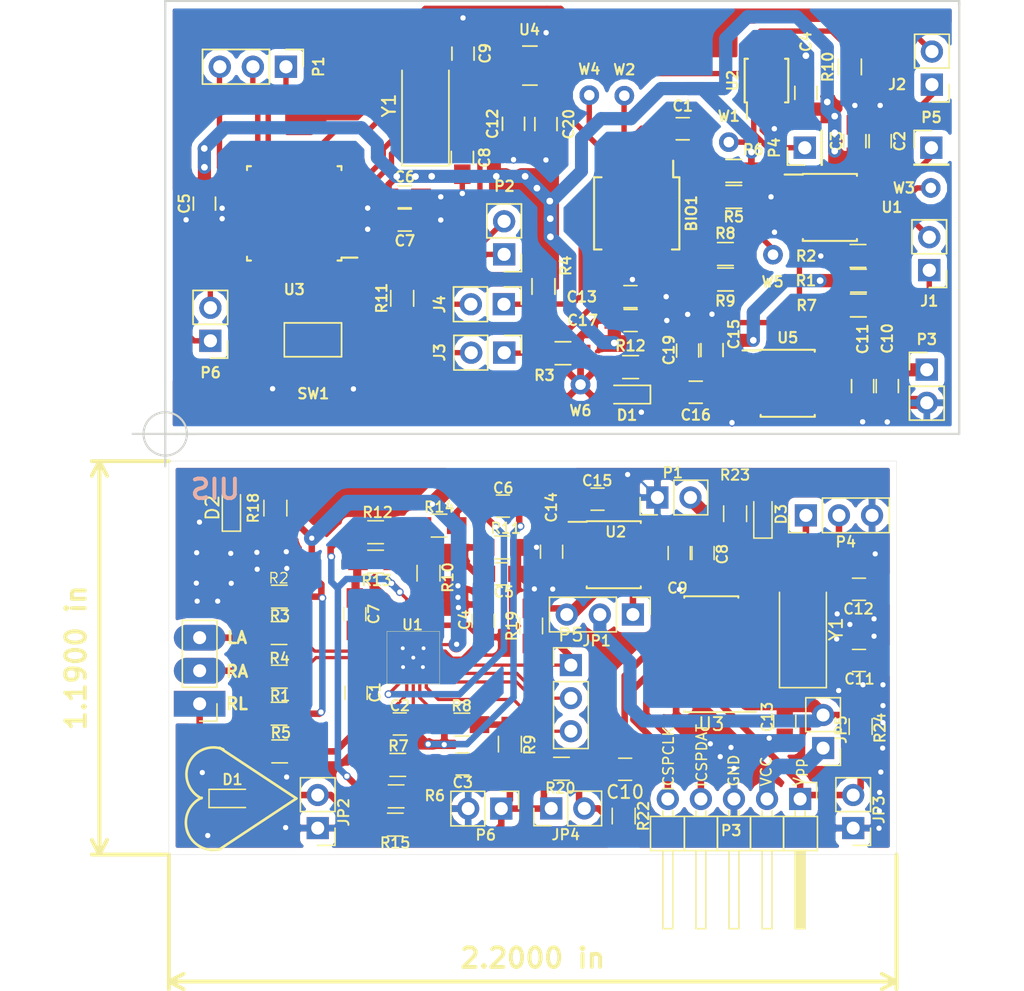
<source format=kicad_pcb>
(kicad_pcb (version 4) (host pcbnew 4.0.2-stable)
  (layers (0 F.Cu signal) (31 B.Cu signal) (34 B.Paste user) (35 F.Paste user) (36 B.SilkS user) (37 F.SilkS user) (38 B.Mask user) (39 F.Mask user) (44 Edge.Cuts user))
  (net 0 "")
  (net 1 /RFB_AD5933)
  (net 2 /VIN_AD5933)
  (net 3 /VOUT_AD5933)
  (net 4 /MCLK)
  (net 5 /3V3)
  (net 6 /AGND)
  (net 7 /SDA)
  (net 8 /SCL)
  (net 9 "Net-(C1-Pad2)")
  (net 10 /CLK1)
  (net 11 /CLK2)
  (net 12 /V_FUENTE)
  (net 13 /FEEDBACK_A2)
  (net 14 /SIGNAL_A2)
  (net 15 "Net-(J2-Pad2)")
  (net 16 "Net-(J3-Pad2)")
  (net 17 "Net-(J4-Pad2)")
  (net 18 /RXD)
  (net 19 /TXD)
  (net 20 /MOSI)
  (net 21 /MISO)
  (net 22 /SCK)
  (net 23 /ADC0)
  (net 24 /ADC1)
  (net 25 /Z_UK)
  (net 26 "Net-(R1-Pad2)")
  (net 27 /RESET)
  (net 28 /SIGNAL_A1)
  (net 29 /CTRL_SWITCH)
  (net 30 /CTRL_MCLK)
  (net 31 "Net-(D1-Pad2)")
  (net 32 "Net-(C16-Pad2)")
  (net 33 "Net-(U5-Pad6)")
  (net 34 /REFOUT)
  (net 35 /SW)
  (net 36 "Net-(C7-Pad1)")
  (net 37 "Net-(C7-Pad2)")
  (net 38 "Net-(R3-Pad2)")
  (net 39 "Net-(R4-Pad2)")
  (net 40 /IAOUT)
  (net 41 /OPAMP+)
  (net 42 /SDN)
  (net 43 /LOD+)
  (net 44 /LOD-)
  (net 45 +vs)
  (net 46 RL)
  (net 47 RA)
  (net 48 LA)
  (net 49 /RLDFB)
  (net 50 /RLD)
  (net 51 /OUT_ANALOG)
  (net 52 "Net-(C3-Pad2)")
  (net 53 /GND)
  (net 54 /REFIN)
  (net 55 ADC)
  (net 56 "Net-(C11-Pad2)")
  (net 57 "Net-(C12-Pad2)")
  (net 58 /+5V)
  (net 59 "Net-(D2-Pad2)")
  (net 60 "Net-(D3-Pad2)")
  (net 61 "Net-(JP4-Pad2)")
  (net 62 /ICSPCLK)
  (net 63 /ICSPDAT)
  (net 64 /MCLR/Vpp)
  (net 65 /O_DIG1)
  (net 66 /O_DIG2)
  (net 67 "Net-(R8-Pad2)")
  (net 68 "Net-(R12-Pad2)")
  (net 69 /VCC_PIC)
  (net 70 "Net-(C14-Pad1)")
  (net 71 /VCC)
  (module Socket_Strips:Socket_Strip_Straight_1x02_Pitch2.54mm (layer F.Cu) (at 95.3897 47.5234 180)
    (fp_text reference P6 (at -0.0127 -2.4511 180) (layer F.SilkS) (effects (font (size 0.8 0.8))))
    (fp_text value CONN_01X02)
    (pad 1 thru_hole rect (at 0 0 180) (size 1.7 1.7) (drill 1) (layers *.Cu *.Mask) (net 23 /ADC0))
    (pad 2 thru_hole oval (at 0 2.54 180) (size 1.7 1.7) (drill 1) (layers *.Cu *.Mask) (net 24 /ADC1))
  )
  (module Socket_Strips:Socket_Strip_Straight_1x01_Pitch2.54mm (layer F.Cu) (at 150.7617 32.6898)
    (fp_text reference P5 (at 0 -2.33) (layer F.SilkS) (effects (font (size 0.8 0.8))))
    (fp_text value CONN_01X01)
    (pad 1 thru_hole rect (at 0 0) (size 1.7 1.7) (drill 1) (layers *.Cu *.Mask) (net 14 /SIGNAL_A2))
  )
  (module Socket_Strips:Socket_Strip_Straight_1x01_Pitch2.54mm (layer F.Cu) (at 141.0335 32.6898 90)
    (fp_text reference P4 (at 0 -2.33 90) (layer F.SilkS) (effects (font (size 0.8 0.8))))
    (fp_text value CONN_01X01)
    (pad 1 thru_hole rect (at 0 0 90) (size 1.7 1.7) (drill 1) (layers *.Cu *.Mask) (net 25 /Z_UK))
  )
  (module Socket_Strips:Socket_Strip_Straight_1x03_Pitch2.54mm (layer F.Cu) (at 101.1936 26.4668 270)
    (fp_text reference P1 (at 0 -2.5019 270) (layer F.SilkS) (effects (font (size 0.8 0.8))))
    (fp_text value CONN_01X03)
    (pad 1 thru_hole rect (at 0 0 270) (size 1.7 1.7) (drill 1) (layers *.Cu *.Mask) (net 20 /MOSI))
    (pad 2 thru_hole oval (at 0 2.54 270) (size 1.7 1.7) (drill 1) (layers *.Cu *.Mask) (net 21 /MISO))
    (pad 3 thru_hole oval (at 0 5.08 270) (size 1.7 1.7) (drill 1) (layers *.Cu *.Mask) (net 22 /SCK))
  )
  (module Housings_SOIC:SOIC-8_3.9x4.9mm_Pitch1.27mm (layer F.Cu) (at 139.7254 50.7873)
    (fp_text reference U5 (at 0 -3.5) (layer F.SilkS) (effects (font (size 0.8 0.8))))
    (fp_text value ADP3303)
    (pad 1 smd rect (at -2.7 -1.905) (size 1.55 0.6) (layers F.Cu F.Paste F.Mask) (net 5 /3V3))
    (pad 2 smd rect (at -2.7 -0.635) (size 1.55 0.6) (layers F.Cu F.Paste F.Mask) (net 5 /3V3))
    (pad 3 smd rect (at -2.7 0.635) (size 1.55 0.6) (layers F.Cu F.Paste F.Mask) (net 32 "Net-(C16-Pad2)"))
    (pad 4 smd rect (at -2.7 1.905) (size 1.55 0.6) (layers F.Cu F.Paste F.Mask) (net 6 /AGND))
    (pad 5 smd rect (at 2.7 1.905) (size 1.55 0.6) (layers F.Cu F.Paste F.Mask) (net 12 /V_FUENTE))
    (pad 6 smd rect (at 2.7 0.635) (size 1.55 0.6) (layers F.Cu F.Paste F.Mask) (net 33 "Net-(U5-Pad6)"))
    (pad 7 smd rect (at 2.7 -0.635) (size 1.55 0.6) (layers F.Cu F.Paste F.Mask) (net 12 /V_FUENTE))
    (pad 8 smd rect (at 2.7 -1.905) (size 1.55 0.6) (layers F.Cu F.Paste F.Mask) (net 12 /V_FUENTE))
  )
  (module Resistors_SMD:R_0805_HandSoldering (layer F.Cu) (at 127.6604 49.5427 180)
    (fp_text reference R12 (at 0.0127 1.6383 180) (layer F.SilkS) (effects (font (size 0.8 0.8))))
    (fp_text value 1K)
    (pad 1 smd rect (at -1.35 0 180) (size 1.5 1.3) (layers F.Cu F.Paste F.Mask) (net 5 /3V3))
    (pad 2 smd rect (at 1.35 0 180) (size 1.5 1.3) (layers F.Cu F.Paste F.Mask) (net 31 "Net-(D1-Pad2)"))
  )
  (module Capacitors_SMD:C_0805_HandSoldering (layer F.Cu) (at 121.158 30.8737 270)
    (fp_text reference C20 (at 0 -1.7526 270) (layer F.SilkS) (effects (font (size 0.8 0.8))))
    (fp_text value 20pF)
    (pad 1 smd rect (at -1.25 0 270) (size 1.5 1.25) (layers F.Cu F.Paste F.Mask) (net 4 /MCLK))
    (pad 2 smd rect (at 1.25 0 270) (size 1.5 1.25) (layers F.Cu F.Paste F.Mask) (net 6 /AGND))
  )
  (module Capacitors_SMD:C_0805_HandSoldering (layer F.Cu) (at 132.0419 48.2727 270)
    (fp_text reference C19 (at -0.0381 1.4351 270) (layer F.SilkS) (effects (font (size 0.8 0.8))))
    (fp_text value 10uF)
    (pad 1 smd rect (at -1.25 0 270) (size 1.5 1.25) (layers F.Cu F.Paste F.Mask) (net 6 /AGND))
    (pad 2 smd rect (at 1.25 0 270) (size 1.5 1.25) (layers F.Cu F.Paste F.Mask) (net 5 /3V3))
  )
  (module Socket_Strips:Socket_Strip_Straight_1x02_Pitch2.54mm (layer F.Cu) (at 117.9449 40.8813 180)
    (fp_text reference P2 (at -0.0254 5.2324 180) (layer F.SilkS) (effects (font (size 0.8 0.8))))
    (fp_text value CONN_01X02)
    (pad 1 thru_hole rect (at 0 0 180) (size 1.7 1.7) (drill 1) (layers *.Cu *.Mask) (net 18 /RXD))
    (pad 2 thru_hole oval (at 0 2.54 180) (size 1.7 1.7) (drill 1) (layers *.Cu *.Mask) (net 19 /TXD))
  )
  (module Capacitors_SMD:C_0805_HandSoldering (layer F.Cu) (at 127.6604 45.9613)
    (fp_text reference C17 (at -3.683 -0.0127) (layer F.SilkS) (effects (font (size 0.8 0.8))))
    (fp_text value 10uF)
    (pad 1 smd rect (at -1.25 0) (size 1.5 1.25) (layers F.Cu F.Paste F.Mask) (net 5 /3V3))
    (pad 2 smd rect (at 1.25 0) (size 1.5 1.25) (layers F.Cu F.Paste F.Mask) (net 6 /AGND))
  )
  (module Crystals:Crystal_SMD_Abracon_ABM3-2pin_5.0x3.2mm_HandSoldering (layer F.Cu) (at 111.90605 29.44495 90)
    (fp_text reference Y1 (at 0 -2.8 90) (layer F.SilkS))
    (fp_text value AMB3_16M)
    (pad 1 smd rect (at -2.7625 0 90) (size 3.325 2.4) (layers F.Cu F.Paste F.Mask) (net 10 /CLK1))
    (pad 2 smd rect (at 2.7625 0 90) (size 3.325 2.4) (layers F.Cu F.Paste F.Mask) (net 11 /CLK2))
  )
  (module Measurement_Points:Measurement_Point_Round-TH_Small (layer F.Cu) (at 123.8123 50.8889 180)
    (fp_text reference W6 (at 0 -2 180) (layer F.SilkS) (effects (font (size 0.8 0.8))))
    (fp_text value TEST_1P)
    (pad 1 thru_hole circle (at 0 0 180) (size 1.5 1.5) (drill 0.8) (layers *.Cu *.Mask) (net 5 /3V3))
  )
  (module Measurement_Points:Measurement_Point_Round-TH_Small (layer F.Cu) (at 138.5951 40.9067)
    (fp_text reference W5 (at -0.0254 2.0828) (layer F.SilkS) (effects (font (size 0.8 0.8))))
    (fp_text value TEST_1P)
    (pad 1 thru_hole circle (at 0 0) (size 1.5 1.5) (drill 0.8) (layers *.Cu *.Mask) (net 2 /VIN_AD5933))
  )
  (module Measurement_Points:Measurement_Point_Round-TH_Small (layer F.Cu) (at 124.4854 28.6512)
    (fp_text reference W4 (at 0 -2) (layer F.SilkS) (effects (font (size 0.8 0.8))))
    (fp_text value TEST_1P)
    (pad 1 thru_hole circle (at 0 0) (size 1.5 1.5) (drill 0.8) (layers *.Cu *.Mask) (net 4 /MCLK))
  )
  (module Measurement_Points:Measurement_Point_Round-TH_Small (layer F.Cu) (at 150.7109 35.7759)
    (fp_text reference W3 (at -2.0574 0) (layer F.SilkS) (effects (font (size 0.8 0.8))))
    (fp_text value TEST_1P)
    (pad 1 thru_hole circle (at 0 0) (size 1.5 1.5) (drill 0.8) (layers *.Cu *.Mask) (net 14 /SIGNAL_A2))
  )
  (module Measurement_Points:Measurement_Point_Round-TH_Small (layer F.Cu) (at 127.1778 28.6893)
    (fp_text reference W2 (at 0 -2) (layer F.SilkS) (effects (font (size 0.8 0.8))))
    (fp_text value TEST_1P)
    (pad 1 thru_hole circle (at 0 0) (size 1.5 1.5) (drill 0.8) (layers *.Cu *.Mask) (net 3 /VOUT_AD5933))
  )
  (module Measurement_Points:Measurement_Point_Round-TH_Small (layer F.Cu) (at 135.2042 32.258)
    (fp_text reference W1 (at 0 -2) (layer F.SilkS) (effects (font (size 0.8 0.8))))
    (fp_text value TEST_1P)
    (pad 1 thru_hole circle (at 0 0) (size 1.5 1.5) (drill 0.8) (layers *.Cu *.Mask) (net 28 /SIGNAL_A1))
  )
  (module Huellas:KC5032A_CM (layer F.Cu) (at 119.9261 26.3779)
    (fp_text reference U4 (at -0.0381 -2.7559) (layer F.SilkS) (effects (font (size 0.8 0.8))))
    (fp_text value KC5032A_CM)
    (pad 2 smd rect (at 1.25 -1.1) (size 1.6 1.4) (layers F.Cu F.Paste F.Mask) (net 6 /AGND))
    (pad 1 smd rect (at -1.25 -1.1) (size 1.6 1.4) (layers F.Cu F.Paste F.Mask) (net 30 /CTRL_MCLK))
    (pad 3 smd rect (at 1.25 1.1) (size 1.6 1.4) (layers F.Cu F.Paste F.Mask) (net 4 /MCLK))
    (pad 4 smd rect (at -1.25 1.1) (size 1.6 1.4) (layers F.Cu F.Paste F.Mask) (net 5 /3V3))
  )
  (module Housings_QFP:LQFP-32_7x7mm_Pitch0.8mm (layer F.Cu) (at 101.8286 37.7317 180)
    (fp_text reference U3 (at 0 -5.85 180) (layer F.SilkS) (effects (font (size 0.8 0.8))))
    (fp_text value Atmega328PA)
    (pad 1 smd rect (at -4.25 -2.8 180) (size 1.2 0.6) (layers F.Cu F.Paste F.Mask) (net 30 /CTRL_MCLK))
    (pad 2 smd rect (at -4.25 -2 180) (size 1.2 0.6) (layers F.Cu F.Paste F.Mask))
    (pad 3 smd rect (at -4.25 -1.2 180) (size 1.2 0.6) (layers F.Cu F.Paste F.Mask) (net 6 /AGND))
    (pad 4 smd rect (at -4.25 -0.4 180) (size 1.2 0.6) (layers F.Cu F.Paste F.Mask) (net 5 /3V3))
    (pad 5 smd rect (at -4.25 0.4 180) (size 1.2 0.6) (layers F.Cu F.Paste F.Mask) (net 6 /AGND))
    (pad 6 smd rect (at -4.25 1.2 180) (size 1.2 0.6) (layers F.Cu F.Paste F.Mask) (net 5 /3V3))
    (pad 7 smd rect (at -4.25 2 180) (size 1.2 0.6) (layers F.Cu F.Paste F.Mask) (net 10 /CLK1))
    (pad 8 smd rect (at -4.25 2.8 180) (size 1.2 0.6) (layers F.Cu F.Paste F.Mask) (net 11 /CLK2))
    (pad 9 smd rect (at -2.8 4.25 270) (size 1.2 0.6) (layers F.Cu F.Paste F.Mask))
    (pad 10 smd rect (at -2 4.25 270) (size 1.2 0.6) (layers F.Cu F.Paste F.Mask) (net 29 /CTRL_SWITCH))
    (pad 11 smd rect (at -1.2 4.25 270) (size 1.2 0.6) (layers F.Cu F.Paste F.Mask))
    (pad 12 smd rect (at -0.4 4.25 270) (size 1.2 0.6) (layers F.Cu F.Paste F.Mask))
    (pad 13 smd rect (at 0.4 4.25 270) (size 1.2 0.6) (layers F.Cu F.Paste F.Mask))
    (pad 14 smd rect (at 1.2 4.25 270) (size 1.2 0.6) (layers F.Cu F.Paste F.Mask))
    (pad 15 smd rect (at 2 4.25 270) (size 1.2 0.6) (layers F.Cu F.Paste F.Mask) (net 20 /MOSI))
    (pad 16 smd rect (at 2.8 4.25 270) (size 1.2 0.6) (layers F.Cu F.Paste F.Mask) (net 21 /MISO))
    (pad 17 smd rect (at 4.25 2.8 180) (size 1.2 0.6) (layers F.Cu F.Paste F.Mask) (net 22 /SCK))
    (pad 18 smd rect (at 4.25 2 180) (size 1.2 0.6) (layers F.Cu F.Paste F.Mask) (net 5 /3V3))
    (pad 19 smd rect (at 4.25 1.2 180) (size 1.2 0.6) (layers F.Cu F.Paste F.Mask))
    (pad 20 smd rect (at 4.25 0.4 180) (size 1.2 0.6) (layers F.Cu F.Paste F.Mask) (net 6 /AGND))
    (pad 21 smd rect (at 4.25 -0.4 180) (size 1.2 0.6) (layers F.Cu F.Paste F.Mask) (net 6 /AGND))
    (pad 22 smd rect (at 4.25 -1.2 180) (size 1.2 0.6) (layers F.Cu F.Paste F.Mask))
    (pad 23 smd rect (at 4.25 -2 180) (size 1.2 0.6) (layers F.Cu F.Paste F.Mask) (net 23 /ADC0))
    (pad 24 smd rect (at 4.25 -2.8 180) (size 1.2 0.6) (layers F.Cu F.Paste F.Mask) (net 24 /ADC1))
    (pad 25 smd rect (at 2.8 -4.25 270) (size 1.2 0.6) (layers F.Cu F.Paste F.Mask))
    (pad 26 smd rect (at 2 -4.25 270) (size 1.2 0.6) (layers F.Cu F.Paste F.Mask))
    (pad 27 smd rect (at 1.2 -4.25 270) (size 1.2 0.6) (layers F.Cu F.Paste F.Mask) (net 16 "Net-(J3-Pad2)"))
    (pad 28 smd rect (at 0.4 -4.25 270) (size 1.2 0.6) (layers F.Cu F.Paste F.Mask) (net 17 "Net-(J4-Pad2)"))
    (pad 29 smd rect (at -0.4 -4.25 270) (size 1.2 0.6) (layers F.Cu F.Paste F.Mask) (net 27 /RESET))
    (pad 30 smd rect (at -1.2 -4.25 270) (size 1.2 0.6) (layers F.Cu F.Paste F.Mask) (net 18 /RXD))
    (pad 31 smd rect (at -2 -4.25 270) (size 1.2 0.6) (layers F.Cu F.Paste F.Mask) (net 19 /TXD))
    (pad 32 smd rect (at -2.8 -4.25 270) (size 1.2 0.6) (layers F.Cu F.Paste F.Mask))
  )
  (module Housings_SSOP:MSOP-8_3x3mm_Pitch0.65mm (layer F.Cu) (at 138.09345 27.52725 90)
    (fp_text reference U2 (at 0 -2.6 90) (layer F.SilkS) (effects (font (size 0.8 0.8))))
    (fp_text value ADG819)
    (pad 1 smd rect (at -2.2 -0.975 90) (size 1.45 0.45) (layers F.Cu F.Paste F.Mask) (net 28 /SIGNAL_A1))
    (pad 2 smd rect (at -2.2 -0.325 90) (size 1.45 0.45) (layers F.Cu F.Paste F.Mask) (net 25 /Z_UK))
    (pad 3 smd rect (at -2.2 0.325 90) (size 1.45 0.45) (layers F.Cu F.Paste F.Mask) (net 6 /AGND))
    (pad 4 smd rect (at -2.2 0.975 90) (size 1.45 0.45) (layers F.Cu F.Paste F.Mask) (net 5 /3V3))
    (pad 5 smd rect (at 2.2 0.975 90) (size 1.45 0.45) (layers F.Cu F.Paste F.Mask))
    (pad 6 smd rect (at 2.2 0.325 90) (size 1.45 0.45) (layers F.Cu F.Paste F.Mask) (net 29 /CTRL_SWITCH))
    (pad 7 smd rect (at 2.2 -0.325 90) (size 1.45 0.45) (layers F.Cu F.Paste F.Mask))
    (pad 8 smd rect (at 2.2 -0.975 90) (size 1.45 0.45) (layers F.Cu F.Paste F.Mask) (net 15 "Net-(J2-Pad2)"))
  )
  (module Housings_SOIC:SOIC-8_3.9x4.9mm_Pitch1.27mm (layer F.Cu) (at 142.9639 37.2745)
    (fp_text reference U1 (at 4.7625 -0.0127) (layer F.SilkS) (effects (font (size 0.8 0.8))))
    (fp_text value AD8606)
    (pad 1 smd rect (at -2.7 -1.905) (size 1.55 0.6) (layers F.Cu F.Paste F.Mask) (net 28 /SIGNAL_A1))
    (pad 2 smd rect (at -2.7 -0.635) (size 1.55 0.6) (layers F.Cu F.Paste F.Mask) (net 28 /SIGNAL_A1))
    (pad 3 smd rect (at -2.7 0.635) (size 1.55 0.6) (layers F.Cu F.Paste F.Mask) (net 9 "Net-(C1-Pad2)"))
    (pad 4 smd rect (at -2.7 1.905) (size 1.55 0.6) (layers F.Cu F.Paste F.Mask) (net 6 /AGND))
    (pad 5 smd rect (at 2.7 1.905) (size 1.55 0.6) (layers F.Cu F.Paste F.Mask) (net 26 "Net-(R1-Pad2)"))
    (pad 6 smd rect (at 2.7 0.635) (size 1.55 0.6) (layers F.Cu F.Paste F.Mask) (net 14 /SIGNAL_A2))
    (pad 7 smd rect (at 2.7 -0.635) (size 1.55 0.6) (layers F.Cu F.Paste F.Mask) (net 13 /FEEDBACK_A2))
    (pad 8 smd rect (at 2.7 -1.905) (size 1.55 0.6) (layers F.Cu F.Paste F.Mask) (net 5 /3V3))
  )
  (module Huellas:KPT_1187B (layer F.Cu) (at 103.2637 47.4472)
    (fp_text reference SW1 (at 0.0254 4.1402) (layer F.SilkS) (effects (font (size 0.8 0.8))))
    (fp_text value SW_PUSH)
    (pad 1 smd rect (at 3.1 -1.85) (size 1.8 1.1) (layers F.Cu F.Paste F.Mask) (net 27 /RESET))
    (pad 1 smd rect (at -3.1 -1.85) (size 1.8 1.1) (layers F.Cu F.Paste F.Mask) (net 27 /RESET))
    (pad 2 smd rect (at -3.1 1.85) (size 1.8 1.1) (layers F.Cu F.Paste F.Mask) (net 6 /AGND))
    (pad 2 smd rect (at 3.1 1.85) (size 1.8 1.1) (layers F.Cu F.Paste F.Mask) (net 6 /AGND))
  )
  (module Resistors_SMD:R_0805_HandSoldering (layer F.Cu) (at 110.1217 44.2595 270)
    (fp_text reference R11 (at -0.0127 1.5748 270) (layer F.SilkS) (effects (font (size 0.8 0.8))))
    (fp_text value 10K)
    (pad 1 smd rect (at -1.35 0 270) (size 1.5 1.3) (layers F.Cu F.Paste F.Mask) (net 5 /3V3))
    (pad 2 smd rect (at 1.35 0 270) (size 1.5 1.3) (layers F.Cu F.Paste F.Mask) (net 27 /RESET))
  )
  (module Resistors_SMD:R_0805_HandSoldering (layer F.Cu) (at 144.5006 26.4795 90)
    (fp_text reference R10 (at 0 -1.7 90) (layer F.SilkS) (effects (font (size 0.8 0.8))))
    (fp_text value RCAL)
    (pad 1 smd rect (at -1.35 0 90) (size 1.5 1.3) (layers F.Cu F.Paste F.Mask) (net 14 /SIGNAL_A2))
    (pad 2 smd rect (at 1.35 0 90) (size 1.5 1.3) (layers F.Cu F.Paste F.Mask) (net 15 "Net-(J2-Pad2)"))
  )
  (module Resistors_SMD:R_0805_HandSoldering (layer F.Cu) (at 134.9375 40.8559 180)
    (fp_text reference R9 (at 0 -3.6068 180) (layer F.SilkS) (effects (font (size 0.8 0.8))))
    (fp_text value 20K)
    (pad 1 smd rect (at -1.35 0 180) (size 1.5 1.3) (layers F.Cu F.Paste F.Mask) (net 2 /VIN_AD5933))
    (pad 2 smd rect (at 1.35 0 180) (size 1.5 1.3) (layers F.Cu F.Paste F.Mask) (net 1 /RFB_AD5933))
  )
  (module Resistors_SMD:R_0805_HandSoldering (layer F.Cu) (at 134.9502 42.8117)
    (fp_text reference R8 (at -0.0127 -3.5433) (layer F.SilkS) (effects (font (size 0.8 0.8))))
    (fp_text value 20K)
    (pad 1 smd rect (at -1.35 0) (size 1.5 1.3) (layers F.Cu F.Paste F.Mask) (net 13 /FEEDBACK_A2))
    (pad 2 smd rect (at 1.35 0) (size 1.5 1.3) (layers F.Cu F.Paste F.Mask) (net 2 /VIN_AD5933))
  )
  (module Resistors_SMD:R_0805_HandSoldering (layer F.Cu) (at 145.1483 44.8056)
    (fp_text reference R7 (at -3.9751 0) (layer F.SilkS) (effects (font (size 0.8 0.8))))
    (fp_text value R_GAIN)
    (pad 1 smd rect (at -1.35 0) (size 1.5 1.3) (layers F.Cu F.Paste F.Mask) (net 13 /FEEDBACK_A2))
    (pad 2 smd rect (at 1.35 0) (size 1.5 1.3) (layers F.Cu F.Paste F.Mask) (net 14 /SIGNAL_A2))
  )
  (module Resistors_SMD:R_0805_HandSoldering (layer F.Cu) (at 135.5852 36.4617)
    (fp_text reference R6 (at 1.4986 -3.6195) (layer F.SilkS) (effects (font (size 0.8 0.8))))
    (fp_text value 50K)
    (pad 1 smd rect (at -1.35 0) (size 1.5 1.3) (layers F.Cu F.Paste F.Mask) (net 9 "Net-(C1-Pad2)"))
    (pad 2 smd rect (at 1.35 0) (size 1.5 1.3) (layers F.Cu F.Paste F.Mask) (net 6 /AGND))
  )
  (module Resistors_SMD:R_0805_HandSoldering (layer F.Cu) (at 135.5852 34.4678 180)
    (fp_text reference R5 (at 0 -3.5306 180) (layer F.SilkS) (effects (font (size 0.8 0.8))))
    (fp_text value 50K)
    (pad 1 smd rect (at -1.35 0 180) (size 1.5 1.3) (layers F.Cu F.Paste F.Mask) (net 5 /3V3))
    (pad 2 smd rect (at 1.35 0 180) (size 1.5 1.3) (layers F.Cu F.Paste F.Mask) (net 9 "Net-(C1-Pad2)"))
  )
  (module Resistors_SMD:R_0805_HandSoldering (layer F.Cu) (at 120.9675 43.3451 270)
    (fp_text reference R4 (at -1.5875 -1.7145 270) (layer F.SilkS) (effects (font (size 0.8 0.8))))
    (fp_text value 10K)
    (pad 1 smd rect (at -1.35 0 270) (size 1.5 1.3) (layers F.Cu F.Paste F.Mask) (net 5 /3V3))
    (pad 2 smd rect (at 1.35 0 270) (size 1.5 1.3) (layers F.Cu F.Paste F.Mask) (net 8 /SCL))
  )
  (module Resistors_SMD:R_0805_HandSoldering (layer F.Cu) (at 122.4661 48.4759 180)
    (fp_text reference R3 (at 1.4224 -1.7018 180) (layer F.SilkS) (effects (font (size 0.8 0.8))))
    (fp_text value 10K)
    (pad 1 smd rect (at -1.35 0 180) (size 1.5 1.3) (layers F.Cu F.Paste F.Mask) (net 5 /3V3))
    (pad 2 smd rect (at 1.35 0 180) (size 1.5 1.3) (layers F.Cu F.Paste F.Mask) (net 7 /SDA))
  )
  (module Resistors_SMD:R_0805_HandSoldering (layer F.Cu) (at 145.1229 41.0083 180)
    (fp_text reference R2 (at 3.9878 0 180) (layer F.SilkS) (effects (font (size 0.8 0.8))))
    (fp_text value 50K)
    (pad 1 smd rect (at -1.35 0 180) (size 1.5 1.3) (layers F.Cu F.Paste F.Mask) (net 26 "Net-(R1-Pad2)"))
    (pad 2 smd rect (at 1.35 0 180) (size 1.5 1.3) (layers F.Cu F.Paste F.Mask) (net 6 /AGND))
  )
  (module Resistors_SMD:R_0805_HandSoldering (layer F.Cu) (at 145.161 42.9006)
    (fp_text reference R1 (at -4.0386 0) (layer F.SilkS) (effects (font (size 0.8 0.8))))
    (fp_text value 50K)
    (pad 1 smd rect (at -1.35 0) (size 1.5 1.3) (layers F.Cu F.Paste F.Mask) (net 5 /3V3))
    (pad 2 smd rect (at 1.35 0) (size 1.5 1.3) (layers F.Cu F.Paste F.Mask) (net 26 "Net-(R1-Pad2)"))
  )
  (module Socket_Strips:Socket_Strip_Straight_1x02_Pitch2.54mm (layer F.Cu) (at 150.4061 49.7459)
    (fp_text reference P3 (at 0 -2.33) (layer F.SilkS) (effects (font (size 0.8 0.8))))
    (fp_text value CONN_01X02)
    (pad 1 thru_hole rect (at 0 0) (size 1.7 1.7) (drill 1) (layers *.Cu *.Mask) (net 12 /V_FUENTE))
    (pad 2 thru_hole oval (at 0 2.54) (size 1.7 1.7) (drill 1) (layers *.Cu *.Mask) (net 6 /AGND))
  )
  (module Pin_Headers:Pin_Header_Straight_1x02_Pitch2.54mm (layer F.Cu) (at 117.9322 44.7167 270)
    (fp_text reference J4 (at 0 4.9403 270) (layer F.SilkS) (effects (font (size 0.8 0.8))))
    (fp_text value Jumper)
    (pad 1 thru_hole rect (at 0 0 270) (size 1.7 1.7) (drill 1) (layers *.Cu *.Mask) (net 8 /SCL))
    (pad 2 thru_hole oval (at 0 2.54 270) (size 1.7 1.7) (drill 1) (layers *.Cu *.Mask) (net 17 "Net-(J4-Pad2)"))
  )
  (module Pin_Headers:Pin_Header_Straight_1x02_Pitch2.54mm (layer F.Cu) (at 117.9576 48.4378 270)
    (fp_text reference J3 (at -0.0254 4.9657 270) (layer F.SilkS) (effects (font (size 0.8 0.8))))
    (fp_text value Jumper)
    (pad 1 thru_hole rect (at 0 0 270) (size 1.7 1.7) (drill 1) (layers *.Cu *.Mask) (net 7 /SDA))
    (pad 2 thru_hole oval (at 0 2.54 270) (size 1.7 1.7) (drill 1) (layers *.Cu *.Mask) (net 16 "Net-(J3-Pad2)"))
  )
  (module Pin_Headers:Pin_Header_Straight_1x02_Pitch2.54mm (layer F.Cu) (at 150.7998 27.8384 180)
    (fp_text reference J2 (at 2.667 0.0127 180) (layer F.SilkS) (effects (font (size 0.8 0.8))))
    (fp_text value Jumper)
    (pad 1 thru_hole rect (at 0 0 180) (size 1.7 1.7) (drill 1) (layers *.Cu *.Mask) (net 14 /SIGNAL_A2))
    (pad 2 thru_hole oval (at 0 2.54 180) (size 1.7 1.7) (drill 1) (layers *.Cu *.Mask) (net 15 "Net-(J2-Pad2)"))
  )
  (module Pin_Headers:Pin_Header_Straight_1x02_Pitch2.54mm (layer F.Cu) (at 150.5966 42.1005 180)
    (fp_text reference J1 (at 0 -2.3622 180) (layer F.SilkS) (effects (font (size 0.8 0.8))))
    (fp_text value Jumper_Calibration)
    (pad 1 thru_hole rect (at 0 0 180) (size 1.7 1.7) (drill 1) (layers *.Cu *.Mask) (net 13 /FEEDBACK_A2))
    (pad 2 thru_hole oval (at 0 2.54 180) (size 1.7 1.7) (drill 1) (layers *.Cu *.Mask) (net 14 /SIGNAL_A2))
  )
  (module LEDs:LED_0805 (layer F.Cu) (at 127.381 51.6509 180)
    (fp_text reference D1 (at 0 -1.5875 180) (layer F.SilkS) (effects (font (size 0.8 0.8))))
    (fp_text value Led_Small)
    (pad 2 smd rect (at 1.1 0) (size 1.2 1.2) (layers F.Cu F.Paste F.Mask) (net 31 "Net-(D1-Pad2)"))
    (pad 1 smd rect (at -1.1 0) (size 1.2 1.2) (layers F.Cu F.Paste F.Mask) (net 6 /AGND))
  )
  (module Capacitors_SMD:C_0805_HandSoldering (layer F.Cu) (at 132.6642 51.4731 180)
    (fp_text reference C16 (at 0 -1.75 180) (layer F.SilkS) (effects (font (size 0.8 0.8))))
    (fp_text value 0,1uF)
    (pad 1 smd rect (at -1.25 0 180) (size 1.5 1.25) (layers F.Cu F.Paste F.Mask) (net 5 /3V3))
    (pad 2 smd rect (at 1.25 0 180) (size 1.5 1.25) (layers F.Cu F.Paste F.Mask) (net 32 "Net-(C16-Pad2)"))
  )
  (module Capacitors_SMD:C_0805_HandSoldering (layer F.Cu) (at 133.9088 48.2346 270)
    (fp_text reference C15 (at -1.2192 -1.6764 270) (layer F.SilkS) (effects (font (size 0.8 0.8))))
    (fp_text value 0,1uF)
    (pad 1 smd rect (at -1.25 0 270) (size 1.5 1.25) (layers F.Cu F.Paste F.Mask) (net 6 /AGND))
    (pad 2 smd rect (at 1.25 0 270) (size 1.5 1.25) (layers F.Cu F.Paste F.Mask) (net 5 /3V3))
  )
  (module Capacitors_SMD:C_0805_HandSoldering (layer F.Cu) (at 127.6477 44.1325 180)
    (fp_text reference C13 (at 3.7338 -0.0127 180) (layer F.SilkS) (effects (font (size 0.8 0.8))))
    (fp_text value 0,1uF)
    (pad 1 smd rect (at -1.25 0 180) (size 1.5 1.25) (layers F.Cu F.Paste F.Mask) (net 6 /AGND))
    (pad 2 smd rect (at 1.25 0 180) (size 1.5 1.25) (layers F.Cu F.Paste F.Mask) (net 5 /3V3))
  )
  (module Capacitors_SMD:C_0805_HandSoldering (layer F.Cu) (at 118.6688 30.8483 90)
    (fp_text reference C12 (at 0 -1.6129 90) (layer F.SilkS) (effects (font (size 0.8 0.8))))
    (fp_text value 0,01uF)
    (pad 1 smd rect (at -1.25 0 90) (size 1.5 1.25) (layers F.Cu F.Paste F.Mask) (net 6 /AGND))
    (pad 2 smd rect (at 1.25 0 90) (size 1.5 1.25) (layers F.Cu F.Paste F.Mask) (net 5 /3V3))
  )
  (module Capacitors_SMD:C_0805_HandSoldering (layer F.Cu) (at 145.4785 51.0032 270)
    (fp_text reference C11 (at -3.6195 0 270) (layer F.SilkS) (effects (font (size 0.8 0.8))))
    (fp_text value 10uF)
    (pad 1 smd rect (at -1.25 0 270) (size 1.5 1.25) (layers F.Cu F.Paste F.Mask) (net 12 /V_FUENTE))
    (pad 2 smd rect (at 1.25 0 270) (size 1.5 1.25) (layers F.Cu F.Paste F.Mask) (net 6 /AGND))
  )
  (module Capacitors_SMD:C_0805_HandSoldering (layer F.Cu) (at 147.3708 51.0032 270)
    (fp_text reference C10 (at -3.6576 0 270) (layer F.SilkS) (effects (font (size 0.8 0.8))))
    (fp_text value 0,1uF)
    (pad 1 smd rect (at -1.25 0 270) (size 1.5 1.25) (layers F.Cu F.Paste F.Mask) (net 12 /V_FUENTE))
    (pad 2 smd rect (at 1.25 0 270) (size 1.5 1.25) (layers F.Cu F.Paste F.Mask) (net 6 /AGND))
  )
  (module Capacitors_SMD:C_0805_HandSoldering (layer F.Cu) (at 114.78895 25.45715 90)
    (fp_text reference C9 (at 0.01905 1.69545 90) (layer F.SilkS) (effects (font (size 0.8 0.8))))
    (fp_text value 22pF)
    (pad 1 smd rect (at -1.25 0 90) (size 1.5 1.25) (layers F.Cu F.Paste F.Mask) (net 11 /CLK2))
    (pad 2 smd rect (at 1.25 0 90) (size 1.5 1.25) (layers F.Cu F.Paste F.Mask) (net 6 /AGND))
  )
  (module Capacitors_SMD:C_0805_HandSoldering (layer F.Cu) (at 114.73815 33.47085 270)
    (fp_text reference C8 (at -0.01905 -1.70815 270) (layer F.SilkS) (effects (font (size 0.8 0.8))))
    (fp_text value 22pF)
    (pad 1 smd rect (at -1.25 0 270) (size 1.5 1.25) (layers F.Cu F.Paste F.Mask) (net 10 /CLK1))
    (pad 2 smd rect (at 1.25 0 270) (size 1.5 1.25) (layers F.Cu F.Paste F.Mask) (net 6 /AGND))
  )
  (module Capacitors_SMD:C_0805_HandSoldering (layer F.Cu) (at 110.3122 38.2397)
    (fp_text reference C7 (at 0.0127 1.6002) (layer F.SilkS) (effects (font (size 0.8 0.8))))
    (fp_text value 0,1uF)
    (pad 1 smd rect (at -1.25 0) (size 1.5 1.25) (layers F.Cu F.Paste F.Mask) (net 5 /3V3))
    (pad 2 smd rect (at 1.25 0) (size 1.5 1.25) (layers F.Cu F.Paste F.Mask) (net 6 /AGND))
  )
  (module Capacitors_SMD:C_0805_HandSoldering (layer F.Cu) (at 110.3122 36.4617)
    (fp_text reference C6 (at 0 -1.5367) (layer F.SilkS) (effects (font (size 0.8 0.8))))
    (fp_text value 0,1uF)
    (pad 1 smd rect (at -1.25 0) (size 1.5 1.25) (layers F.Cu F.Paste F.Mask) (net 5 /3V3))
    (pad 2 smd rect (at 1.25 0) (size 1.5 1.25) (layers F.Cu F.Paste F.Mask) (net 6 /AGND))
  )
  (module Capacitors_SMD:C_0805_HandSoldering (layer F.Cu) (at 94.9325 36.9824 90)
    (fp_text reference C5 (at 0 -1.5494 90) (layer F.SilkS) (effects (font (size 0.8 0.8))))
    (fp_text value 0,1uF)
    (pad 1 smd rect (at -1.25 0 90) (size 1.5 1.25) (layers F.Cu F.Paste F.Mask) (net 6 /AGND))
    (pad 2 smd rect (at 1.25 0 90) (size 1.5 1.25) (layers F.Cu F.Paste F.Mask) (net 5 /3V3))
  )
  (module Capacitors_SMD:C_0805_HandSoldering (layer F.Cu) (at 141.1224 28.4734 90)
    (fp_text reference C4 (at 3.9243 0 90) (layer F.SilkS) (effects (font (size 0.8 0.8))))
    (fp_text value 0,1uF)
    (pad 1 smd rect (at -1.25 0 90) (size 1.5 1.25) (layers F.Cu F.Paste F.Mask) (net 5 /3V3))
    (pad 2 smd rect (at 1.25 0 90) (size 1.5 1.25) (layers F.Cu F.Paste F.Mask) (net 6 /AGND))
  )
  (module Capacitors_SMD:C_0805_HandSoldering (layer F.Cu) (at 144.8816 32.1818 90)
    (fp_text reference C3 (at 0 -1.4224 90) (layer F.SilkS) (effects (font (size 0.8 0.8))))
    (fp_text value 0,1uF)
    (pad 1 smd rect (at -1.25 0 90) (size 1.5 1.25) (layers F.Cu F.Paste F.Mask) (net 5 /3V3))
    (pad 2 smd rect (at 1.25 0 90) (size 1.5 1.25) (layers F.Cu F.Paste F.Mask) (net 6 /AGND))
  )
  (module Capacitors_SMD:C_0805_HandSoldering (layer F.Cu) (at 146.8247 32.1818 90)
    (fp_text reference C2 (at 0 1.4986 90) (layer F.SilkS) (effects (font (size 0.8 0.8))))
    (fp_text value 10uF)
    (pad 1 smd rect (at -1.25 0 90) (size 1.5 1.25) (layers F.Cu F.Paste F.Mask) (net 5 /3V3))
    (pad 2 smd rect (at 1.25 0 90) (size 1.5 1.25) (layers F.Cu F.Paste F.Mask) (net 6 /AGND))
  )
  (module Capacitors_SMD:C_0805_HandSoldering (layer F.Cu) (at 131.6609 31.2293)
    (fp_text reference C1 (at 0 -1.75) (layer F.SilkS) (effects (font (size 0.8 0.8))))
    (fp_text value 47nF)
    (pad 1 smd rect (at -1.25 0) (size 1.5 1.25) (layers F.Cu F.Paste F.Mask) (net 3 /VOUT_AD5933))
    (pad 2 smd rect (at 1.25 0) (size 1.5 1.25) (layers F.Cu F.Paste F.Mask) (net 9 "Net-(C1-Pad2)"))
  )
  (module Housings_SSOP:SSOP-16_5.3x6.2mm_Pitch0.65mm (layer F.Cu) (at 128.1303 37.7317 270)
    (fp_text reference BIO1 (at 0 -4.2 270) (layer F.SilkS) (effects (font (size 0.8 0.8))))
    (fp_text value AD5933)
    (pad 1 smd rect (at -3.45 -2.275 270) (size 1.2 0.4) (layers F.Cu F.Paste F.Mask))
    (pad 2 smd rect (at -3.45 -1.625 270) (size 1.2 0.4) (layers F.Cu F.Paste F.Mask))
    (pad 3 smd rect (at -3.45 -0.975 270) (size 1.2 0.4) (layers F.Cu F.Paste F.Mask))
    (pad 4 smd rect (at -3.45 -0.325 270) (size 1.2 0.4) (layers F.Cu F.Paste F.Mask) (net 1 /RFB_AD5933))
    (pad 5 smd rect (at -3.45 0.325 270) (size 1.2 0.4) (layers F.Cu F.Paste F.Mask) (net 2 /VIN_AD5933))
    (pad 6 smd rect (at -3.45 0.975 270) (size 1.2 0.4) (layers F.Cu F.Paste F.Mask) (net 3 /VOUT_AD5933))
    (pad 7 smd rect (at -3.45 1.625 270) (size 1.2 0.4) (layers F.Cu F.Paste F.Mask))
    (pad 8 smd rect (at -3.45 2.275 270) (size 1.2 0.4) (layers F.Cu F.Paste F.Mask) (net 4 /MCLK))
    (pad 9 smd rect (at 3.45 2.275 270) (size 1.2 0.4) (layers F.Cu F.Paste F.Mask) (net 5 /3V3))
    (pad 10 smd rect (at 3.45 1.625 270) (size 1.2 0.4) (layers F.Cu F.Paste F.Mask) (net 5 /3V3))
    (pad 11 smd rect (at 3.45 0.975 270) (size 1.2 0.4) (layers F.Cu F.Paste F.Mask) (net 5 /3V3))
    (pad 12 smd rect (at 3.45 0.325 270) (size 1.2 0.4) (layers F.Cu F.Paste F.Mask) (net 6 /AGND))
    (pad 13 smd rect (at 3.45 -0.325 270) (size 1.2 0.4) (layers F.Cu F.Paste F.Mask) (net 6 /AGND))
    (pad 14 smd rect (at 3.45 -0.975 270) (size 1.2 0.4) (layers F.Cu F.Paste F.Mask) (net 6 /AGND))
    (pad 15 smd rect (at 3.45 -1.625 270) (size 1.2 0.4) (layers F.Cu F.Paste F.Mask) (net 7 /SDA))
    (pad 16 smd rect (at 3.45 -2.275 270) (size 1.2 0.4) (layers F.Cu F.Paste F.Mask) (net 8 /SCL))
  )
  (module Housings_SSOP:SSOP-16_5.3x6.2mm_Pitch0.65mm (layer F.Cu) (at 128.1303 37.7317 270)
    (fp_text reference BIO1 (at 0 -4.2 270) (layer F.SilkS) (effects (font (size 0.8 0.8))))
    (fp_text value AD5933)
    (pad 1 smd rect (at -3.45 -2.275 270) (size 1.2 0.4) (layers F.Cu F.Paste F.Mask))
    (pad 2 smd rect (at -3.45 -1.625 270) (size 1.2 0.4) (layers F.Cu F.Paste F.Mask))
    (pad 3 smd rect (at -3.45 -0.975 270) (size 1.2 0.4) (layers F.Cu F.Paste F.Mask))
    (pad 4 smd rect (at -3.45 -0.325 270) (size 1.2 0.4) (layers F.Cu F.Paste F.Mask) (net 1 /RFB_AD5933))
    (pad 5 smd rect (at -3.45 0.325 270) (size 1.2 0.4) (layers F.Cu F.Paste F.Mask) (net 2 /VIN_AD5933))
    (pad 6 smd rect (at -3.45 0.975 270) (size 1.2 0.4) (layers F.Cu F.Paste F.Mask) (net 3 /VOUT_AD5933))
    (pad 7 smd rect (at -3.45 1.625 270) (size 1.2 0.4) (layers F.Cu F.Paste F.Mask))
    (pad 8 smd rect (at -3.45 2.275 270) (size 1.2 0.4) (layers F.Cu F.Paste F.Mask) (net 4 /MCLK))
    (pad 9 smd rect (at 3.45 2.275 270) (size 1.2 0.4) (layers F.Cu F.Paste F.Mask) (net 5 /3V3))
    (pad 10 smd rect (at 3.45 1.625 270) (size 1.2 0.4) (layers F.Cu F.Paste F.Mask) (net 5 /3V3))
    (pad 11 smd rect (at 3.45 0.975 270) (size 1.2 0.4) (layers F.Cu F.Paste F.Mask) (net 5 /3V3))
    (pad 12 smd rect (at 3.45 0.325 270) (size 1.2 0.4) (layers F.Cu F.Paste F.Mask) (net 6 /AGND))
    (pad 13 smd rect (at 3.45 -0.325 270) (size 1.2 0.4) (layers F.Cu F.Paste F.Mask) (net 6 /AGND))
    (pad 14 smd rect (at 3.45 -0.975 270) (size 1.2 0.4) (layers F.Cu F.Paste F.Mask) (net 6 /AGND))
    (pad 15 smd rect (at 3.45 -1.625 270) (size 1.2 0.4) (layers F.Cu F.Paste F.Mask) (net 7 /SDA))
    (pad 16 smd rect (at 3.45 -2.275 270) (size 1.2 0.4) (layers F.Cu F.Paste F.Mask) (net 8 /SCL))
  )
  (module Capacitors_SMD:C_0805_HandSoldering (layer F.Cu) (at 131.6609 31.2293)
    (fp_text reference C1 (at 0 -1.75) (layer F.SilkS) (effects (font (size 0.8 0.8))))
    (fp_text value 47nF)
    (pad 1 smd rect (at -1.25 0) (size 1.5 1.25) (layers F.Cu F.Paste F.Mask) (net 3 /VOUT_AD5933))
    (pad 2 smd rect (at 1.25 0) (size 1.5 1.25) (layers F.Cu F.Paste F.Mask) (net 9 "Net-(C1-Pad2)"))
  )
  (module Capacitors_SMD:C_0805_HandSoldering (layer F.Cu) (at 146.8247 32.1818 90)
    (fp_text reference C2 (at 0 1.4986 90) (layer F.SilkS) (effects (font (size 0.8 0.8))))
    (fp_text value 10uF)
    (pad 1 smd rect (at -1.25 0 90) (size 1.5 1.25) (layers F.Cu F.Paste F.Mask) (net 5 /3V3))
    (pad 2 smd rect (at 1.25 0 90) (size 1.5 1.25) (layers F.Cu F.Paste F.Mask) (net 6 /AGND))
  )
  (module Capacitors_SMD:C_0805_HandSoldering (layer F.Cu) (at 144.8816 32.1818 90)
    (fp_text reference C3 (at 0 -1.4224 90) (layer F.SilkS) (effects (font (size 0.8 0.8))))
    (fp_text value 0,1uF)
    (pad 1 smd rect (at -1.25 0 90) (size 1.5 1.25) (layers F.Cu F.Paste F.Mask) (net 5 /3V3))
    (pad 2 smd rect (at 1.25 0 90) (size 1.5 1.25) (layers F.Cu F.Paste F.Mask) (net 6 /AGND))
  )
  (module Capacitors_SMD:C_0805_HandSoldering (layer F.Cu) (at 141.1224 28.4734 90)
    (fp_text reference C4 (at 3.9243 0 90) (layer F.SilkS) (effects (font (size 0.8 0.8))))
    (fp_text value 0,1uF)
    (pad 1 smd rect (at -1.25 0 90) (size 1.5 1.25) (layers F.Cu F.Paste F.Mask) (net 5 /3V3))
    (pad 2 smd rect (at 1.25 0 90) (size 1.5 1.25) (layers F.Cu F.Paste F.Mask) (net 6 /AGND))
  )
  (module Capacitors_SMD:C_0805_HandSoldering (layer F.Cu) (at 94.9325 36.9824 90)
    (fp_text reference C5 (at 0 -1.5494 90) (layer F.SilkS) (effects (font (size 0.8 0.8))))
    (fp_text value 0,1uF)
    (pad 1 smd rect (at -1.25 0 90) (size 1.5 1.25) (layers F.Cu F.Paste F.Mask) (net 6 /AGND))
    (pad 2 smd rect (at 1.25 0 90) (size 1.5 1.25) (layers F.Cu F.Paste F.Mask) (net 5 /3V3))
  )
  (module Capacitors_SMD:C_0805_HandSoldering (layer F.Cu) (at 110.3122 36.4617)
    (fp_text reference C6 (at 0 -1.5367) (layer F.SilkS) (effects (font (size 0.8 0.8))))
    (fp_text value 0,1uF)
    (pad 1 smd rect (at -1.25 0) (size 1.5 1.25) (layers F.Cu F.Paste F.Mask) (net 5 /3V3))
    (pad 2 smd rect (at 1.25 0) (size 1.5 1.25) (layers F.Cu F.Paste F.Mask) (net 6 /AGND))
  )
  (module Capacitors_SMD:C_0805_HandSoldering (layer F.Cu) (at 110.3122 38.2397)
    (fp_text reference C7 (at 0.0127 1.6002) (layer F.SilkS) (effects (font (size 0.8 0.8))))
    (fp_text value 0,1uF)
    (pad 1 smd rect (at -1.25 0) (size 1.5 1.25) (layers F.Cu F.Paste F.Mask) (net 5 /3V3))
    (pad 2 smd rect (at 1.25 0) (size 1.5 1.25) (layers F.Cu F.Paste F.Mask) (net 6 /AGND))
  )
  (module Capacitors_SMD:C_0805_HandSoldering (layer F.Cu) (at 114.73815 33.47085 270)
    (fp_text reference C8 (at -0.01905 -1.70815 270) (layer F.SilkS) (effects (font (size 0.8 0.8))))
    (fp_text value 22pF)
    (pad 1 smd rect (at -1.25 0 270) (size 1.5 1.25) (layers F.Cu F.Paste F.Mask) (net 10 /CLK1))
    (pad 2 smd rect (at 1.25 0 270) (size 1.5 1.25) (layers F.Cu F.Paste F.Mask) (net 6 /AGND))
  )
  (module Capacitors_SMD:C_0805_HandSoldering (layer F.Cu) (at 114.78895 25.45715 90)
    (fp_text reference C9 (at 0.01905 1.69545 90) (layer F.SilkS) (effects (font (size 0.8 0.8))))
    (fp_text value 22pF)
    (pad 1 smd rect (at -1.25 0 90) (size 1.5 1.25) (layers F.Cu F.Paste F.Mask) (net 11 /CLK2))
    (pad 2 smd rect (at 1.25 0 90) (size 1.5 1.25) (layers F.Cu F.Paste F.Mask) (net 6 /AGND))
  )
  (module Capacitors_SMD:C_0805_HandSoldering (layer F.Cu) (at 147.3708 51.0032 270)
    (fp_text reference C10 (at -3.6576 0 270) (layer F.SilkS) (effects (font (size 0.8 0.8))))
    (fp_text value 0,1uF)
    (pad 1 smd rect (at -1.25 0 270) (size 1.5 1.25) (layers F.Cu F.Paste F.Mask) (net 12 /V_FUENTE))
    (pad 2 smd rect (at 1.25 0 270) (size 1.5 1.25) (layers F.Cu F.Paste F.Mask) (net 6 /AGND))
  )
  (module Capacitors_SMD:C_0805_HandSoldering (layer F.Cu) (at 145.4785 51.0032 270)
    (fp_text reference C11 (at -3.6195 0 270) (layer F.SilkS) (effects (font (size 0.8 0.8))))
    (fp_text value 10uF)
    (pad 1 smd rect (at -1.25 0 270) (size 1.5 1.25) (layers F.Cu F.Paste F.Mask) (net 12 /V_FUENTE))
    (pad 2 smd rect (at 1.25 0 270) (size 1.5 1.25) (layers F.Cu F.Paste F.Mask) (net 6 /AGND))
  )
  (module Capacitors_SMD:C_0805_HandSoldering (layer F.Cu) (at 118.6688 30.8483 90)
    (fp_text reference C12 (at 0 -1.6129 90) (layer F.SilkS) (effects (font (size 0.8 0.8))))
    (fp_text value 0,01uF)
    (pad 1 smd rect (at -1.25 0 90) (size 1.5 1.25) (layers F.Cu F.Paste F.Mask) (net 6 /AGND))
    (pad 2 smd rect (at 1.25 0 90) (size 1.5 1.25) (layers F.Cu F.Paste F.Mask) (net 5 /3V3))
  )
  (module Capacitors_SMD:C_0805_HandSoldering (layer F.Cu) (at 127.6477 44.1325 180)
    (fp_text reference C13 (at 3.7338 -0.0127 180) (layer F.SilkS) (effects (font (size 0.8 0.8))))
    (fp_text value 0,1uF)
    (pad 1 smd rect (at -1.25 0 180) (size 1.5 1.25) (layers F.Cu F.Paste F.Mask) (net 6 /AGND))
    (pad 2 smd rect (at 1.25 0 180) (size 1.5 1.25) (layers F.Cu F.Paste F.Mask) (net 5 /3V3))
  )
  (module Capacitors_SMD:C_0805_HandSoldering (layer F.Cu) (at 133.9088 48.2346 270)
    (fp_text reference C15 (at -1.2192 -1.6764 270) (layer F.SilkS) (effects (font (size 0.8 0.8))))
    (fp_text value 0,1uF)
    (pad 1 smd rect (at -1.25 0 270) (size 1.5 1.25) (layers F.Cu F.Paste F.Mask) (net 6 /AGND))
    (pad 2 smd rect (at 1.25 0 270) (size 1.5 1.25) (layers F.Cu F.Paste F.Mask) (net 5 /3V3))
  )
  (module Capacitors_SMD:C_0805_HandSoldering (layer F.Cu) (at 132.6642 51.4731 180)
    (fp_text reference C16 (at 0 -1.75 180) (layer F.SilkS) (effects (font (size 0.8 0.8))))
    (fp_text value 0,1uF)
    (pad 1 smd rect (at -1.25 0 180) (size 1.5 1.25) (layers F.Cu F.Paste F.Mask) (net 5 /3V3))
    (pad 2 smd rect (at 1.25 0 180) (size 1.5 1.25) (layers F.Cu F.Paste F.Mask) (net 32 "Net-(C16-Pad2)"))
  )
  (module LEDs:LED_0805 (layer F.Cu) (at 127.381 51.6509 180)
    (fp_text reference D1 (at 0 -1.5875 180) (layer F.SilkS) (effects (font (size 0.8 0.8))))
    (fp_text value Led_Small)
    (pad 2 smd rect (at 1.1 0) (size 1.2 1.2) (layers F.Cu F.Paste F.Mask) (net 31 "Net-(D1-Pad2)"))
    (pad 1 smd rect (at -1.1 0) (size 1.2 1.2) (layers F.Cu F.Paste F.Mask) (net 6 /AGND))
  )
  (module Pin_Headers:Pin_Header_Straight_1x02_Pitch2.54mm (layer F.Cu) (at 150.5966 42.1005 180)
    (fp_text reference J1 (at 0 -2.3622 180) (layer F.SilkS) (effects (font (size 0.8 0.8))))
    (fp_text value Jumper_Calibration)
    (pad 1 thru_hole rect (at 0 0 180) (size 1.7 1.7) (drill 1) (layers *.Cu *.Mask) (net 13 /FEEDBACK_A2))
    (pad 2 thru_hole oval (at 0 2.54 180) (size 1.7 1.7) (drill 1) (layers *.Cu *.Mask) (net 14 /SIGNAL_A2))
  )
  (module Pin_Headers:Pin_Header_Straight_1x02_Pitch2.54mm (layer F.Cu) (at 150.7998 27.8384 180)
    (fp_text reference J2 (at 2.667 0.0127 180) (layer F.SilkS) (effects (font (size 0.8 0.8))))
    (fp_text value Jumper)
    (pad 1 thru_hole rect (at 0 0 180) (size 1.7 1.7) (drill 1) (layers *.Cu *.Mask) (net 14 /SIGNAL_A2))
    (pad 2 thru_hole oval (at 0 2.54 180) (size 1.7 1.7) (drill 1) (layers *.Cu *.Mask) (net 15 "Net-(J2-Pad2)"))
  )
  (module Pin_Headers:Pin_Header_Straight_1x02_Pitch2.54mm (layer F.Cu) (at 117.9576 48.4378 270)
    (fp_text reference J3 (at -0.0254 4.9657 270) (layer F.SilkS) (effects (font (size 0.8 0.8))))
    (fp_text value Jumper)
    (pad 1 thru_hole rect (at 0 0 270) (size 1.7 1.7) (drill 1) (layers *.Cu *.Mask) (net 7 /SDA))
    (pad 2 thru_hole oval (at 0 2.54 270) (size 1.7 1.7) (drill 1) (layers *.Cu *.Mask) (net 16 "Net-(J3-Pad2)"))
  )
  (module Pin_Headers:Pin_Header_Straight_1x02_Pitch2.54mm (layer F.Cu) (at 117.9322 44.7167 270)
    (fp_text reference J4 (at 0 4.9403 270) (layer F.SilkS) (effects (font (size 0.8 0.8))))
    (fp_text value Jumper)
    (pad 1 thru_hole rect (at 0 0 270) (size 1.7 1.7) (drill 1) (layers *.Cu *.Mask) (net 8 /SCL))
    (pad 2 thru_hole oval (at 0 2.54 270) (size 1.7 1.7) (drill 1) (layers *.Cu *.Mask) (net 17 "Net-(J4-Pad2)"))
  )
  (module Socket_Strips:Socket_Strip_Straight_1x02_Pitch2.54mm (layer F.Cu) (at 150.4061 49.7459)
    (fp_text reference P3 (at 0 -2.33) (layer F.SilkS) (effects (font (size 0.8 0.8))))
    (fp_text value CONN_01X02)
    (pad 1 thru_hole rect (at 0 0) (size 1.7 1.7) (drill 1) (layers *.Cu *.Mask) (net 12 /V_FUENTE))
    (pad 2 thru_hole oval (at 0 2.54) (size 1.7 1.7) (drill 1) (layers *.Cu *.Mask) (net 6 /AGND))
  )
  (module Resistors_SMD:R_0805_HandSoldering (layer F.Cu) (at 145.161 42.9006)
    (fp_text reference R1 (at -4.0386 0) (layer F.SilkS) (effects (font (size 0.8 0.8))))
    (fp_text value 50K)
    (pad 1 smd rect (at -1.35 0) (size 1.5 1.3) (layers F.Cu F.Paste F.Mask) (net 5 /3V3))
    (pad 2 smd rect (at 1.35 0) (size 1.5 1.3) (layers F.Cu F.Paste F.Mask) (net 26 "Net-(R1-Pad2)"))
  )
  (module Resistors_SMD:R_0805_HandSoldering (layer F.Cu) (at 145.1229 41.0083 180)
    (fp_text reference R2 (at 3.9878 0 180) (layer F.SilkS) (effects (font (size 0.8 0.8))))
    (fp_text value 50K)
    (pad 1 smd rect (at -1.35 0 180) (size 1.5 1.3) (layers F.Cu F.Paste F.Mask) (net 26 "Net-(R1-Pad2)"))
    (pad 2 smd rect (at 1.35 0 180) (size 1.5 1.3) (layers F.Cu F.Paste F.Mask) (net 6 /AGND))
  )
  (module Resistors_SMD:R_0805_HandSoldering (layer F.Cu) (at 122.4661 48.4759 180)
    (fp_text reference R3 (at 1.4224 -1.7018 180) (layer F.SilkS) (effects (font (size 0.8 0.8))))
    (fp_text value 10K)
    (pad 1 smd rect (at -1.35 0 180) (size 1.5 1.3) (layers F.Cu F.Paste F.Mask) (net 5 /3V3))
    (pad 2 smd rect (at 1.35 0 180) (size 1.5 1.3) (layers F.Cu F.Paste F.Mask) (net 7 /SDA))
  )
  (module Resistors_SMD:R_0805_HandSoldering (layer F.Cu) (at 120.9675 43.3451 270)
    (fp_text reference R4 (at -1.5875 -1.7145 270) (layer F.SilkS) (effects (font (size 0.8 0.8))))
    (fp_text value 10K)
    (pad 1 smd rect (at -1.35 0 270) (size 1.5 1.3) (layers F.Cu F.Paste F.Mask) (net 5 /3V3))
    (pad 2 smd rect (at 1.35 0 270) (size 1.5 1.3) (layers F.Cu F.Paste F.Mask) (net 8 /SCL))
  )
  (module Resistors_SMD:R_0805_HandSoldering (layer F.Cu) (at 135.5852 34.4678 180)
    (fp_text reference R5 (at 0 -3.5306 180) (layer F.SilkS) (effects (font (size 0.8 0.8))))
    (fp_text value 50K)
    (pad 1 smd rect (at -1.35 0 180) (size 1.5 1.3) (layers F.Cu F.Paste F.Mask) (net 5 /3V3))
    (pad 2 smd rect (at 1.35 0 180) (size 1.5 1.3) (layers F.Cu F.Paste F.Mask) (net 9 "Net-(C1-Pad2)"))
  )
  (module Resistors_SMD:R_0805_HandSoldering (layer F.Cu) (at 135.5852 36.4617)
    (fp_text reference R6 (at 1.4986 -3.6195) (layer F.SilkS) (effects (font (size 0.8 0.8))))
    (fp_text value 50K)
    (pad 1 smd rect (at -1.35 0) (size 1.5 1.3) (layers F.Cu F.Paste F.Mask) (net 9 "Net-(C1-Pad2)"))
    (pad 2 smd rect (at 1.35 0) (size 1.5 1.3) (layers F.Cu F.Paste F.Mask) (net 6 /AGND))
  )
  (module Resistors_SMD:R_0805_HandSoldering (layer F.Cu) (at 145.1483 44.8056)
    (fp_text reference R7 (at -3.9751 0) (layer F.SilkS) (effects (font (size 0.8 0.8))))
    (fp_text value R_GAIN)
    (pad 1 smd rect (at -1.35 0) (size 1.5 1.3) (layers F.Cu F.Paste F.Mask) (net 13 /FEEDBACK_A2))
    (pad 2 smd rect (at 1.35 0) (size 1.5 1.3) (layers F.Cu F.Paste F.Mask) (net 14 /SIGNAL_A2))
  )
  (module Resistors_SMD:R_0805_HandSoldering (layer F.Cu) (at 134.9502 42.8117)
    (fp_text reference R8 (at -0.0127 -3.5433) (layer F.SilkS) (effects (font (size 0.8 0.8))))
    (fp_text value 20K)
    (pad 1 smd rect (at -1.35 0) (size 1.5 1.3) (layers F.Cu F.Paste F.Mask) (net 13 /FEEDBACK_A2))
    (pad 2 smd rect (at 1.35 0) (size 1.5 1.3) (layers F.Cu F.Paste F.Mask) (net 2 /VIN_AD5933))
  )
  (module Resistors_SMD:R_0805_HandSoldering (layer F.Cu) (at 134.9375 40.8559 180)
    (fp_text reference R9 (at 0 -3.6068 180) (layer F.SilkS) (effects (font (size 0.8 0.8))))
    (fp_text value 20K)
    (pad 1 smd rect (at -1.35 0 180) (size 1.5 1.3) (layers F.Cu F.Paste F.Mask) (net 2 /VIN_AD5933))
    (pad 2 smd rect (at 1.35 0 180) (size 1.5 1.3) (layers F.Cu F.Paste F.Mask) (net 1 /RFB_AD5933))
  )
  (module Resistors_SMD:R_0805_HandSoldering (layer F.Cu) (at 144.5006 26.4795 90)
    (fp_text reference R10 (at 0 -1.7 90) (layer F.SilkS) (effects (font (size 0.8 0.8))))
    (fp_text value RCAL)
    (pad 1 smd rect (at -1.35 0 90) (size 1.5 1.3) (layers F.Cu F.Paste F.Mask) (net 14 /SIGNAL_A2))
    (pad 2 smd rect (at 1.35 0 90) (size 1.5 1.3) (layers F.Cu F.Paste F.Mask) (net 15 "Net-(J2-Pad2)"))
  )
  (module Resistors_SMD:R_0805_HandSoldering (layer F.Cu) (at 110.1217 44.2595 270)
    (fp_text reference R11 (at -0.0127 1.5748 270) (layer F.SilkS) (effects (font (size 0.8 0.8))))
    (fp_text value 10K)
    (pad 1 smd rect (at -1.35 0 270) (size 1.5 1.3) (layers F.Cu F.Paste F.Mask) (net 5 /3V3))
    (pad 2 smd rect (at 1.35 0 270) (size 1.5 1.3) (layers F.Cu F.Paste F.Mask) (net 27 /RESET))
  )
  (module Huellas:KPT_1187B (layer F.Cu) (at 103.2637 47.4472)
    (fp_text reference SW1 (at 0.0254 4.1402) (layer F.SilkS) (effects (font (size 0.8 0.8))))
    (fp_text value SW_PUSH)
    (pad 1 smd rect (at 3.1 -1.85) (size 1.8 1.1) (layers F.Cu F.Paste F.Mask) (net 27 /RESET))
    (pad 1 smd rect (at -3.1 -1.85) (size 1.8 1.1) (layers F.Cu F.Paste F.Mask) (net 27 /RESET))
    (pad 2 smd rect (at -3.1 1.85) (size 1.8 1.1) (layers F.Cu F.Paste F.Mask) (net 6 /AGND))
    (pad 2 smd rect (at 3.1 1.85) (size 1.8 1.1) (layers F.Cu F.Paste F.Mask) (net 6 /AGND))
  )
  (module Housings_SOIC:SOIC-8_3.9x4.9mm_Pitch1.27mm (layer F.Cu) (at 142.9639 37.2745)
    (fp_text reference U1 (at 4.7625 -0.0127) (layer F.SilkS) (effects (font (size 0.8 0.8))))
    (fp_text value AD8606)
    (pad 1 smd rect (at -2.7 -1.905) (size 1.55 0.6) (layers F.Cu F.Paste F.Mask) (net 28 /SIGNAL_A1))
    (pad 2 smd rect (at -2.7 -0.635) (size 1.55 0.6) (layers F.Cu F.Paste F.Mask) (net 28 /SIGNAL_A1))
    (pad 3 smd rect (at -2.7 0.635) (size 1.55 0.6) (layers F.Cu F.Paste F.Mask) (net 9 "Net-(C1-Pad2)"))
    (pad 4 smd rect (at -2.7 1.905) (size 1.55 0.6) (layers F.Cu F.Paste F.Mask) (net 6 /AGND))
    (pad 5 smd rect (at 2.7 1.905) (size 1.55 0.6) (layers F.Cu F.Paste F.Mask) (net 26 "Net-(R1-Pad2)"))
    (pad 6 smd rect (at 2.7 0.635) (size 1.55 0.6) (layers F.Cu F.Paste F.Mask) (net 14 /SIGNAL_A2))
    (pad 7 smd rect (at 2.7 -0.635) (size 1.55 0.6) (layers F.Cu F.Paste F.Mask) (net 13 /FEEDBACK_A2))
    (pad 8 smd rect (at 2.7 -1.905) (size 1.55 0.6) (layers F.Cu F.Paste F.Mask) (net 5 /3V3))
  )
  (module Housings_SSOP:MSOP-8_3x3mm_Pitch0.65mm (layer F.Cu) (at 138.09345 27.52725 90)
    (fp_text reference U2 (at 0 -2.6 90) (layer F.SilkS) (effects (font (size 0.8 0.8))))
    (fp_text value ADG819)
    (pad 1 smd rect (at -2.2 -0.975 90) (size 1.45 0.45) (layers F.Cu F.Paste F.Mask) (net 28 /SIGNAL_A1))
    (pad 2 smd rect (at -2.2 -0.325 90) (size 1.45 0.45) (layers F.Cu F.Paste F.Mask) (net 25 /Z_UK))
    (pad 3 smd rect (at -2.2 0.325 90) (size 1.45 0.45) (layers F.Cu F.Paste F.Mask) (net 6 /AGND))
    (pad 4 smd rect (at -2.2 0.975 90) (size 1.45 0.45) (layers F.Cu F.Paste F.Mask) (net 5 /3V3))
    (pad 5 smd rect (at 2.2 0.975 90) (size 1.45 0.45) (layers F.Cu F.Paste F.Mask))
    (pad 6 smd rect (at 2.2 0.325 90) (size 1.45 0.45) (layers F.Cu F.Paste F.Mask) (net 29 /CTRL_SWITCH))
    (pad 7 smd rect (at 2.2 -0.325 90) (size 1.45 0.45) (layers F.Cu F.Paste F.Mask))
    (pad 8 smd rect (at 2.2 -0.975 90) (size 1.45 0.45) (layers F.Cu F.Paste F.Mask) (net 15 "Net-(J2-Pad2)"))
  )
  (module Housings_QFP:LQFP-32_7x7mm_Pitch0.8mm (layer F.Cu) (at 101.8286 37.7317 180)
    (fp_text reference U3 (at 0 -5.85 180) (layer F.SilkS) (effects (font (size 0.8 0.8))))
    (fp_text value Atmega328PA)
    (pad 1 smd rect (at -4.25 -2.8 180) (size 1.2 0.6) (layers F.Cu F.Paste F.Mask) (net 30 /CTRL_MCLK))
    (pad 2 smd rect (at -4.25 -2 180) (size 1.2 0.6) (layers F.Cu F.Paste F.Mask))
    (pad 3 smd rect (at -4.25 -1.2 180) (size 1.2 0.6) (layers F.Cu F.Paste F.Mask) (net 6 /AGND))
    (pad 4 smd rect (at -4.25 -0.4 180) (size 1.2 0.6) (layers F.Cu F.Paste F.Mask) (net 5 /3V3))
    (pad 5 smd rect (at -4.25 0.4 180) (size 1.2 0.6) (layers F.Cu F.Paste F.Mask) (net 6 /AGND))
    (pad 6 smd rect (at -4.25 1.2 180) (size 1.2 0.6) (layers F.Cu F.Paste F.Mask) (net 5 /3V3))
    (pad 7 smd rect (at -4.25 2 180) (size 1.2 0.6) (layers F.Cu F.Paste F.Mask) (net 10 /CLK1))
    (pad 8 smd rect (at -4.25 2.8 180) (size 1.2 0.6) (layers F.Cu F.Paste F.Mask) (net 11 /CLK2))
    (pad 9 smd rect (at -2.8 4.25 270) (size 1.2 0.6) (layers F.Cu F.Paste F.Mask))
    (pad 10 smd rect (at -2 4.25 270) (size 1.2 0.6) (layers F.Cu F.Paste F.Mask) (net 29 /CTRL_SWITCH))
    (pad 11 smd rect (at -1.2 4.25 270) (size 1.2 0.6) (layers F.Cu F.Paste F.Mask))
    (pad 12 smd rect (at -0.4 4.25 270) (size 1.2 0.6) (layers F.Cu F.Paste F.Mask))
    (pad 13 smd rect (at 0.4 4.25 270) (size 1.2 0.6) (layers F.Cu F.Paste F.Mask))
    (pad 14 smd rect (at 1.2 4.25 270) (size 1.2 0.6) (layers F.Cu F.Paste F.Mask))
    (pad 15 smd rect (at 2 4.25 270) (size 1.2 0.6) (layers F.Cu F.Paste F.Mask) (net 20 /MOSI))
    (pad 16 smd rect (at 2.8 4.25 270) (size 1.2 0.6) (layers F.Cu F.Paste F.Mask) (net 21 /MISO))
    (pad 17 smd rect (at 4.25 2.8 180) (size 1.2 0.6) (layers F.Cu F.Paste F.Mask) (net 22 /SCK))
    (pad 18 smd rect (at 4.25 2 180) (size 1.2 0.6) (layers F.Cu F.Paste F.Mask) (net 5 /3V3))
    (pad 19 smd rect (at 4.25 1.2 180) (size 1.2 0.6) (layers F.Cu F.Paste F.Mask))
    (pad 20 smd rect (at 4.25 0.4 180) (size 1.2 0.6) (layers F.Cu F.Paste F.Mask) (net 6 /AGND))
    (pad 21 smd rect (at 4.25 -0.4 180) (size 1.2 0.6) (layers F.Cu F.Paste F.Mask) (net 6 /AGND))
    (pad 22 smd rect (at 4.25 -1.2 180) (size 1.2 0.6) (layers F.Cu F.Paste F.Mask))
    (pad 23 smd rect (at 4.25 -2 180) (size 1.2 0.6) (layers F.Cu F.Paste F.Mask) (net 23 /ADC0))
    (pad 24 smd rect (at 4.25 -2.8 180) (size 1.2 0.6) (layers F.Cu F.Paste F.Mask) (net 24 /ADC1))
    (pad 25 smd rect (at 2.8 -4.25 270) (size 1.2 0.6) (layers F.Cu F.Paste F.Mask))
    (pad 26 smd rect (at 2 -4.25 270) (size 1.2 0.6) (layers F.Cu F.Paste F.Mask))
    (pad 27 smd rect (at 1.2 -4.25 270) (size 1.2 0.6) (layers F.Cu F.Paste F.Mask) (net 16 "Net-(J3-Pad2)"))
    (pad 28 smd rect (at 0.4 -4.25 270) (size 1.2 0.6) (layers F.Cu F.Paste F.Mask) (net 17 "Net-(J4-Pad2)"))
    (pad 29 smd rect (at -0.4 -4.25 270) (size 1.2 0.6) (layers F.Cu F.Paste F.Mask) (net 27 /RESET))
    (pad 30 smd rect (at -1.2 -4.25 270) (size 1.2 0.6) (layers F.Cu F.Paste F.Mask) (net 18 /RXD))
    (pad 31 smd rect (at -2 -4.25 270) (size 1.2 0.6) (layers F.Cu F.Paste F.Mask) (net 19 /TXD))
    (pad 32 smd rect (at -2.8 -4.25 270) (size 1.2 0.6) (layers F.Cu F.Paste F.Mask))
  )
  (module Huellas:KC5032A_CM (layer F.Cu) (at 119.9261 26.3779)
    (fp_text reference U4 (at -0.0381 -2.7559) (layer F.SilkS) (effects (font (size 0.8 0.8))))
    (fp_text value KC5032A_CM)
    (pad 2 smd rect (at 1.25 -1.1) (size 1.6 1.4) (layers F.Cu F.Paste F.Mask) (net 6 /AGND))
    (pad 1 smd rect (at -1.25 -1.1) (size 1.6 1.4) (layers F.Cu F.Paste F.Mask) (net 30 /CTRL_MCLK))
    (pad 3 smd rect (at 1.25 1.1) (size 1.6 1.4) (layers F.Cu F.Paste F.Mask) (net 4 /MCLK))
    (pad 4 smd rect (at -1.25 1.1) (size 1.6 1.4) (layers F.Cu F.Paste F.Mask) (net 5 /3V3))
  )
  (module Measurement_Points:Measurement_Point_Round-TH_Small (layer F.Cu) (at 135.2042 32.258)
    (fp_text reference W1 (at 0 -2) (layer F.SilkS) (effects (font (size 0.8 0.8))))
    (fp_text value TEST_1P)
    (pad 1 thru_hole circle (at 0 0) (size 1.5 1.5) (drill 0.8) (layers *.Cu *.Mask) (net 28 /SIGNAL_A1))
  )
  (module Measurement_Points:Measurement_Point_Round-TH_Small (layer F.Cu) (at 127.1778 28.6893)
    (fp_text reference W2 (at 0 -2) (layer F.SilkS) (effects (font (size 0.8 0.8))))
    (fp_text value TEST_1P)
    (pad 1 thru_hole circle (at 0 0) (size 1.5 1.5) (drill 0.8) (layers *.Cu *.Mask) (net 3 /VOUT_AD5933))
  )
  (module Measurement_Points:Measurement_Point_Round-TH_Small (layer F.Cu) (at 150.7109 35.7759)
    (fp_text reference W3 (at -2.0574 0) (layer F.SilkS) (effects (font (size 0.8 0.8))))
    (fp_text value TEST_1P)
    (pad 1 thru_hole circle (at 0 0) (size 1.5 1.5) (drill 0.8) (layers *.Cu *.Mask) (net 14 /SIGNAL_A2))
  )
  (module Measurement_Points:Measurement_Point_Round-TH_Small (layer F.Cu) (at 124.4854 28.6512)
    (fp_text reference W4 (at 0 -2) (layer F.SilkS) (effects (font (size 0.8 0.8))))
    (fp_text value TEST_1P)
    (pad 1 thru_hole circle (at 0 0) (size 1.5 1.5) (drill 0.8) (layers *.Cu *.Mask) (net 4 /MCLK))
  )
  (module Measurement_Points:Measurement_Point_Round-TH_Small (layer F.Cu) (at 138.5951 40.9067)
    (fp_text reference W5 (at -0.0254 2.0828) (layer F.SilkS) (effects (font (size 0.8 0.8))))
    (fp_text value TEST_1P)
    (pad 1 thru_hole circle (at 0 0) (size 1.5 1.5) (drill 0.8) (layers *.Cu *.Mask) (net 2 /VIN_AD5933))
  )
  (module Measurement_Points:Measurement_Point_Round-TH_Small (layer F.Cu) (at 123.8123 50.8889 180)
    (fp_text reference W6 (at 0 -2 180) (layer F.SilkS) (effects (font (size 0.8 0.8))))
    (fp_text value TEST_1P)
    (pad 1 thru_hole circle (at 0 0 180) (size 1.5 1.5) (drill 0.8) (layers *.Cu *.Mask) (net 5 /3V3))
  )
  (module Crystals:Crystal_SMD_Abracon_ABM3-2pin_5.0x3.2mm_HandSoldering (layer F.Cu) (at 111.90605 29.44495 90)
    (fp_text reference Y1 (at 0 -2.8 90) (layer F.SilkS))
    (fp_text value AMB3_16M)
    (pad 1 smd rect (at -2.7625 0 90) (size 3.325 2.4) (layers F.Cu F.Paste F.Mask) (net 10 /CLK1))
    (pad 2 smd rect (at 2.7625 0 90) (size 3.325 2.4) (layers F.Cu F.Paste F.Mask) (net 11 /CLK2))
  )
  (module Capacitors_SMD:C_0805_HandSoldering (layer F.Cu) (at 127.6604 45.9613)
    (fp_text reference C17 (at -3.683 -0.0127) (layer F.SilkS) (effects (font (size 0.8 0.8))))
    (fp_text value 10uF)
    (pad 1 smd rect (at -1.25 0) (size 1.5 1.25) (layers F.Cu F.Paste F.Mask) (net 5 /3V3))
    (pad 2 smd rect (at 1.25 0) (size 1.5 1.25) (layers F.Cu F.Paste F.Mask) (net 6 /AGND))
  )
  (module Socket_Strips:Socket_Strip_Straight_1x02_Pitch2.54mm (layer F.Cu) (at 117.9449 40.8813 180)
    (fp_text reference P2 (at -0.0254 5.2324 180) (layer F.SilkS) (effects (font (size 0.8 0.8))))
    (fp_text value CONN_01X02)
    (pad 1 thru_hole rect (at 0 0 180) (size 1.7 1.7) (drill 1) (layers *.Cu *.Mask) (net 18 /RXD))
    (pad 2 thru_hole oval (at 0 2.54 180) (size 1.7 1.7) (drill 1) (layers *.Cu *.Mask) (net 19 /TXD))
  )
  (module Capacitors_SMD:C_0805_HandSoldering (layer F.Cu) (at 132.0419 48.2727 270)
    (fp_text reference C19 (at -0.0381 1.4351 270) (layer F.SilkS) (effects (font (size 0.8 0.8))))
    (fp_text value 10uF)
    (pad 1 smd rect (at -1.25 0 270) (size 1.5 1.25) (layers F.Cu F.Paste F.Mask) (net 6 /AGND))
    (pad 2 smd rect (at 1.25 0 270) (size 1.5 1.25) (layers F.Cu F.Paste F.Mask) (net 5 /3V3))
  )
  (module Capacitors_SMD:C_0805_HandSoldering (layer F.Cu) (at 121.158 30.8737 270)
    (fp_text reference C20 (at 0 -1.7526 270) (layer F.SilkS) (effects (font (size 0.8 0.8))))
    (fp_text value 20pF)
    (pad 1 smd rect (at -1.25 0 270) (size 1.5 1.25) (layers F.Cu F.Paste F.Mask) (net 4 /MCLK))
    (pad 2 smd rect (at 1.25 0 270) (size 1.5 1.25) (layers F.Cu F.Paste F.Mask) (net 6 /AGND))
  )
  (module Resistors_SMD:R_0805_HandSoldering (layer F.Cu) (at 127.6604 49.5427 180)
    (fp_text reference R12 (at 0.0127 1.6383 180) (layer F.SilkS) (effects (font (size 0.8 0.8))))
    (fp_text value 1K)
    (pad 1 smd rect (at -1.35 0 180) (size 1.5 1.3) (layers F.Cu F.Paste F.Mask) (net 5 /3V3))
    (pad 2 smd rect (at 1.35 0 180) (size 1.5 1.3) (layers F.Cu F.Paste F.Mask) (net 31 "Net-(D1-Pad2)"))
  )
  (module Housings_SOIC:SOIC-8_3.9x4.9mm_Pitch1.27mm (layer F.Cu) (at 139.7254 50.7873)
    (fp_text reference U5 (at 0 -3.5) (layer F.SilkS) (effects (font (size 0.8 0.8))))
    (fp_text value ADP3303)
    (pad 1 smd rect (at -2.7 -1.905) (size 1.55 0.6) (layers F.Cu F.Paste F.Mask) (net 5 /3V3))
    (pad 2 smd rect (at -2.7 -0.635) (size 1.55 0.6) (layers F.Cu F.Paste F.Mask) (net 5 /3V3))
    (pad 3 smd rect (at -2.7 0.635) (size 1.55 0.6) (layers F.Cu F.Paste F.Mask) (net 32 "Net-(C16-Pad2)"))
    (pad 4 smd rect (at -2.7 1.905) (size 1.55 0.6) (layers F.Cu F.Paste F.Mask) (net 6 /AGND))
    (pad 5 smd rect (at 2.7 1.905) (size 1.55 0.6) (layers F.Cu F.Paste F.Mask) (net 12 /V_FUENTE))
    (pad 6 smd rect (at 2.7 0.635) (size 1.55 0.6) (layers F.Cu F.Paste F.Mask) (net 33 "Net-(U5-Pad6)"))
    (pad 7 smd rect (at 2.7 -0.635) (size 1.55 0.6) (layers F.Cu F.Paste F.Mask) (net 12 /V_FUENTE))
    (pad 8 smd rect (at 2.7 -1.905) (size 1.55 0.6) (layers F.Cu F.Paste F.Mask) (net 12 /V_FUENTE))
  )
  (module Socket_Strips:Socket_Strip_Straight_1x03_Pitch2.54mm (layer F.Cu) (at 101.1936 26.4668 270)
    (fp_text reference P1 (at 0 -2.5019 270) (layer F.SilkS) (effects (font (size 0.8 0.8))))
    (fp_text value CONN_01X03)
    (pad 1 thru_hole rect (at 0 0 270) (size 1.7 1.7) (drill 1) (layers *.Cu *.Mask) (net 20 /MOSI))
    (pad 2 thru_hole oval (at 0 2.54 270) (size 1.7 1.7) (drill 1) (layers *.Cu *.Mask) (net 21 /MISO))
    (pad 3 thru_hole oval (at 0 5.08 270) (size 1.7 1.7) (drill 1) (layers *.Cu *.Mask) (net 22 /SCK))
  )
  (module Socket_Strips:Socket_Strip_Straight_1x01_Pitch2.54mm (layer F.Cu) (at 141.0335 32.6898 90)
    (fp_text reference P4 (at 0 -2.33 90) (layer F.SilkS) (effects (font (size 0.8 0.8))))
    (fp_text value CONN_01X01)
    (pad 1 thru_hole rect (at 0 0 90) (size 1.7 1.7) (drill 1) (layers *.Cu *.Mask) (net 25 /Z_UK))
  )
  (module Socket_Strips:Socket_Strip_Straight_1x01_Pitch2.54mm (layer F.Cu) (at 150.7617 32.6898)
    (fp_text reference P5 (at 0 -2.33) (layer F.SilkS) (effects (font (size 0.8 0.8))))
    (fp_text value CONN_01X01)
    (pad 1 thru_hole rect (at 0 0) (size 1.7 1.7) (drill 1) (layers *.Cu *.Mask) (net 14 /SIGNAL_A2))
  )
  (module Socket_Strips:Socket_Strip_Straight_1x02_Pitch2.54mm (layer F.Cu) (at 95.3897 47.5234 180)
    (fp_text reference P6 (at -0.0127 -2.4511 180) (layer F.SilkS) (effects (font (size 0.8 0.8))))
    (fp_text value CONN_01X02)
    (pad 1 thru_hole rect (at 0 0 180) (size 1.7 1.7) (drill 1) (layers *.Cu *.Mask) (net 23 /ADC0))
    (pad 2 thru_hole oval (at 0 2.54 180) (size 1.7 1.7) (drill 1) (layers *.Cu *.Mask) (net 24 /ADC1))
  )
  (module Resistors_SMD:R_0805_HandSoldering (layer F.Cu) (at 112.141 65.3796 90)
    (fp_text reference R10 (at -0.3302 1.4859 90) (layer F.SilkS) (effects (font (size 0.8 0.8))))
    (fp_text value 10M)
    (pad 1 smd rect (at -1.35 0 90) (size 1.5 1.3) (layers F.Cu F.Paste F.Mask) (net 45 +vs))
    (pad 2 smd rect (at 1.35 0 90) (size 1.5 1.3) (layers F.Cu F.Paste F.Mask) (net 54 /REFIN))
  )
  (module Huellas:AD8232_ECG (layer F.Cu) (at 109.22 70.866)
    (fp_text reference U1 (at 1.6891 -1.524) (layer F.SilkS) (effects (font (size 0.8 0.8))))
    (fp_text value AD8232_A)
    (pad 1 smd rect (at 0 0) (size 0.5 0.25) (layers F.Cu F.Paste F.Mask) (net 37 "Net-(C7-Pad2)"))
    (pad 2 smd rect (at 0 0.5) (size 0.5 0.25) (layers F.Cu F.Paste F.Mask) (net 38 "Net-(R3-Pad2)"))
    (pad 3 smd rect (at 0 1) (size 0.5 0.25) (layers F.Cu F.Paste F.Mask) (net 39 "Net-(R4-Pad2)"))
    (pad 4 smd rect (at 0 1.5) (size 0.5 0.25) (layers F.Cu F.Paste F.Mask) (net 49 /RLDFB))
    (pad 5 smd rect (at 0 2) (size 0.5 0.25) (layers F.Cu F.Paste F.Mask) (net 50 /RLD))
    (pad 6 smd rect (at 0.75 2.75) (size 0.25 0.5) (layers F.Cu F.Paste F.Mask) (net 35 /SW))
    (pad 21 smd rect (at 1.75 1) (size 2.5 2.5) (layers F.Cu F.Paste F.Mask) (net 53 /GND))
    (pad 7 smd rect (at 1.25 2.75) (size 0.25 0.5) (layers F.Cu F.Paste F.Mask) (net 41 /OPAMP+))
    (pad 8 smd rect (at 1.75 2.75) (size 0.25 0.5) (layers F.Cu F.Paste F.Mask) (net 34 /REFOUT))
    (pad 9 smd rect (at 2.25 2.75) (size 0.25 0.5) (layers F.Cu F.Paste F.Mask) (net 67 "Net-(R8-Pad2)"))
    (pad 10 smd rect (at 2.75 2.75) (size 0.25 0.5) (layers F.Cu F.Paste F.Mask) (net 51 /OUT_ANALOG))
    (pad 11 smd rect (at 3.5 2) (size 0.5 0.25) (layers F.Cu F.Paste F.Mask) (net 44 /LOD-))
    (pad 12 smd rect (at 3.5 1.5) (size 0.5 0.25) (layers F.Cu F.Paste F.Mask) (net 43 /LOD+))
    (pad 13 smd rect (at 3.5 1) (size 0.5 0.25) (layers F.Cu F.Paste F.Mask) (net 42 /SDN))
    (pad 14 smd rect (at 3.5 0.5) (size 0.5 0.25) (layers F.Cu F.Paste F.Mask) (net 53 /GND))
    (pad 15 smd rect (at 3.5 0) (size 0.5 0.25) (layers F.Cu F.Paste F.Mask) (net 45 +vs))
    (pad 16 smd rect (at 2.75 -0.75) (size 0.25 0.5) (layers F.Cu F.Paste F.Mask) (net 53 /GND))
    (pad 17 smd rect (at 2.25 -0.75) (size 0.25 0.5) (layers F.Cu F.Paste F.Mask) (net 45 +vs))
    (pad 18 smd rect (at 1.75 -0.75) (size 0.25 0.5) (layers F.Cu F.Paste F.Mask) (net 54 /REFIN))
    (pad 19 smd rect (at 1.25 -0.75) (size 0.25 0.5) (layers F.Cu F.Paste F.Mask) (net 40 /IAOUT))
    (pad 20 smd rect (at 0.75 -0.75) (size 0.25 0.5) (layers F.Cu F.Paste F.Mask) (net 36 "Net-(C7-Pad1)"))
  )
  (module LEDs:LED_0805 (layer F.Cu) (at 97.08515 82.68335)
    (fp_text reference D1 (at 0 -1.45) (layer F.SilkS) (effects (font (size 0.8 0.8))))
    (fp_text value LED)
    (pad 2 smd rect (at 1.1 0 180) (size 1.2 1.2) (layers F.Cu F.Paste F.Mask) (net 31 "Net-(D1-Pad2)"))
    (pad 1 smd rect (at -1.1 0 180) (size 1.2 1.2) (layers F.Cu F.Paste F.Mask) (net 53 /GND))
  )
  (module Capacitors_SMD:C_0805_HandSoldering (layer F.Cu) (at 106.5784 74.5744 270)
    (fp_text reference C1 (at -0.0381 -1.4478 270) (layer F.SilkS) (effects (font (size 0.8 0.8))))
    (fp_text value 1nF)
    (pad 1 smd rect (at -1.25 0 270) (size 1.5 1.25) (layers F.Cu F.Paste F.Mask) (net 49 /RLDFB))
    (pad 2 smd rect (at 1.25 0 270) (size 1.5 1.25) (layers F.Cu F.Paste F.Mask) (net 50 /RLD))
  )
  (module Capacitors_SMD:C_0805_HandSoldering (layer F.Cu) (at 109.9312 76.962 180)
    (fp_text reference C2 (at -0.0127 1.4097 180) (layer F.SilkS) (effects (font (size 0.8 0.8))))
    (fp_text value 10nF)
    (pad 1 smd rect (at -1.25 0 180) (size 1.5 1.25) (layers F.Cu F.Paste F.Mask) (net 34 /REFOUT))
    (pad 2 smd rect (at 1.25 0 180) (size 1.5 1.25) (layers F.Cu F.Paste F.Mask) (net 41 /OPAMP+))
  )
  (module Capacitors_SMD:C_0805_HandSoldering (layer F.Cu) (at 114.7572 80.0354 180)
    (fp_text reference C3 (at -0.0127 -1.4224 180) (layer F.SilkS) (effects (font (size 0.8 0.8))))
    (fp_text value 1.5nF)
    (pad 1 smd rect (at -1.25 0 180) (size 1.5 1.25) (layers F.Cu F.Paste F.Mask) (net 51 /OUT_ANALOG))
    (pad 2 smd rect (at 1.25 0 180) (size 1.5 1.25) (layers F.Cu F.Paste F.Mask) (net 52 "Net-(C3-Pad2)"))
  )
  (module Capacitors_SMD:C_0805_HandSoldering (layer F.Cu) (at 116.332 69.0372 90)
    (fp_text reference C4 (at 0.0762 -1.4224 90) (layer F.SilkS) (effects (font (size 0.8 0.8))))
    (fp_text value 0.1uF)
    (pad 1 smd rect (at -1.25 0 90) (size 1.5 1.25) (layers F.Cu F.Paste F.Mask) (net 53 /GND))
    (pad 2 smd rect (at 1.25 0 90) (size 1.5 1.25) (layers F.Cu F.Paste F.Mask) (net 45 +vs))
  )
  (module Capacitors_SMD:C_0805_HandSoldering (layer F.Cu) (at 117.7544 65.4304)
    (fp_text reference C5 (at 0.1651 1.397) (layer F.SilkS) (effects (font (size 0.8 0.8))))
    (fp_text value 0.1uF)
    (pad 1 smd rect (at -1.25 0) (size 1.5 1.25) (layers F.Cu F.Paste F.Mask) (net 54 /REFIN))
    (pad 2 smd rect (at 1.25 0) (size 1.5 1.25) (layers F.Cu F.Paste F.Mask) (net 53 /GND))
  )
  (module Capacitors_SMD:C_0805_HandSoldering (layer F.Cu) (at 117.856 60.2234 180)
    (fp_text reference C6 (at -0.0254 1.3843 180) (layer F.SilkS) (effects (font (size 0.8 0.8))))
    (fp_text value 0.33uF)
    (pad 1 smd rect (at -1.25 0 180) (size 1.5 1.25) (layers F.Cu F.Paste F.Mask) (net 34 /REFOUT))
    (pad 2 smd rect (at 1.25 0 180) (size 1.5 1.25) (layers F.Cu F.Paste F.Mask) (net 35 /SW))
  )
  (module Capacitors_SMD:C_0805_HandSoldering (layer F.Cu) (at 106.4768 68.5292 270)
    (fp_text reference C7 (at -0.0127 -1.4605 270) (layer F.SilkS) (effects (font (size 0.8 0.8))))
    (fp_text value 0.33uF)
    (pad 1 smd rect (at -1.25 0 270) (size 1.5 1.25) (layers F.Cu F.Paste F.Mask) (net 36 "Net-(C7-Pad1)"))
    (pad 2 smd rect (at 1.25 0 270) (size 1.5 1.25) (layers F.Cu F.Paste F.Mask) (net 37 "Net-(C7-Pad2)"))
  )
  (module Resistors_SMD:R_0805_HandSoldering (layer F.Cu) (at 100.6602 76.1746 180)
    (fp_text reference R1 (at -0.0762 1.3716 180) (layer F.SilkS) (effects (font (size 0.8 0.8))))
    (fp_text value 10M)
    (pad 1 smd rect (at -1.35 0 180) (size 1.5 1.3) (layers F.Cu F.Paste F.Mask) (net 45 +vs))
    (pad 2 smd rect (at 1.35 0 180) (size 1.5 1.3) (layers F.Cu F.Paste F.Mask) (net 47 RA))
  )
  (module Resistors_SMD:R_0805_HandSoldering (layer F.Cu) (at 100.6856 67.183 180)
    (fp_text reference R2 (at 0.0508 1.4224 180) (layer F.SilkS) (effects (font (size 0.8 0.8) (thickness 0.1))))
    (fp_text value 10M)
    (pad 1 smd rect (at -1.35 0 180) (size 1.5 1.3) (layers F.Cu F.Paste F.Mask) (net 45 +vs))
    (pad 2 smd rect (at 1.35 0 180) (size 1.5 1.3) (layers F.Cu F.Paste F.Mask) (net 48 LA))
  )
  (module Resistors_SMD:R_0805_HandSoldering (layer F.Cu) (at 100.6602 69.977)
    (fp_text reference R3 (at 0.0635 -1.3208) (layer F.SilkS) (effects (font (size 0.8 0.8))))
    (fp_text value 180K)
    (pad 1 smd rect (at -1.35 0) (size 1.5 1.3) (layers F.Cu F.Paste F.Mask) (net 48 LA))
    (pad 2 smd rect (at 1.35 0) (size 1.5 1.3) (layers F.Cu F.Paste F.Mask) (net 38 "Net-(R3-Pad2)"))
  )
  (module Resistors_SMD:R_0805_HandSoldering (layer F.Cu) (at 100.6856 73.3298)
    (fp_text reference R4 (at 0.0127 -1.4097) (layer F.SilkS) (effects (font (size 0.8 0.8))))
    (fp_text value 180K)
    (pad 1 smd rect (at -1.35 0) (size 1.5 1.3) (layers F.Cu F.Paste F.Mask) (net 47 RA))
    (pad 2 smd rect (at 1.35 0) (size 1.5 1.3) (layers F.Cu F.Paste F.Mask) (net 39 "Net-(R4-Pad2)"))
  )
  (module Resistors_SMD:R_0805_HandSoldering (layer F.Cu) (at 100.711 79.0702)
    (fp_text reference R5 (at 0.0889 -1.4224) (layer F.SilkS) (effects (font (size 0.8 0.8))))
    (fp_text value 360K)
    (pad 1 smd rect (at -1.35 0) (size 1.5 1.3) (layers F.Cu F.Paste F.Mask) (net 46 RL))
    (pad 2 smd rect (at 1.35 0) (size 1.5 1.3) (layers F.Cu F.Paste F.Mask) (net 50 /RLD))
  )
  (module Resistors_SMD:R_0805_HandSoldering (layer F.Cu) (at 109.6518 82.5246)
    (fp_text reference R6 (at 2.9718 -0.0508) (layer F.SilkS) (effects (font (size 0.8 0.8))))
    (fp_text value 1M)
    (pad 1 smd rect (at -1.35 0) (size 1.5 1.3) (layers F.Cu F.Paste F.Mask) (net 40 /IAOUT))
    (pad 2 smd rect (at 1.35 0) (size 1.5 1.3) (layers F.Cu F.Paste F.Mask) (net 52 "Net-(C3-Pad2)"))
  )
  (module Resistors_SMD:R_0805_HandSoldering (layer F.Cu) (at 109.7788 80.1116)
    (fp_text reference R7 (at 0.0508 -1.4605) (layer F.SilkS) (effects (font (size 0.8 0.8))))
    (fp_text value 1M)
    (pad 1 smd rect (at -1.35 0) (size 1.5 1.3) (layers F.Cu F.Paste F.Mask) (net 41 /OPAMP+))
    (pad 2 smd rect (at 1.35 0) (size 1.5 1.3) (layers F.Cu F.Paste F.Mask) (net 52 "Net-(C3-Pad2)"))
  )
  (module Resistors_SMD:R_0805_HandSoldering (layer F.Cu) (at 114.7064 77.0128)
    (fp_text reference R8 (at -0.0254 -1.4478) (layer F.SilkS) (effects (font (size 0.8 0.8))))
    (fp_text value 100K)
    (pad 1 smd rect (at -1.35 0) (size 1.5 1.3) (layers F.Cu F.Paste F.Mask) (net 34 /REFOUT))
    (pad 2 smd rect (at 1.35 0) (size 1.5 1.3) (layers F.Cu F.Paste F.Mask) (net 67 "Net-(R8-Pad2)"))
  )
  (module Resistors_SMD:R_0805_HandSoldering (layer F.Cu) (at 118.3894 78.5114 270)
    (fp_text reference R9 (at 0.0508 -1.524 270) (layer F.SilkS) (effects (font (size 0.8 0.8))))
    (fp_text value 1M)
    (pad 1 smd rect (at -1.35 0 270) (size 1.5 1.3) (layers F.Cu F.Paste F.Mask) (net 67 "Net-(R8-Pad2)"))
    (pad 2 smd rect (at 1.35 0 270) (size 1.5 1.3) (layers F.Cu F.Paste F.Mask) (net 51 /OUT_ANALOG))
  )
  (module Resistors_SMD:R_0805_HandSoldering (layer F.Cu) (at 117.8052 63.3984)
    (fp_text reference R11 (at 0.2667 -1.4732) (layer F.SilkS) (effects (font (size 0.8 0.8))))
    (fp_text value 10M)
    (pad 1 smd rect (at -1.35 0) (size 1.5 1.3) (layers F.Cu F.Paste F.Mask) (net 54 /REFIN))
    (pad 2 smd rect (at 1.35 0) (size 1.5 1.3) (layers F.Cu F.Paste F.Mask) (net 53 /GND))
  )
  (module Resistors_SMD:R_0805_HandSoldering (layer F.Cu) (at 108.077 62.23)
    (fp_text reference R12 (at 0.1524 -1.524) (layer F.SilkS) (effects (font (size 0.8 0.8))))
    (fp_text value 10M)
    (pad 1 smd rect (at -1.35 0) (size 1.5 1.3) (layers F.Cu F.Paste F.Mask) (net 40 /IAOUT))
    (pad 2 smd rect (at 1.35 0) (size 1.5 1.3) (layers F.Cu F.Paste F.Mask) (net 68 "Net-(R12-Pad2)"))
  )
  (module Resistors_SMD:R_0805_HandSoldering (layer F.Cu) (at 108.077 64.4906 180)
    (fp_text reference R13 (at -0.0762 -1.4478 180) (layer F.SilkS) (effects (font (size 0.8 0.8))))
    (fp_text value 10M)
    (pad 1 smd rect (at -1.35 0 180) (size 1.5 1.3) (layers F.Cu F.Paste F.Mask) (net 68 "Net-(R12-Pad2)"))
    (pad 2 smd rect (at 1.35 0 180) (size 1.5 1.3) (layers F.Cu F.Paste F.Mask) (net 36 "Net-(C7-Pad1)"))
  )
  (module Resistors_SMD:R_0805_HandSoldering (layer F.Cu) (at 112.9538 61.722)
    (fp_text reference R14 (at 0.0127 -1.4224) (layer F.SilkS) (effects (font (size 0.8 0.8))))
    (fp_text value 1.4M)
    (pad 1 smd rect (at -1.35 0) (size 1.5 1.3) (layers F.Cu F.Paste F.Mask) (net 68 "Net-(R12-Pad2)"))
    (pad 2 smd rect (at 1.35 0) (size 1.5 1.3) (layers F.Cu F.Paste F.Mask) (net 35 /SW))
  )
  (module Resistors_SMD:R_0805_HandSoldering (layer F.Cu) (at 109.5883 84.6963 180)
    (fp_text reference R15 (at 0.0127 -1.4097 180) (layer F.SilkS) (effects (font (size 0.8 0.8))))
    (fp_text value 1K)
    (pad 1 smd rect (at -1.35 0 180) (size 1.5 1.3) (layers F.Cu F.Paste F.Mask) (net 51 /OUT_ANALOG))
    (pad 2 smd rect (at 1.35 0 180) (size 1.5 1.3) (layers F.Cu F.Paste F.Mask) (net 31 "Net-(D1-Pad2)"))
  )
  (module Huellas:Pin_Header_Straight_1x03_Pitch2.54mm (layer F.Cu) (at 94.5642 75.4126 180)
    (fp_text reference P2 hide)
    (fp_text value CONN_01X03 hide)
    (pad 1 thru_hole rect (at 0 0 180) (size 3.96 1.98) (drill 1) (layers *.Cu *.Mask) (net 46 RL))
    (pad 2 thru_hole oval (at 0 2.54 180) (size 3.96 1.98) (drill 1) (layers *.Cu *.Mask) (net 47 RA))
    (pad 3 thru_hole oval (at 0 5.08 180) (size 3.96 1.98) (drill 1) (layers *.Cu *.Mask) (net 48 LA))
  )
  (module Resistors_SMD:R_0805_HandSoldering (layer F.Cu) (at 100.3808 60.3758 90)
    (fp_text reference R18 (at 0 -1.7 90) (layer F.SilkS) (effects (font (size 0.8 0.8))))
    (fp_text value 1K)
    (pad 1 smd rect (at -1.35 0 90) (size 1.5 1.3) (layers F.Cu F.Paste F.Mask) (net 45 +vs))
    (pad 2 smd rect (at 1.35 0 90) (size 1.5 1.3) (layers F.Cu F.Paste F.Mask) (net 59 "Net-(D2-Pad2)"))
  )
  (module Capacitors_SMD:C_0805_HandSoldering (layer F.Cu) (at 133.223 63.8302 270)
    (fp_text reference C8 (at 0.0889 -1.4732 270) (layer F.SilkS) (effects (font (size 0.8 0.8))))
    (fp_text value 10uF)
    (pad 1 smd rect (at -1.25 0 270) (size 1.5 1.25) (layers F.Cu F.Paste F.Mask) (net 58 /+5V))
    (pad 2 smd rect (at 1.25 0 270) (size 1.5 1.25) (layers F.Cu F.Paste F.Mask) (net 53 /GND))
  )
  (module Capacitors_SMD:C_0805_HandSoldering (layer F.Cu) (at 131.3942 63.8302 270)
    (fp_text reference C9 (at 2.6924 0.1397 360) (layer F.SilkS) (effects (font (size 0.8 0.8))))
    (fp_text value 0.1uF)
    (pad 1 smd rect (at -1.25 0 270) (size 1.5 1.25) (layers F.Cu F.Paste F.Mask) (net 58 /+5V))
    (pad 2 smd rect (at 1.25 0 270) (size 1.5 1.25) (layers F.Cu F.Paste F.Mask) (net 53 /GND))
  )
  (module Capacitors_SMD:C_0805_HandSoldering (layer F.Cu) (at 127.2413 80.4418 180)
    (fp_text reference C10 (at 0 -1.75 180) (layer F.SilkS))
    (fp_text value 0.1uF)
    (pad 1 smd rect (at -1.25 0 180) (size 1.5 1.25) (layers F.Cu F.Paste F.Mask) (net 55 ADC))
    (pad 2 smd rect (at 1.25 0 180) (size 1.5 1.25) (layers F.Cu F.Paste F.Mask) (net 53 /GND))
  )
  (module Capacitors_SMD:C_0805_HandSoldering (layer F.Cu) (at 145.1991 72.0852 180)
    (fp_text reference C11 (at -0.0381 -1.4224 180) (layer F.SilkS) (effects (font (size 0.8 0.8))))
    (fp_text value 22pF)
    (pad 1 smd rect (at -1.25 0 180) (size 1.5 1.25) (layers F.Cu F.Paste F.Mask) (net 53 /GND))
    (pad 2 smd rect (at 1.25 0 180) (size 1.5 1.25) (layers F.Cu F.Paste F.Mask) (net 56 "Net-(C11-Pad2)"))
  )
  (module Capacitors_SMD:C_0805_HandSoldering (layer F.Cu) (at 145.1991 66.6115 180)
    (fp_text reference C12 (at 0.0381 -1.5113 180) (layer F.SilkS) (effects (font (size 0.8 0.8))))
    (fp_text value 22pF)
    (pad 1 smd rect (at -1.25 0 180) (size 1.5 1.25) (layers F.Cu F.Paste F.Mask) (net 53 /GND))
    (pad 2 smd rect (at 1.25 0 180) (size 1.5 1.25) (layers F.Cu F.Paste F.Mask) (net 57 "Net-(C12-Pad2)"))
  )
  (module Capacitors_SMD:C_0805_HandSoldering (layer F.Cu) (at 139.4968 76.8096 270)
    (fp_text reference C13 (at -0.381 1.3462 270) (layer F.SilkS) (effects (font (size 0.8 0.8))))
    (fp_text value 0.1uF)
    (pad 1 smd rect (at -1.25 0 270) (size 1.5 1.25) (layers F.Cu F.Paste F.Mask) (net 69 /VCC_PIC))
    (pad 2 smd rect (at 1.25 0 270) (size 1.5 1.25) (layers F.Cu F.Paste F.Mask) (net 53 /GND))
  )
  (module LEDs:LED_0805 (layer F.Cu) (at 97.0026 60.3504 90)
    (fp_text reference D2 (at 0 -1.45 90) (layer F.SilkS))
    (fp_text value LED)
    (pad 2 smd rect (at 1.1 0 270) (size 1.2 1.2) (layers F.Cu F.Paste F.Mask) (net 59 "Net-(D2-Pad2)"))
    (pad 1 smd rect (at -1.1 0 270) (size 1.2 1.2) (layers F.Cu F.Paste F.Mask) (net 53 /GND))
  )
  (module LEDs:LED_0805 (layer F.Cu) (at 137.8204 60.8838 90)
    (fp_text reference D3 (at 0.0381 1.397 90) (layer F.SilkS) (effects (font (size 0.8 0.8))))
    (fp_text value LED)
    (pad 2 smd rect (at 1.1 0 270) (size 1.2 1.2) (layers F.Cu F.Paste F.Mask) (net 60 "Net-(D3-Pad2)"))
    (pad 1 smd rect (at -1.1 0 270) (size 1.2 1.2) (layers F.Cu F.Paste F.Mask) (net 53 /GND))
  )
  (module Pin_Headers:Pin_Header_Straight_1x02_Pitch2.54mm (layer F.Cu) (at 103.632 84.963 180)
    (fp_text reference JP2 (at -1.9939 1.2192 270) (layer F.SilkS) (effects (font (size 0.8 0.8))))
    (fp_text value LATIDOS_ECG)
    (pad 1 thru_hole rect (at 0 0 180) (size 1.7 1.7) (drill 1) (layers *.Cu *.Mask) (net 53 /GND))
    (pad 2 thru_hole oval (at 0 2.54 180) (size 1.7 1.7) (drill 1) (layers *.Cu *.Mask) (net 31 "Net-(D1-Pad2)"))
  )
  (module Pin_Headers:Pin_Header_Straight_1x02_Pitch2.54mm (layer F.Cu) (at 144.7546 84.963 180)
    (fp_text reference JP3 (at -1.9812 1.4097 270) (layer F.SilkS) (effects (font (size 0.8 0.8))))
    (fp_text value RESET_PIC)
    (pad 1 thru_hole rect (at 0 0 180) (size 1.7 1.7) (drill 1) (layers *.Cu *.Mask) (net 53 /GND))
    (pad 2 thru_hole oval (at 0 2.54 180) (size 1.7 1.7) (drill 1) (layers *.Cu *.Mask) (net 64 /MCLR/Vpp))
  )
  (module Pin_Headers:Pin_Header_Straight_1x02_Pitch2.54mm (layer F.Cu) (at 121.5644 83.4517 90)
    (fp_text reference JP4 (at -2.0193 1.1176 180) (layer F.SilkS) (effects (font (size 0.8 0.8))))
    (fp_text value PASO_A/D)
    (pad 1 thru_hole rect (at 0 0 90) (size 1.7 1.7) (drill 1) (layers *.Cu *.Mask) (net 51 /OUT_ANALOG))
    (pad 2 thru_hole oval (at 0 2.54 90) (size 1.7 1.7) (drill 1) (layers *.Cu *.Mask) (net 61 "Net-(JP4-Pad2)"))
  )
  (module Pin_Headers:Pin_Header_Angled_1x05_Pitch2.54mm (layer F.Cu) (at 140.6779 82.7278 270)
    (fp_text reference P3 (at 2.4257 5.2959 360) (layer F.SilkS) (effects (font (size 0.8 0.8))))
    (fp_text value CONN_01X05)
    (pad 1 thru_hole rect (at 0 0 270) (size 1.7 1.7) (drill 1) (layers *.Cu *.Mask) (net 64 /MCLR/Vpp))
    (pad 2 thru_hole oval (at 0 2.54 270) (size 1.7 1.7) (drill 1) (layers *.Cu *.Mask) (net 71 /VCC))
    (pad 3 thru_hole oval (at 0 5.08 270) (size 1.7 1.7) (drill 1) (layers *.Cu *.Mask) (net 53 /GND))
    (pad 4 thru_hole oval (at 0 7.62 270) (size 1.7 1.7) (drill 1) (layers *.Cu *.Mask) (net 63 /ICSPDAT))
    (pad 5 thru_hole oval (at 0 10.16 270) (size 1.7 1.7) (drill 1) (layers *.Cu *.Mask) (net 62 /ICSPCLK))
  )
  (module Resistors_SMD:R_0805_HandSoldering (layer F.Cu) (at 120.015 69.4309 90)
    (fp_text reference R19 (at 0 -1.4732 90) (layer F.SilkS) (effects (font (size 0.8 0.8))))
    (fp_text value 10K hide)
    (pad 1 smd rect (at -1.35 0 90) (size 1.5 1.3) (layers F.Cu F.Paste F.Mask) (net 42 /SDN))
    (pad 2 smd rect (at 1.35 0 90) (size 1.5 1.3) (layers F.Cu F.Paste F.Mask) (net 45 +vs))
  )
  (module Resistors_SMD:R_0805_HandSoldering (layer F.Cu) (at 122.3518 80.4037 180)
    (fp_text reference R20 (at 0.0889 -1.4859 180) (layer F.SilkS) (effects (font (size 0.8 0.8))))
    (fp_text value 000)
    (pad 1 smd rect (at -1.35 0 180) (size 1.5 1.3) (layers F.Cu F.Paste F.Mask) (net 61 "Net-(JP4-Pad2)"))
    (pad 2 smd rect (at 1.35 0 180) (size 1.5 1.3) (layers F.Cu F.Paste F.Mask) (net 51 /OUT_ANALOG))
  )
  (module Resistors_SMD:R_0805_HandSoldering (layer F.Cu) (at 127.127 84.0359 270)
    (fp_text reference R22 (at 0 -1.524 270) (layer F.SilkS) (effects (font (size 0.8 0.8))))
    (fp_text value 1K)
    (pad 1 smd rect (at -1.35 0 270) (size 1.5 1.3) (layers F.Cu F.Paste F.Mask) (net 55 ADC))
    (pad 2 smd rect (at 1.35 0 270) (size 1.5 1.3) (layers F.Cu F.Paste F.Mask) (net 61 "Net-(JP4-Pad2)"))
  )
  (module Resistors_SMD:R_0805_HandSoldering (layer F.Cu) (at 135.6868 60.8076 90)
    (fp_text reference R23 (at 2.9718 -0.0127 180) (layer F.SilkS) (effects (font (size 0.8 0.8))))
    (fp_text value 470R)
    (pad 1 smd rect (at -1.35 0 90) (size 1.5 1.3) (layers F.Cu F.Paste F.Mask) (net 58 /+5V))
    (pad 2 smd rect (at 1.35 0 90) (size 1.5 1.3) (layers F.Cu F.Paste F.Mask) (net 60 "Net-(D3-Pad2)"))
  )
  (module Resistors_SMD:R_0805_HandSoldering (layer F.Cu) (at 145.3261 77.1652 270)
    (fp_text reference R24 (at 0.1016 -1.4859 270) (layer F.SilkS) (effects (font (size 0.8 0.8))))
    (fp_text value 10K)
    (pad 1 smd rect (at -1.35 0 270) (size 1.5 1.3) (layers F.Cu F.Paste F.Mask) (net 69 /VCC_PIC))
    (pad 2 smd rect (at 1.35 0 270) (size 1.5 1.3) (layers F.Cu F.Paste F.Mask) (net 64 /MCLR/Vpp))
  )
  (module Housings_SOIC:SOIC-14_3.9x8.7mm_Pitch1.27mm (layer F.Cu) (at 133.858 71.6026 180)
    (fp_text reference U3 (at 0 -5.375 180) (layer F.SilkS))
    (fp_text value PIC16F688)
    (pad 1 smd rect (at -2.7 -3.81 180) (size 1.5 0.6) (layers F.Cu F.Paste F.Mask) (net 69 /VCC_PIC))
    (pad 2 smd rect (at -2.7 -2.54 180) (size 1.5 0.6) (layers F.Cu F.Paste F.Mask) (net 56 "Net-(C11-Pad2)"))
    (pad 3 smd rect (at -2.7 -1.27 180) (size 1.5 0.6) (layers F.Cu F.Paste F.Mask) (net 57 "Net-(C12-Pad2)"))
    (pad 4 smd rect (at -2.7 0 180) (size 1.5 0.6) (layers F.Cu F.Paste F.Mask) (net 64 /MCLR/Vpp))
    (pad 5 smd rect (at -2.7 1.27 180) (size 1.5 0.6) (layers F.Cu F.Paste F.Mask))
    (pad 6 smd rect (at -2.7 2.54 180) (size 1.5 0.6) (layers F.Cu F.Paste F.Mask))
    (pad 7 smd rect (at -2.7 3.81 180) (size 1.5 0.6) (layers F.Cu F.Paste F.Mask) (net 66 /O_DIG2))
    (pad 8 smd rect (at 2.7 3.81 180) (size 1.5 0.6) (layers F.Cu F.Paste F.Mask) (net 65 /O_DIG1))
    (pad 9 smd rect (at 2.7 2.54 180) (size 1.5 0.6) (layers F.Cu F.Paste F.Mask))
    (pad 10 smd rect (at 2.7 1.27 180) (size 1.5 0.6) (layers F.Cu F.Paste F.Mask))
    (pad 11 smd rect (at 2.7 0 180) (size 1.5 0.6) (layers F.Cu F.Paste F.Mask) (net 55 ADC))
    (pad 12 smd rect (at 2.7 -1.27 180) (size 1.5 0.6) (layers F.Cu F.Paste F.Mask) (net 62 /ICSPCLK))
    (pad 13 smd rect (at 2.7 -2.54 180) (size 1.5 0.6) (layers F.Cu F.Paste F.Mask) (net 63 /ICSPDAT))
    (pad 14 smd rect (at 2.7 -3.81 180) (size 1.5 0.6) (layers F.Cu F.Paste F.Mask) (net 53 /GND))
  )
  (module Crystals:Crystal_SMD_Abracon_ABM3-2pin_5.0x3.2mm_HandSoldering (layer F.Cu) (at 140.8938 69.5452 90)
    (fp_text reference Y1 (at -0.127 2.54 90) (layer F.SilkS))
    (fp_text value Crystal_8MHz)
    (pad 1 smd rect (at -2.7625 0 90) (size 3.325 2.4) (layers F.Cu F.Paste F.Mask) (net 56 "Net-(C11-Pad2)"))
    (pad 2 smd rect (at 2.7625 0 90) (size 3.325 2.4) (layers F.Cu F.Paste F.Mask) (net 57 "Net-(C12-Pad2)"))
  )
  (module Capacitors_SMD:C_0805_HandSoldering (layer F.Cu) (at 121.5898 63.7286 90)
    (fp_text reference C14 (at 3.4036 -0.0127 90) (layer F.SilkS) (effects (font (size 0.8 0.8))))
    (fp_text value 0.1uF)
    (pad 1 smd rect (at -1.25 0 90) (size 1.5 1.25) (layers F.Cu F.Paste F.Mask) (net 70 "Net-(C14-Pad1)"))
    (pad 2 smd rect (at 1.25 0 90) (size 1.5 1.25) (layers F.Cu F.Paste F.Mask) (net 45 +vs))
  )
  (module Capacitors_SMD:C_0805_HandSoldering (layer F.Cu) (at 125.1204 59.69)
    (fp_text reference C15 (at -0.0254 -1.4224) (layer F.SilkS) (effects (font (size 0.8 0.8))))
    (fp_text value 4.7uF)
    (pad 1 smd rect (at -1.25 0) (size 1.5 1.25) (layers F.Cu F.Paste F.Mask) (net 45 +vs))
    (pad 2 smd rect (at 1.25 0) (size 1.5 1.25) (layers F.Cu F.Paste F.Mask) (net 53 /GND))
  )
  (module Pin_Headers:Pin_Header_Straight_1x03_Pitch2.54mm (layer F.Cu) (at 127.8382 68.5546 270)
    (fp_text reference JP1 (at 2.0193 2.7813 360) (layer F.SilkS) (effects (font (size 0.8 0.8))))
    (fp_text value ALIMEN_PIC)
    (pad 1 thru_hole rect (at 0 0 270) (size 1.7 1.7) (drill 1) (layers *.Cu *.Mask) (net 58 /+5V))
    (pad 2 thru_hole oval (at 0 2.54 270) (size 1.7 1.7) (drill 1) (layers *.Cu *.Mask) (net 69 /VCC_PIC))
    (pad 3 thru_hole oval (at 0 5.08 270) (size 1.7 1.7) (drill 1) (layers *.Cu *.Mask) (net 45 +vs))
  )
  (module Housings_SOIC:SOIC-8_3.9x4.9mm_Pitch1.27mm (layer F.Cu) (at 126.365 63.9572)
    (fp_text reference U2 (at 0.1524 -1.7526) (layer F.SilkS) (effects (font (size 0.8 0.8))))
    (fp_text value ADP3303-3.3)
    (pad 1 smd rect (at -2.7 -1.905) (size 1.55 0.6) (layers F.Cu F.Paste F.Mask) (net 45 +vs))
    (pad 2 smd rect (at -2.7 -0.635) (size 1.55 0.6) (layers F.Cu F.Paste F.Mask) (net 45 +vs))
    (pad 3 smd rect (at -2.7 0.635) (size 1.55 0.6) (layers F.Cu F.Paste F.Mask) (net 70 "Net-(C14-Pad1)"))
    (pad 4 smd rect (at -2.7 1.905) (size 1.55 0.6) (layers F.Cu F.Paste F.Mask) (net 53 /GND))
    (pad 5 smd rect (at 2.7 1.905) (size 1.55 0.6) (layers F.Cu F.Paste F.Mask) (net 58 /+5V))
    (pad 6 smd rect (at 2.7 0.635) (size 1.55 0.6) (layers F.Cu F.Paste F.Mask))
    (pad 7 smd rect (at 2.7 -0.635) (size 1.55 0.6) (layers F.Cu F.Paste F.Mask) (net 58 /+5V))
    (pad 8 smd rect (at 2.7 -1.905) (size 1.55 0.6) (layers F.Cu F.Paste F.Mask) (net 58 /+5V))
  )
  (module Pin_Headers:Pin_Header_Straight_1x02_Pitch2.54mm (layer F.Cu) (at 142.4432 78.8162 180)
    (fp_text reference JP5 (at -1.3843 1.4224 270) (layer F.SilkS) (effects (font (size 0.8 0.8))))
    (fp_text value ALIMENT_PIC-KIT)
    (pad 1 thru_hole rect (at 0 0 180) (size 1.7 1.7) (drill 1) (layers *.Cu *.Mask) (net 71 /VCC))
    (pad 2 thru_hole oval (at 0 2.54 180) (size 1.7 1.7) (drill 1) (layers *.Cu *.Mask) (net 69 /VCC_PIC))
  )
  (module Pin_Headers:Pin_Header_Straight_1x02_Pitch2.54mm (layer F.Cu) (at 129.7178 59.563 90)
    (fp_text reference P1 (at 1.905 1.1811 180) (layer F.SilkS) (effects (font (size 0.8 0.8))))
    (fp_text value CONN_01X02)
    (pad 1 thru_hole rect (at 0 0 90) (size 1.7 1.7) (drill 1) (layers *.Cu *.Mask) (net 53 /GND))
    (pad 2 thru_hole oval (at 0 2.54 90) (size 1.7 1.7) (drill 1) (layers *.Cu *.Mask) (net 58 /+5V))
  )
  (module Pin_Headers:Pin_Header_Straight_1x02_Pitch2.54mm (layer F.Cu) (at 117.729 83.4644 270)
    (fp_text reference P6 (at 2.032 1.1938 360) (layer F.SilkS) (effects (font (size 0.8 0.8))))
    (fp_text value CONN_01X02)
    (pad 1 thru_hole rect (at 0 0 270) (size 1.7 1.7) (drill 1) (layers *.Cu *.Mask) (net 51 /OUT_ANALOG))
    (pad 2 thru_hole oval (at 0 2.54 270) (size 1.7 1.7) (drill 1) (layers *.Cu *.Mask) (net 53 /GND))
  )
  (module Pin_Headers:Pin_Header_Straight_1x03_Pitch2.54mm (layer F.Cu) (at 141.1224 60.9346 90)
    (fp_text reference P4 (at -2.0447 3.0607 180) (layer F.SilkS) (effects (font (size 0.8 0.8))))
    (fp_text value CONN_01X03)
    (pad 1 thru_hole rect (at 0 0 90) (size 1.7 1.7) (drill 1) (layers *.Cu *.Mask) (net 65 /O_DIG1))
    (pad 2 thru_hole oval (at 0 2.54 90) (size 1.7 1.7) (drill 1) (layers *.Cu *.Mask) (net 66 /O_DIG2))
    (pad 3 thru_hole oval (at 0 5.08 90) (size 1.7 1.7) (drill 1) (layers *.Cu *.Mask) (net 53 /GND))
  )
  (module Pin_Headers:Pin_Header_Straight_1x03_Pitch2.54mm (layer F.Cu) (at 123.0757 72.4408)
    (fp_text reference P5 (at 0 -2.33) (layer F.SilkS))
    (fp_text value CONN_01X03)
    (pad 1 thru_hole rect (at 0 0) (size 1.7 1.7) (drill 1) (layers *.Cu *.Mask) (net 42 /SDN))
    (pad 2 thru_hole oval (at 0 2.54) (size 1.7 1.7) (drill 1) (layers *.Cu *.Mask) (net 43 /LOD+))
    (pad 3 thru_hole oval (at 0 5.08) (size 1.7 1.7) (drill 1) (layers *.Cu *.Mask) (net 44 /LOD-))
  )
  (gr_line (start 152.8953 21.59) (end 152.8953 54.6735) (angle 90) (layer Edge.Cuts) (width 0.15))
  (gr_line (start 152.8953 54.6735) (end 91.9226 54.6735) (angle 90) (layer Edge.Cuts) (width 0.15))
  (gr_line (start 91.9226 54.6735) (end 91.9226 21.6789) (angle 90) (layer Edge.Cuts) (width 0.15))
  (gr_line (start 152.8699 21.6789) (end 152.8699 21.5773) (angle 90) (layer Edge.Cuts) (width 0.15))
  (gr_line (start 91.9226 21.717) (end 91.9226 21.4249) (angle 90) (layer Edge.Cuts) (width 0.15))
  (gr_line (start 91.9226 21.4249) (end 91.9099 21.4122) (angle 90) (layer Edge.Cuts) (width 0.15))
  (gr_line (start 91.9099 21.4122) (end 152.8953 21.4122) (angle 90) (layer Edge.Cuts) (width 0.15))
  (gr_line (start 152.8953 21.4122) (end 152.8953 21.717) (angle 90) (layer Edge.Cuts) (width 0.15))
  (gr_line (start 152.8953 21.717) (end 152.8826 21.717) (angle 90) (layer Edge.Cuts) (width 0.15))
  (target plus (at 91.9226 54.6735) (size 5) (width 0.15) (layer Edge.Cuts))
  (target plus (at 91.9226 54.6735) (size 5) (width 0.15) (layer Edge.Cuts))
  (gr_line (start 152.8953 21.717) (end 152.8826 21.717) (angle 90) (layer Edge.Cuts) (width 0.15))
  (gr_line (start 152.8953 21.4122) (end 152.8953 21.717) (angle 90) (layer Edge.Cuts) (width 0.15))
  (gr_line (start 91.9099 21.4122) (end 152.8953 21.4122) (angle 90) (layer Edge.Cuts) (width 0.15))
  (gr_line (start 91.9226 21.4249) (end 91.9099 21.4122) (angle 90) (layer Edge.Cuts) (width 0.15))
  (gr_line (start 91.9226 21.717) (end 91.9226 21.4249) (angle 90) (layer Edge.Cuts) (width 0.15))
  (gr_line (start 152.8699 21.6789) (end 152.8699 21.5773) (angle 90) (layer Edge.Cuts) (width 0.15))
  (gr_line (start 91.9226 54.6735) (end 91.9226 21.6789) (angle 90) (layer Edge.Cuts) (width 0.15))
  (gr_line (start 152.8953 54.6735) (end 91.9226 54.6735) (angle 90) (layer Edge.Cuts) (width 0.15))
  (gr_line (start 152.8953 21.59) (end 152.8953 54.6735) (angle 90) (layer Edge.Cuts) (width 0.15))
  (gr_text Vpp (at 140.589 80.6704 90) (layer F.SilkS) (effects (font (size 0.8 0.8) (thickness 0.125))))
  (gr_text VCC (at 138.0744 80.6069 90) (layer F.SilkS) (effects (font (size 0.8 0.8) (thickness 0.125))))
  (gr_text GND (at 135.5852 80.5434 90) (layer F.SilkS) (effects (font (size 0.8 0.8) (thickness 0.125))))
  (gr_text ICSPDAT (at 133.1214 79.3877 90) (layer F.SilkS) (effects (font (size 0.8 0.8) (thickness 0.125))))
  (gr_text ICSPCLK (at 130.5687 79.629 90) (layer F.SilkS) (effects (font (size 0.8 0.8) (thickness 0.125))))
  (gr_text UIS (at 95.7707 58.928) (layer B.SilkS) (effects (font (size 1.5 1.5) (thickness 0.3)) (justify mirror)))
  (dimension 30.226 (width 0.3) (layer F.SilkS) (gr_text 30.226mm (at 85.518 71.882 90) (layer F.SilkS) (effects (font (size 1.5 1.5) (thickness 0.3)))) (feature1 (pts (xy 92.202 56.769) (xy 84.168 56.769))) (feature2 (pts (xy 92.202 86.995) (xy 84.168 86.995))) (crossbar (pts (xy 86.868 86.995) (xy 86.868 56.769))) (arrow1a (pts (xy 86.868 56.769) (xy 87.454421 57.895504))) (arrow1b (pts (xy 86.868 56.769) (xy 86.281579 57.895504))) (arrow2a (pts (xy 86.868 86.995) (xy 87.454421 85.868496))) (arrow2b (pts (xy 86.868 86.995) (xy 86.281579 85.868496))))
  (dimension 55.88 (width 0.3) (layer F.SilkS) (gr_text 55.880mm (at 120.142 98.0986) (layer F.SilkS) (effects (font (size 1.5 1.5) (thickness 0.3)))) (feature1 (pts (xy 92.202 86.995) (xy 92.202 99.4486))) (feature2 (pts (xy 148.082 86.995) (xy 148.082 99.4486))) (crossbar (pts (xy 148.082 96.7486) (xy 92.202 96.7486))) (arrow1a (pts (xy 92.202 96.7486) (xy 93.328504 96.162179))) (arrow1b (pts (xy 92.202 96.7486) (xy 93.328504 97.335021))) (arrow2a (pts (xy 148.082 96.7486) (xy 146.955496 96.162179))) (arrow2b (pts (xy 148.082 96.7486) (xy 146.955496 97.335021))))
  (gr_line (start 148.082 86.995) (end 92.202 86.995) (angle 90) (layer Edge.Cuts) (width 0.0254))
  (gr_line (start 148.082 56.769) (end 148.082 86.995) (angle 90) (layer Edge.Cuts) (width 0.0254))
  (gr_line (start 92.202 56.769) (end 148.082 56.769) (angle 90) (layer Edge.Cuts) (width 0.0254))
  (gr_line (start 92.202 86.995) (end 92.202 56.769) (angle 90) (layer Edge.Cuts) (width 0.0254))
  (gr_text RA (at 97.4344 72.9234) (layer F.SilkS) (effects (font (size 0.9 0.9) (thickness 0.2))))
  (gr_text RL (at 97.4344 75.4126) (layer F.SilkS) (effects (font (size 0.9 0.9) (thickness 0.2))))
  (gr_text LA (at 97.4344 70.3326) (layer F.SilkS) (effects (font (size 0.9 0.9) (thickness 0.2))))
  (gr_arc (start 95.61449 80.83169) (end 93.69679 80.06461) (angle 90) (layer F.SilkS) (width 0.2))
  (gr_arc (start 95.60941 80.82915) (end 94.70009 82.67573) (angle 90) (layer F.SilkS) (width 0.2))
  (gr_arc (start 95.61195 84.53755) (end 93.70441 85.42655) (angle 90) (layer F.SilkS) (width 0.2))
  (gr_arc (start 95.61195 84.53755) (end 96.19615 86.55939) (angle 90) (layer F.SilkS) (width 0.2))
  (gr_line (start 101.99575 82.68735) (end 96.09575 78.78735) (angle 90) (layer F.SilkS) (width 0.2))
  (gr_line (start 101.99575 82.68735) (end 96.09575 86.58735) (angle 90) (layer F.SilkS) (width 0.2))
  (segment (start 132.1689 37.8079) (end 133.5875 39.2265) (width 0.4) (layer F.Cu) (net 1))
  (segment (start 133.5875 39.2265) (end 133.5875 40.8559) (width 0.4) (layer F.Cu) (net 1))
  (segment (start 128.4553 33.3554) (end 128.7399 33.0708) (width 0.4) (layer F.Cu) (net 1))
  (segment (start 128.7399 33.0708) (end 131.6355 33.0708) (width 0.4) (layer F.Cu) (net 1))
  (segment (start 131.6355 33.0708) (end 132.1689 33.6042) (width 0.4) (layer F.Cu) (net 1))
  (segment (start 132.1689 33.6042) (end 132.1689 37.465) (width 0.4) (layer F.Cu) (net 1))
  (segment (start 128.4553 34.2817) (end 128.4553 33.3554) (width 0.4) (layer F.Cu) (net 1))
  (segment (start 132.1689 37.465) (end 132.1689 37.8079) (width 0.4) (layer F.Cu) (net 1))
  (segment (start 132.1689 37.465) (end 132.1689 37.8079) (width 0.4) (layer F.Cu) (net 1))
  (segment (start 128.4553 34.2817) (end 128.4553 33.3554) (width 0.4) (layer F.Cu) (net 1))
  (segment (start 132.1689 33.6042) (end 132.1689 37.465) (width 0.4) (layer F.Cu) (net 1))
  (segment (start 131.6355 33.0708) (end 132.1689 33.6042) (width 0.4) (layer F.Cu) (net 1))
  (segment (start 128.7399 33.0708) (end 131.6355 33.0708) (width 0.4) (layer F.Cu) (net 1))
  (segment (start 128.4553 33.3554) (end 128.7399 33.0708) (width 0.4) (layer F.Cu) (net 1))
  (segment (start 133.5875 39.2265) (end 133.5875 40.8559) (width 0.4) (layer F.Cu) (net 1))
  (segment (start 132.1689 37.8079) (end 133.5875 39.2265) (width 0.4) (layer F.Cu) (net 1))
  (segment (start 127.8053 34.2817) (end 127.8053 33.1545) (width 0.4) (layer F.Cu) (net 2))
  (segment (start 132.8293 33.401) (end 132.8293 37.4904) (width 0.4) (layer F.Cu) (net 2))
  (segment (start 131.8641 32.4358) (end 132.8293 33.401) (width 0.4) (layer F.Cu) (net 2))
  (segment (start 128.524 32.4358) (end 131.8641 32.4358) (width 0.4) (layer F.Cu) (net 2))
  (segment (start 127.8053 33.1545) (end 128.524 32.4358) (width 0.4) (layer F.Cu) (net 2))
  (segment (start 133.6294 38.3032) (end 133.6548 38.3286) (width 0.4) (layer F.Cu) (net 2))
  (segment (start 132.8293 37.5031) (end 133.6294 38.3032) (width 0.4) (layer F.Cu) (net 2))
  (segment (start 132.8293 37.4904) (end 132.8293 37.5031) (width 0.4) (layer F.Cu) (net 2))
  (segment (start 133.6294 38.3159) (end 133.8326 38.5191) (width 0.4) (layer F.Cu) (net 2))
  (segment (start 133.8326 38.5191) (end 135.4582 38.5191) (width 0.4) (layer F.Cu) (net 2))
  (segment (start 135.4582 38.5191) (end 136.2875 39.3484) (width 0.4) (layer F.Cu) (net 2))
  (segment (start 136.2875 39.3484) (end 136.2875 40.8559) (width 0.4) (layer F.Cu) (net 2))
  (segment (start 133.6294 38.3032) (end 133.6294 38.3159) (width 0.4) (layer F.Cu) (net 2))
  (segment (start 136.2875 42.799) (end 136.3002 42.8117) (width 0.4) (layer F.Cu) (net 2))
  (segment (start 136.2875 40.8559) (end 136.2875 42.799) (width 0.4) (layer F.Cu) (net 2))
  (segment (start 136.6266 38.5191) (end 136.652 38.5445) (width 0.4) (layer F.Cu) (net 2))
  (segment (start 135.4582 38.5191) (end 136.6266 38.5191) (width 0.4) (layer F.Cu) (net 2))
  (segment (start 138.5951 40.4876) (end 136.6266 38.5191) (width 0.4) (layer F.Cu) (net 2))
  (segment (start 138.5951 40.9067) (end 138.5951 40.4876) (width 0.4) (layer F.Cu) (net 2))
  (segment (start 138.5951 40.9067) (end 138.5951 40.4876) (width 0.4) (layer F.Cu) (net 2))
  (segment (start 138.5951 40.4876) (end 136.6266 38.5191) (width 0.4) (layer F.Cu) (net 2))
  (segment (start 135.4582 38.5191) (end 136.6266 38.5191) (width 0.4) (layer F.Cu) (net 2))
  (segment (start 136.6266 38.5191) (end 136.652 38.5445) (width 0.4) (layer F.Cu) (net 2))
  (segment (start 136.2875 40.8559) (end 136.2875 42.799) (width 0.4) (layer F.Cu) (net 2))
  (segment (start 136.2875 42.799) (end 136.3002 42.8117) (width 0.4) (layer F.Cu) (net 2))
  (segment (start 133.6294 38.3032) (end 133.6294 38.3159) (width 0.4) (layer F.Cu) (net 2))
  (segment (start 136.2875 39.3484) (end 136.2875 40.8559) (width 0.4) (layer F.Cu) (net 2))
  (segment (start 135.4582 38.5191) (end 136.2875 39.3484) (width 0.4) (layer F.Cu) (net 2))
  (segment (start 133.8326 38.5191) (end 135.4582 38.5191) (width 0.4) (layer F.Cu) (net 2))
  (segment (start 133.6294 38.3159) (end 133.8326 38.5191) (width 0.4) (layer F.Cu) (net 2))
  (segment (start 132.8293 37.4904) (end 132.8293 37.5031) (width 0.4) (layer F.Cu) (net 2))
  (segment (start 132.8293 37.5031) (end 133.6294 38.3032) (width 0.4) (layer F.Cu) (net 2))
  (segment (start 133.6294 38.3032) (end 133.6548 38.3286) (width 0.4) (layer F.Cu) (net 2))
  (segment (start 127.8053 33.1545) (end 128.524 32.4358) (width 0.4) (layer F.Cu) (net 2))
  (segment (start 128.524 32.4358) (end 131.8641 32.4358) (width 0.4) (layer F.Cu) (net 2))
  (segment (start 131.8641 32.4358) (end 132.8293 33.401) (width 0.4) (layer F.Cu) (net 2))
  (segment (start 132.8293 33.401) (end 132.8293 37.4904) (width 0.4) (layer F.Cu) (net 2))
  (segment (start 127.8053 34.2817) (end 127.8053 33.1545) (width 0.4) (layer F.Cu) (net 2))
  (segment (start 127.1553 34.2817) (end 127.1553 32.5755) (width 0.4) (layer F.Cu) (net 3))
  (segment (start 127.1553 28.7118) (end 127.1778 28.6893) (width 0.4) (layer F.Cu) (net 3))
  (segment (start 127.1553 32.5755) (end 127.1553 28.7118) (width 0.4) (layer F.Cu) (net 3))
  (segment (start 128.5494 31.2293) (end 128.5113 31.1912) (width 0.4) (layer F.Cu) (net 3))
  (segment (start 127.1553 32.5472) (end 127.1553 32.5755) (width 0.4) (layer F.Cu) (net 3))
  (segment (start 127.1553 32.5472) (end 128.5113 31.1912) (width 0.4) (layer F.Cu) (net 3))
  (segment (start 130.4109 31.2293) (end 128.5494 31.2293) (width 0.4) (layer F.Cu) (net 3))
  (segment (start 130.4109 31.2293) (end 128.5494 31.2293) (width 0.4) (layer F.Cu) (net 3))
  (segment (start 127.1553 32.5472) (end 128.5113 31.1912) (width 0.4) (layer F.Cu) (net 3))
  (segment (start 127.1553 32.5472) (end 127.1553 32.5755) (width 0.4) (layer F.Cu) (net 3))
  (segment (start 128.5494 31.2293) (end 128.5113 31.1912) (width 0.4) (layer F.Cu) (net 3))
  (segment (start 127.1553 32.5755) (end 127.1553 28.7118) (width 0.4) (layer F.Cu) (net 3))
  (segment (start 127.1553 28.7118) (end 127.1778 28.6893) (width 0.4) (layer F.Cu) (net 3))
  (segment (start 127.1553 34.2817) (end 127.1553 32.5755) (width 0.4) (layer F.Cu) (net 3))
  (segment (start 121.1761 29.6056) (end 121.158 29.6237) (width 0.4) (layer F.Cu) (net 4))
  (segment (start 121.1761 27.4779) (end 121.1761 29.6056) (width 0.4) (layer F.Cu) (net 4))
  (segment (start 124.4854 31.8643) (end 125.8553 33.2342) (width 0.4) (layer F.Cu) (net 4))
  (segment (start 125.8553 33.2342) (end 125.8553 34.2817) (width 0.4) (layer F.Cu) (net 4))
  (segment (start 124.4854 29.9466) (end 124.4854 29.9212) (width 0.4) (layer F.Cu) (net 4))
  (segment (start 124.4854 30.9499) (end 124.4854 31.8643) (width 0.4) (layer F.Cu) (net 4))
  (segment (start 124.4854 30.9499) (end 124.4854 29.9466) (width 0.4) (layer F.Cu) (net 4))
  (segment (start 124.4854 29.9466) (end 124.4854 28.6512) (width 0.4) (layer F.Cu) (net 4))
  (segment (start 122.2448 29.6237) (end 124.4854 31.8643) (width 0.4) (layer F.Cu) (net 4))
  (segment (start 121.158 29.6237) (end 122.2448 29.6237) (width 0.4) (layer F.Cu) (net 4))
  (segment (start 121.158 29.6237) (end 122.2448 29.6237) (width 0.4) (layer F.Cu) (net 4))
  (segment (start 122.2448 29.6237) (end 124.4854 31.8643) (width 0.4) (layer F.Cu) (net 4))
  (segment (start 124.4854 29.9466) (end 124.4854 28.6512) (width 0.4) (layer F.Cu) (net 4))
  (segment (start 124.4854 30.9499) (end 124.4854 29.9466) (width 0.4) (layer F.Cu) (net 4))
  (segment (start 124.4854 30.9499) (end 124.4854 31.8643) (width 0.4) (layer F.Cu) (net 4))
  (segment (start 124.4854 29.9466) (end 124.4854 29.9212) (width 0.4) (layer F.Cu) (net 4))
  (segment (start 125.8553 33.2342) (end 125.8553 34.2817) (width 0.4) (layer F.Cu) (net 4))
  (segment (start 124.4854 31.8643) (end 125.8553 33.2342) (width 0.4) (layer F.Cu) (net 4))
  (segment (start 121.1761 27.4779) (end 121.1761 29.6056) (width 0.4) (layer F.Cu) (net 4))
  (segment (start 121.1761 29.6056) (end 121.158 29.6237) (width 0.4) (layer F.Cu) (net 4))
  (segment (start 106.0786 36.5317) (end 108.9922 36.5317) (width 0.5) (layer F.Cu) (net 5))
  (segment (start 106.0786 38.1317) (end 108.9542 38.1317) (width 0.5) (layer F.Cu) (net 5))
  (segment (start 126.5053 42.6593) (end 126.5047 42.6593) (width 0.4) (layer F.Cu) (net 5))
  (segment (start 109.1574 38.1317) (end 109.2654 38.2397) (width 0.4) (layer F.Cu) (net 5))
  (segment (start 109.1954 36.5317) (end 109.2654 36.4617) (width 0.4) (layer F.Cu) (net 5))
  (segment (start 108.9922 36.5317) (end 109.0622 36.4617) (width 0.5) (layer F.Cu) (net 5))
  (segment (start 108.9542 38.1317) (end 109.0622 38.2397) (width 0.5) (layer F.Cu) (net 5))
  (segment (start 127.1553 42.4913) (end 127.1553 41.1817) (width 0.4) (layer F.Cu) (net 5))
  (segment (start 126.9873 42.6593) (end 126.5047 42.6593) (width 0.4) (layer F.Cu) (net 5))
  (segment (start 127.1553 42.4913) (end 126.9873 42.6593) (width 0.4) (layer F.Cu) (net 5))
  (segment (start 125.8553 42.4417) (end 126.0729 42.6593) (width 0.4) (layer F.Cu) (net 5))
  (segment (start 126.0729 42.6593) (end 126.5047 42.6593) (width 0.4) (layer F.Cu) (net 5))
  (segment (start 125.8553 41.1817) (end 125.8553 42.4417) (width 0.4) (layer F.Cu) (net 5))
  (segment (start 126.5053 42.5704) (end 126.5053 42.6593) (width 0.4) (layer F.Cu) (net 5))
  (segment (start 126.5053 41.1817) (end 126.5053 42.5704) (width 0.4) (layer F.Cu) (net 5))
  (segment (start 126.5053 44.0249) (end 126.3977 44.1325) (width 0.4) (layer F.Cu) (net 5))
  (segment (start 126.5053 42.5704) (end 126.5053 44.0249) (width 0.4) (layer F.Cu) (net 5))
  (segment (start 126.3977 45.9486) (end 126.4104 45.9613) (width 0.4) (layer F.Cu) (net 5))
  (segment (start 126.3977 44.1325) (end 126.3977 45.9486) (width 0.4) (layer F.Cu) (net 5))
  (segment (start 118.6761 29.591) (end 118.6688 29.5983) (width 0.4) (layer F.Cu) (net 5))
  (segment (start 118.6761 27.4779) (end 118.6761 29.591) (width 0.4) (layer F.Cu) (net 5))
  (segment (start 139.0846 29.7434) (end 139.06845 29.72725) (width 0.4) (layer F.Cu) (net 5))
  (segment (start 141.11855 29.72725) (end 141.1224 29.7234) (width 0.4) (layer F.Cu) (net 5))
  (segment (start 139.06845 29.72725) (end 141.11855 29.72725) (width 0.4) (layer F.Cu) (net 5))
  (segment (start 135.4709 49.4919) (end 135.4709 49.8856) (width 0.5) (layer F.Cu) (net 5))
  (segment (start 135.4709 49.1617) (end 135.4709 49.4919) (width 0.5) (layer F.Cu) (net 5))
  (segment (start 135.4709 49.8856) (end 135.7376 50.1523) (width 0.5) (layer F.Cu) (net 5))
  (segment (start 135.7376 50.1523) (end 135.7757 50.1523) (width 0.5) (layer F.Cu) (net 5))
  (segment (start 135.7757 50.1523) (end 137.0254 50.1523) (width 0.5) (layer F.Cu) (net 5))
  (segment (start 137.0254 48.8823) (end 135.7503 48.8823) (width 0.5) (layer F.Cu) (net 5))
  (segment (start 135.7503 48.8823) (end 135.4709 49.1617) (width 0.5) (layer F.Cu) (net 5))
  (segment (start 133.9161 49.4919) (end 133.9088 49.4846) (width 1) (layer F.Cu) (net 5))
  (segment (start 132.08 49.4846) (end 132.0419 49.5227) (width 1) (layer F.Cu) (net 5))
  (segment (start 133.9088 49.4846) (end 132.08 49.4846) (width 1) (layer F.Cu) (net 5))
  (segment (start 133.9088 51.4677) (end 133.9142 51.4731) (width 1) (layer F.Cu) (net 5))
  (segment (start 133.9088 49.4846) (end 133.9088 51.4677) (width 1) (layer F.Cu) (net 5))
  (segment (start 132.0219 49.5427) (end 132.0419 49.5227) (width 1) (layer F.Cu) (net 5))
  (segment (start 129.0104 49.5427) (end 132.0219 49.5427) (width 1) (layer F.Cu) (net 5))
  (segment (start 123.8161 50.8851) (end 123.8123 50.8889) (width 0.5) (layer F.Cu) (net 5))
  (segment (start 123.8161 48.4759) (end 123.8161 50.8851) (width 0.5) (layer F.Cu) (net 5))
  (segment (start 135.4709 49.4919) (end 133.9161 49.4919) (width 1) (layer F.Cu) (net 5))
  (segment (start 94.9332 35.7317) (end 94.9325 35.7324) (width 0.4) (layer F.Cu) (net 5))
  (segment (start 97.5786 35.7317) (end 94.9332 35.7317) (width 0.4) (layer F.Cu) (net 5))
  (segment (start 117.6836 29.5983) (end 116.8273 30.4546) (width 0.4) (layer F.Cu) (net 5))
  (segment (start 116.8273 30.4546) (end 116.8273 34.7599) (width 0.4) (layer F.Cu) (net 5))
  (segment (start 116.8273 34.7599) (end 117.9576 35.8902) (width 0.4) (layer F.Cu) (net 5))
  (segment (start 117.9576 35.8902) (end 119.8626 35.8902) (width 0.4) (layer F.Cu) (net 5))
  (segment (start 119.8626 35.8902) (end 120.9675 36.9951) (width 0.4) (layer F.Cu) (net 5))
  (segment (start 120.9675 36.9951) (end 120.9675 41.9951) (width 0.4) (layer F.Cu) (net 5))
  (segment (start 118.6688 29.5983) (end 117.6836 29.5983) (width 0.4) (layer F.Cu) (net 5))
  (segment (start 126.5053 41.1817) (end 127.1553 41.1817) (width 0.4) (layer F.Cu) (net 5))
  (segment (start 126.5053 41.1817) (end 125.8553 41.1817) (width 0.4) (layer F.Cu) (net 5))
  (segment (start 120.0531 42.9095) (end 120.9675 41.9951) (width 0.4) (layer F.Cu) (net 5))
  (segment (start 110.1217 42.9095) (end 120.0531 42.9095) (width 0.4) (layer F.Cu) (net 5))
  (segment (start 147.3254 33.4318) (end 146.8247 33.4318) (width 0.4) (layer F.Cu) (net 5))
  (segment (start 147.7645 33.8709) (end 147.3254 33.4318) (width 0.4) (layer F.Cu) (net 5))
  (segment (start 147.7645 34.8234) (end 147.7645 33.8709) (width 0.4) (layer F.Cu) (net 5))
  (segment (start 147.2184 35.3695) (end 147.7645 34.8234) (width 0.4) (layer F.Cu) (net 5))
  (segment (start 145.6639 35.3695) (end 147.2184 35.3695) (width 0.4) (layer F.Cu) (net 5))
  (segment (start 144.8816 33.4318) (end 146.8247 33.4318) (width 0.4) (layer F.Cu) (net 5))
  (segment (start 143.3322 30.2641) (end 142.7915 29.7234) (width 1) (layer F.Cu) (net 5))
  (segment (start 143.3322 31.5468) (end 143.3322 30.2641) (width 1) (layer F.Cu) (net 5))
  (segment (start 143.3322 32.9311) (end 143.3322 31.5468) (width 1) (layer F.Cu) (net 5))
  (segment (start 142.7915 29.7234) (end 141.1224 29.7234) (width 1) (layer F.Cu) (net 5))
  (segment (start 143.8329 33.4318) (end 143.3322 32.9311) (width 1) (layer F.Cu) (net 5))
  (segment (start 144.8816 33.4318) (end 143.8329 33.4318) (width 1) (layer F.Cu) (net 5))
  (segment (start 109.0622 38.2397) (end 109.0622 38.6515) (width 0.4) (layer F.Cu) (net 5))
  (segment (start 126.4104 47.6812) (end 126.4031 47.6885) (width 1) (layer F.Cu) (net 5))
  (via (at 126.4031 47.6885) (size 0.8) (drill 0.5) (layers F.Cu B.Cu) (net 5))
  (segment (start 126.4031 47.6885) (end 126.3777 47.6631) (width 1) (layer B.Cu) (net 5))
  (segment (start 126.3777 47.6631) (end 125.5141 47.6631) (width 1) (layer B.Cu) (net 5))
  (segment (start 125.5141 47.6631) (end 122.9868 45.1358) (width 1) (layer B.Cu) (net 5))
  (segment (start 122.9868 45.1358) (end 122.9868 41.021) (width 1) (layer B.Cu) (net 5))
  (segment (start 122.9868 41.021) (end 121.5009 39.5351) (width 1) (layer B.Cu) (net 5))
  (segment (start 121.5009 38.1381) (end 121.5009 36.83) (width 1) (layer B.Cu) (net 5))
  (segment (start 121.5009 39.4716) (end 121.5009 38.1381) (width 1) (layer B.Cu) (net 5))
  (segment (start 120.46585 35.79495) (end 119.5578 34.8869) (width 1) (layer B.Cu) (net 5))
  (segment (start 121.5009 36.83) (end 120.46585 35.79495) (width 1) (layer B.Cu) (net 5))
  (segment (start 111.1377 34.8869) (end 109.7026 34.8869) (width 1) (layer B.Cu) (net 5))
  (segment (start 112.3823 34.8869) (end 111.1377 34.8869) (width 1) (layer B.Cu) (net 5))
  (segment (start 119.5578 34.8869) (end 118.0084 34.8869) (width 1) (layer B.Cu) (net 5))
  (segment (start 109.0622 35.5273) (end 109.7026 34.8869) (width 0.5) (layer F.Cu) (net 5))
  (via (at 109.7026 34.8869) (size 0.8) (drill 0.5) (layers F.Cu B.Cu) (net 5))
  (segment (start 109.0622 35.5273) (end 109.0622 36.4617) (width 0.5) (layer F.Cu) (net 5))
  (segment (start 126.4104 45.9613) (end 126.4104 47.6812) (width 1) (layer F.Cu) (net 5))
  (segment (start 121.5009 39.5351) (end 121.4882 39.5224) (width 1) (layer F.Cu) (net 5))
  (segment (start 121.4882 39.5224) (end 121.4882 39.4843) (width 1) (layer F.Cu) (net 5))
  (via (at 121.5009 39.5351) (size 0.8) (drill 0.5) (layers F.Cu B.Cu) (net 5))
  (segment (start 121.5009 39.4716) (end 121.5009 39.5351) (width 1) (layer B.Cu) (net 5))
  (segment (start 121.4628 36.7919) (end 121.4628 36.8046) (width 1) (layer F.Cu) (net 5))
  (segment (start 121.45645 36.78555) (end 121.4628 36.7919) (width 1) (layer F.Cu) (net 5))
  (via (at 121.45645 36.78555) (size 0.8) (drill 0.5) (layers F.Cu B.Cu) (net 5))
  (segment (start 121.4628 36.7792) (end 121.4501 36.7919) (width 1) (layer F.Cu) (net 5))
  (via (at 121.4501 36.7919) (size 0.8) (drill 0.5) (layers F.Cu B.Cu) (net 5))
  (segment (start 121.4501 36.7919) (end 121.45645 36.78555) (width 1) (layer B.Cu) (net 5))
  (segment (start 121.4755 36.7792) (end 121.4628 36.7792) (width 1) (layer F.Cu) (net 5))
  (via (at 119.5578 34.8869) (size 0.8) (drill 0.5) (layers F.Cu B.Cu) (net 5))
  (segment (start 119.5705 34.8996) (end 119.5578 34.8869) (width 1) (layer F.Cu) (net 5))
  (segment (start 120.46585 35.79495) (end 120.4722 35.8013) (width 1) (layer F.Cu) (net 5))
  (via (at 120.46585 35.79495) (size 0.8) (drill 0.5) (layers F.Cu B.Cu) (net 5))
  (segment (start 121.4882 38.1381) (end 121.5009 38.1381) (width 1) (layer B.Cu) (net 5))
  (segment (start 121.5009 38.1381) (end 121.4882 38.1381) (width 1) (layer B.Cu) (net 5))
  (segment (start 121.4882 38.1381) (end 121.5009 38.1381) (width 1) (layer B.Cu) (net 5))
  (via (at 121.4882 38.1381) (size 0.8) (drill 0.5) (layers F.Cu B.Cu) (net 5))
  (segment (start 121.4755 38.1254) (end 121.4882 38.1381) (width 1) (layer F.Cu) (net 5))
  (segment (start 118.0084 34.8615) (end 118.0084 34.8869) (width 1) (layer B.Cu) (net 5))
  (segment (start 118.0084 34.8615) (end 118.0084 34.8869) (width 1) (layer B.Cu) (net 5))
  (segment (start 118.0084 34.8869) (end 117.348 34.8869) (width 1) (layer B.Cu) (net 5))
  (segment (start 117.348 34.8869) (end 112.3823 34.8869) (width 1) (layer B.Cu) (net 5))
  (via (at 117.348 34.8869) (size 0.8) (drill 0.5) (layers F.Cu B.Cu) (net 5))
  (segment (start 111.1377 34.8996) (end 111.1377 34.8869) (width 0.5) (layer B.Cu) (net 5))
  (segment (start 111.1377 34.8869) (end 111.1377 34.8996) (width 0.5) (layer B.Cu) (net 5))
  (segment (start 111.1377 34.8996) (end 111.1377 34.8869) (width 0.5) (layer B.Cu) (net 5))
  (segment (start 111.125 34.8869) (end 111.1377 34.8996) (width 0.5) (layer F.Cu) (net 5))
  (via (at 111.1377 34.8996) (size 0.8) (drill 0.5) (layers F.Cu B.Cu) (net 5))
  (segment (start 109.7026 34.8869) (end 111.125 34.8869) (width 0.5) (layer F.Cu) (net 5))
  (segment (start 112.3696 34.8996) (end 112.3823 34.8869) (width 0.5) (layer F.Cu) (net 5))
  (via (at 112.3823 34.8869) (size 0.8) (drill 0.5) (layers F.Cu B.Cu) (net 5))
  (segment (start 111.1377 34.8996) (end 112.3696 34.8996) (width 0.5) (layer F.Cu) (net 5))
  (segment (start 109.7026 34.8869) (end 109.6518 34.8869) (width 1) (layer B.Cu) (net 5))
  (segment (start 96.5073 31.1531) (end 94.9325 32.7279) (width 1) (layer B.Cu) (net 5))
  (segment (start 106.9848 31.1531) (end 96.5073 31.1531) (width 1) (layer B.Cu) (net 5))
  (segment (start 108.2167 32.385) (end 106.9848 31.1531) (width 1) (layer B.Cu) (net 5))
  (segment (start 108.2167 33.4518) (end 108.2167 32.385) (width 1) (layer B.Cu) (net 5))
  (segment (start 109.6518 34.8869) (end 108.2167 33.4518) (width 1) (layer B.Cu) (net 5))
  (segment (start 94.9325 32.8803) (end 94.9325 32.7279) (width 0.5) (layer B.Cu) (net 5))
  (via (at 94.9325 34.1884) (size 0.8) (drill 0.5) (layers F.Cu B.Cu) (net 5))
  (segment (start 94.9325 34.1884) (end 94.9325 32.8803) (width 1) (layer B.Cu) (net 5))
  (segment (start 94.9325 32.7533) (end 94.9325 32.8803) (width 1) (layer B.Cu) (net 5))
  (segment (start 94.9198 32.7406) (end 94.9325 32.7533) (width 1) (layer B.Cu) (net 5))
  (via (at 94.9198 32.7406) (size 0.8) (drill 0.5) (layers F.Cu B.Cu) (net 5))
  (segment (start 94.9325 32.7533) (end 94.9198 32.7406) (width 1) (layer F.Cu) (net 5))
  (segment (start 94.9325 34.1884) (end 94.9325 32.7533) (width 1) (layer F.Cu) (net 5))
  (segment (start 94.9325 34.1884) (end 94.9325 35.7324) (width 1) (layer F.Cu) (net 5))
  (segment (start 109.0622 36.4617) (end 109.0622 38.2397) (width 0.5) (layer F.Cu) (net 5))
  (via (at 143.3322 32.9438) (size 0.8) (drill 0.5) (layers F.Cu B.Cu) (net 5))
  (segment (start 143.3322 31.5468) (end 143.3322 32.9438) (width 1) (layer B.Cu) (net 5))
  (segment (start 143.3322 30.353) (end 143.3322 31.5468) (width 1) (layer B.Cu) (net 5))
  (segment (start 143.3322 32.9438) (end 143.3322 32.9311) (width 1) (layer F.Cu) (net 5))
  (segment (start 142.7607 29.7815) (end 143.3322 30.353) (width 1) (layer B.Cu) (net 5))
  (segment (start 142.7607 29.1719) (end 142.7607 29.7815) (width 1) (layer B.Cu) (net 5))
  (segment (start 142.7607 24.9555) (end 142.7607 29.1719) (width 1) (layer B.Cu) (net 5))
  (segment (start 140.4366 22.6314) (end 142.7607 24.9555) (width 1) (layer B.Cu) (net 5))
  (segment (start 136.6393 22.6314) (end 140.4366 22.6314) (width 1) (layer B.Cu) (net 5))
  (segment (start 134.9629 24.3078) (end 136.6393 22.6314) (width 1) (layer B.Cu) (net 5))
  (segment (start 134.9629 28.0289) (end 134.9629 24.3078) (width 1) (layer B.Cu) (net 5))
  (segment (start 134.8486 28.1432) (end 134.9629 28.0289) (width 1) (layer B.Cu) (net 5))
  (segment (start 132.1054 28.1432) (end 134.8486 28.1432) (width 1) (layer B.Cu) (net 5))
  (segment (start 129.9972 28.1432) (end 132.1054 28.1432) (width 1) (layer B.Cu) (net 5))
  (segment (start 127.6858 30.4546) (end 129.9972 28.1432) (width 1) (layer B.Cu) (net 5))
  (segment (start 125.3871 30.4546) (end 127.6858 30.4546) (width 1) (layer B.Cu) (net 5))
  (segment (start 123.8885 31.9532) (end 125.3871 30.4546) (width 1) (layer B.Cu) (net 5))
  (segment (start 123.8885 34.4805) (end 123.8885 31.9532) (width 1) (layer B.Cu) (net 5))
  (segment (start 121.5771 36.7919) (end 123.8885 34.4805) (width 1) (layer B.Cu) (net 5))
  (segment (start 121.4501 36.7919) (end 121.5771 36.7919) (width 1) (layer B.Cu) (net 5))
  (segment (start 143.3322 30.2641) (end 143.3322 30.353) (width 1) (layer B.Cu) (net 5))
  (via (at 143.3322 30.2641) (size 0.8) (drill 0.5) (layers F.Cu B.Cu) (net 5))
  (via (at 143.3322 31.5468) (size 0.8) (drill 0.5) (layers F.Cu B.Cu) (net 5))
  (via (at 142.7607 29.1719) (size 0.8) (drill 0.5) (layers F.Cu B.Cu) (net 5))
  (via (at 142.2146 42.9006) (size 0.8) (drill 0.5) (layers F.Cu B.Cu) (net 5))
  (segment (start 143.811 42.9006) (end 142.2146 42.9006) (width 1) (layer F.Cu) (net 5))
  (segment (start 135.9281 48.8823) (end 137.0254 48.8823) (width 0.5) (layer F.Cu) (net 5))
  (segment (start 137.0838 47.4853) (end 136.144 47.4853) (width 1) (layer F.Cu) (net 5))
  (segment (start 135.5852 48.0441) (end 136.144 47.4853) (width 1) (layer F.Cu) (net 5))
  (segment (start 135.5852 48.5394) (end 135.5852 48.0441) (width 0.5) (layer F.Cu) (net 5))
  (segment (start 135.9281 48.8823) (end 135.5852 48.5394) (width 0.5) (layer F.Cu) (net 5))
  (via (at 137.0838 47.4853) (size 0.8) (drill 0.5) (layers F.Cu B.Cu) (net 5))
  (segment (start 139.5095 42.9006) (end 142.2146 42.9006) (width 1) (layer B.Cu) (net 5))
  (segment (start 137.0838 45.3263) (end 139.5095 42.9006) (width 1) (layer B.Cu) (net 5))
  (segment (start 137.0838 47.4853) (end 137.0838 45.3263) (width 1) (layer B.Cu) (net 5))
  (segment (start 133.1468 28.1432) (end 136.9441 31.9405) (width 1) (layer B.Cu) (net 5))
  (segment (start 136.9441 31.9405) (end 136.9441 33.02) (width 1) (layer B.Cu) (net 5))
  (segment (start 136.9352 33.0289) (end 136.9441 33.02) (width 0.5) (layer F.Cu) (net 5))
  (via (at 136.9441 33.02) (size 0.8) (drill 0.5) (layers F.Cu B.Cu) (net 5))
  (segment (start 136.9352 33.0289) (end 136.9352 34.4678) (width 0.5) (layer F.Cu) (net 5))
  (segment (start 132.1054 28.1432) (end 133.1468 28.1432) (width 1) (layer B.Cu) (net 5))
  (segment (start 132.1054 28.1432) (end 133.1468 28.1432) (width 1) (layer B.Cu) (net 5))
  (segment (start 136.9352 33.0289) (end 136.9352 34.4678) (width 0.5) (layer F.Cu) (net 5))
  (via (at 136.9441 33.02) (size 0.8) (drill 0.5) (layers F.Cu B.Cu) (net 5))
  (segment (start 136.9352 33.0289) (end 136.9441 33.02) (width 0.5) (layer F.Cu) (net 5))
  (segment (start 136.9441 31.9405) (end 136.9441 33.02) (width 1) (layer B.Cu) (net 5))
  (segment (start 133.1468 28.1432) (end 136.9441 31.9405) (width 1) (layer B.Cu) (net 5))
  (segment (start 137.0838 47.4853) (end 137.0838 45.3263) (width 1) (layer B.Cu) (net 5))
  (segment (start 137.0838 45.3263) (end 139.5095 42.9006) (width 1) (layer B.Cu) (net 5))
  (segment (start 139.5095 42.9006) (end 142.2146 42.9006) (width 1) (layer B.Cu) (net 5))
  (via (at 137.0838 47.4853) (size 0.8) (drill 0.5) (layers F.Cu B.Cu) (net 5))
  (segment (start 135.9281 48.8823) (end 135.5852 48.5394) (width 0.5) (layer F.Cu) (net 5))
  (segment (start 135.5852 48.5394) (end 135.5852 48.0441) (width 0.5) (layer F.Cu) (net 5))
  (segment (start 135.5852 48.0441) (end 136.144 47.4853) (width 1) (layer F.Cu) (net 5))
  (segment (start 137.0838 47.4853) (end 136.144 47.4853) (width 1) (layer F.Cu) (net 5))
  (segment (start 135.9281 48.8823) (end 137.0254 48.8823) (width 0.5) (layer F.Cu) (net 5))
  (segment (start 143.811 42.9006) (end 142.2146 42.9006) (width 1) (layer F.Cu) (net 5))
  (via (at 142.2146 42.9006) (size 0.8) (drill 0.5) (layers F.Cu B.Cu) (net 5))
  (via (at 142.7607 29.1719) (size 0.8) (drill 0.5) (layers F.Cu B.Cu) (net 5))
  (via (at 143.3322 31.5468) (size 0.8) (drill 0.5) (layers F.Cu B.Cu) (net 5))
  (via (at 143.3322 30.2641) (size 0.8) (drill 0.5) (layers F.Cu B.Cu) (net 5))
  (segment (start 143.3322 30.2641) (end 143.3322 30.353) (width 1) (layer B.Cu) (net 5))
  (segment (start 121.4501 36.7919) (end 121.5771 36.7919) (width 1) (layer B.Cu) (net 5))
  (segment (start 121.5771 36.7919) (end 123.8885 34.4805) (width 1) (layer B.Cu) (net 5))
  (segment (start 123.8885 34.4805) (end 123.8885 31.9532) (width 1) (layer B.Cu) (net 5))
  (segment (start 123.8885 31.9532) (end 125.3871 30.4546) (width 1) (layer B.Cu) (net 5))
  (segment (start 125.3871 30.4546) (end 127.6858 30.4546) (width 1) (layer B.Cu) (net 5))
  (segment (start 127.6858 30.4546) (end 129.9972 28.1432) (width 1) (layer B.Cu) (net 5))
  (segment (start 129.9972 28.1432) (end 132.1054 28.1432) (width 1) (layer B.Cu) (net 5))
  (segment (start 132.1054 28.1432) (end 134.8486 28.1432) (width 1) (layer B.Cu) (net 5))
  (segment (start 134.8486 28.1432) (end 134.9629 28.0289) (width 1) (layer B.Cu) (net 5))
  (segment (start 134.9629 28.0289) (end 134.9629 24.3078) (width 1) (layer B.Cu) (net 5))
  (segment (start 134.9629 24.3078) (end 136.6393 22.6314) (width 1) (layer B.Cu) (net 5))
  (segment (start 136.6393 22.6314) (end 140.4366 22.6314) (width 1) (layer B.Cu) (net 5))
  (segment (start 140.4366 22.6314) (end 142.7607 24.9555) (width 1) (layer B.Cu) (net 5))
  (segment (start 142.7607 24.9555) (end 142.7607 29.1719) (width 1) (layer B.Cu) (net 5))
  (segment (start 142.7607 29.1719) (end 142.7607 29.7815) (width 1) (layer B.Cu) (net 5))
  (segment (start 142.7607 29.7815) (end 143.3322 30.353) (width 1) (layer B.Cu) (net 5))
  (segment (start 143.3322 32.9438) (end 143.3322 32.9311) (width 1) (layer F.Cu) (net 5))
  (segment (start 143.3322 30.353) (end 143.3322 31.5468) (width 1) (layer B.Cu) (net 5))
  (segment (start 143.3322 31.5468) (end 143.3322 32.9438) (width 1) (layer B.Cu) (net 5))
  (via (at 143.3322 32.9438) (size 0.8) (drill 0.5) (layers F.Cu B.Cu) (net 5))
  (segment (start 109.0622 36.4617) (end 109.0622 38.2397) (width 0.5) (layer F.Cu) (net 5))
  (segment (start 94.9325 34.1884) (end 94.9325 35.7324) (width 1) (layer F.Cu) (net 5))
  (segment (start 94.9325 34.1884) (end 94.9325 32.7533) (width 1) (layer F.Cu) (net 5))
  (segment (start 94.9325 32.7533) (end 94.9198 32.7406) (width 1) (layer F.Cu) (net 5))
  (via (at 94.9198 32.7406) (size 0.8) (drill 0.5) (layers F.Cu B.Cu) (net 5))
  (segment (start 94.9198 32.7406) (end 94.9325 32.7533) (width 1) (layer B.Cu) (net 5))
  (segment (start 94.9325 32.7533) (end 94.9325 32.8803) (width 1) (layer B.Cu) (net 5))
  (segment (start 94.9325 34.1884) (end 94.9325 32.8803) (width 1) (layer B.Cu) (net 5))
  (via (at 94.9325 34.1884) (size 0.8) (drill 0.5) (layers F.Cu B.Cu) (net 5))
  (segment (start 94.9325 32.8803) (end 94.9325 32.7279) (width 0.5) (layer B.Cu) (net 5))
  (segment (start 109.6518 34.8869) (end 108.2167 33.4518) (width 1) (layer B.Cu) (net 5))
  (segment (start 108.2167 33.4518) (end 108.2167 32.385) (width 1) (layer B.Cu) (net 5))
  (segment (start 108.2167 32.385) (end 106.9848 31.1531) (width 1) (layer B.Cu) (net 5))
  (segment (start 106.9848 31.1531) (end 96.5073 31.1531) (width 1) (layer B.Cu) (net 5))
  (segment (start 96.5073 31.1531) (end 94.9325 32.7279) (width 1) (layer B.Cu) (net 5))
  (segment (start 109.7026 34.8869) (end 109.6518 34.8869) (width 1) (layer B.Cu) (net 5))
  (segment (start 111.1377 34.8996) (end 112.3696 34.8996) (width 0.5) (layer F.Cu) (net 5))
  (via (at 112.3823 34.8869) (size 0.8) (drill 0.5) (layers F.Cu B.Cu) (net 5))
  (segment (start 112.3696 34.8996) (end 112.3823 34.8869) (width 0.5) (layer F.Cu) (net 5))
  (segment (start 109.7026 34.8869) (end 111.125 34.8869) (width 0.5) (layer F.Cu) (net 5))
  (via (at 111.1377 34.8996) (size 0.8) (drill 0.5) (layers F.Cu B.Cu) (net 5))
  (segment (start 111.125 34.8869) (end 111.1377 34.8996) (width 0.5) (layer F.Cu) (net 5))
  (segment (start 111.1377 34.8996) (end 111.1377 34.8869) (width 0.5) (layer B.Cu) (net 5))
  (segment (start 111.1377 34.8869) (end 111.1377 34.8996) (width 0.5) (layer B.Cu) (net 5))
  (segment (start 111.1377 34.8996) (end 111.1377 34.8869) (width 0.5) (layer B.Cu) (net 5))
  (via (at 117.348 34.8869) (size 0.8) (drill 0.5) (layers F.Cu B.Cu) (net 5))
  (segment (start 117.348 34.8869) (end 112.3823 34.8869) (width 1) (layer B.Cu) (net 5))
  (segment (start 118.0084 34.8869) (end 117.348 34.8869) (width 1) (layer B.Cu) (net 5))
  (segment (start 118.0084 34.8615) (end 118.0084 34.8869) (width 1) (layer B.Cu) (net 5))
  (segment (start 118.0084 34.8615) (end 118.0084 34.8869) (width 1) (layer B.Cu) (net 5))
  (segment (start 121.4755 38.1254) (end 121.4882 38.1381) (width 1) (layer F.Cu) (net 5))
  (via (at 121.4882 38.1381) (size 0.8) (drill 0.5) (layers F.Cu B.Cu) (net 5))
  (segment (start 121.4882 38.1381) (end 121.5009 38.1381) (width 1) (layer B.Cu) (net 5))
  (segment (start 121.5009 38.1381) (end 121.4882 38.1381) (width 1) (layer B.Cu) (net 5))
  (segment (start 121.4882 38.1381) (end 121.5009 38.1381) (width 1) (layer B.Cu) (net 5))
  (via (at 120.46585 35.79495) (size 0.8) (drill 0.5) (layers F.Cu B.Cu) (net 5))
  (segment (start 120.46585 35.79495) (end 120.4722 35.8013) (width 1) (layer F.Cu) (net 5))
  (segment (start 119.5705 34.8996) (end 119.5578 34.8869) (width 1) (layer F.Cu) (net 5))
  (via (at 119.5578 34.8869) (size 0.8) (drill 0.5) (layers F.Cu B.Cu) (net 5))
  (segment (start 121.4755 36.7792) (end 121.4628 36.7792) (width 1) (layer F.Cu) (net 5))
  (segment (start 121.4501 36.7919) (end 121.45645 36.78555) (width 1) (layer B.Cu) (net 5))
  (via (at 121.4501 36.7919) (size 0.8) (drill 0.5) (layers F.Cu B.Cu) (net 5))
  (segment (start 121.4628 36.7792) (end 121.4501 36.7919) (width 1) (layer F.Cu) (net 5))
  (via (at 121.45645 36.78555) (size 0.8) (drill 0.5) (layers F.Cu B.Cu) (net 5))
  (segment (start 121.45645 36.78555) (end 121.4628 36.7919) (width 1) (layer F.Cu) (net 5))
  (segment (start 121.4628 36.7919) (end 121.4628 36.8046) (width 1) (layer F.Cu) (net 5))
  (segment (start 121.5009 39.4716) (end 121.5009 39.5351) (width 1) (layer B.Cu) (net 5))
  (via (at 121.5009 39.5351) (size 0.8) (drill 0.5) (layers F.Cu B.Cu) (net 5))
  (segment (start 121.4882 39.5224) (end 121.4882 39.4843) (width 1) (layer F.Cu) (net 5))
  (segment (start 121.5009 39.5351) (end 121.4882 39.5224) (width 1) (layer F.Cu) (net 5))
  (segment (start 126.4104 45.9613) (end 126.4104 47.6812) (width 1) (layer F.Cu) (net 5))
  (segment (start 109.0622 35.5273) (end 109.0622 36.4617) (width 0.5) (layer F.Cu) (net 5))
  (via (at 109.7026 34.8869) (size 0.8) (drill 0.5) (layers F.Cu B.Cu) (net 5))
  (segment (start 109.0622 35.5273) (end 109.7026 34.8869) (width 0.5) (layer F.Cu) (net 5))
  (segment (start 119.5578 34.8869) (end 118.0084 34.8869) (width 1) (layer B.Cu) (net 5))
  (segment (start 112.3823 34.8869) (end 111.1377 34.8869) (width 1) (layer B.Cu) (net 5))
  (segment (start 111.1377 34.8869) (end 109.7026 34.8869) (width 1) (layer B.Cu) (net 5))
  (segment (start 121.5009 36.83) (end 120.46585 35.79495) (width 1) (layer B.Cu) (net 5))
  (segment (start 120.46585 35.79495) (end 119.5578 34.8869) (width 1) (layer B.Cu) (net 5))
  (segment (start 121.5009 39.4716) (end 121.5009 38.1381) (width 1) (layer B.Cu) (net 5))
  (segment (start 121.5009 38.1381) (end 121.5009 36.83) (width 1) (layer B.Cu) (net 5))
  (segment (start 122.9868 41.021) (end 121.5009 39.5351) (width 1) (layer B.Cu) (net 5))
  (segment (start 122.9868 45.1358) (end 122.9868 41.021) (width 1) (layer B.Cu) (net 5))
  (segment (start 125.5141 47.6631) (end 122.9868 45.1358) (width 1) (layer B.Cu) (net 5))
  (segment (start 126.3777 47.6631) (end 125.5141 47.6631) (width 1) (layer B.Cu) (net 5))
  (segment (start 126.4031 47.6885) (end 126.3777 47.6631) (width 1) (layer B.Cu) (net 5))
  (via (at 126.4031 47.6885) (size 0.8) (drill 0.5) (layers F.Cu B.Cu) (net 5))
  (segment (start 126.4104 47.6812) (end 126.4031 47.6885) (width 1) (layer F.Cu) (net 5))
  (segment (start 109.0622 38.2397) (end 109.0622 38.6515) (width 0.4) (layer F.Cu) (net 5))
  (segment (start 144.8816 33.4318) (end 143.8329 33.4318) (width 1) (layer F.Cu) (net 5))
  (segment (start 143.8329 33.4318) (end 143.3322 32.9311) (width 1) (layer F.Cu) (net 5))
  (segment (start 142.7915 29.7234) (end 141.1224 29.7234) (width 1) (layer F.Cu) (net 5))
  (segment (start 143.3322 32.9311) (end 143.3322 31.5468) (width 1) (layer F.Cu) (net 5))
  (segment (start 143.3322 31.5468) (end 143.3322 30.2641) (width 1) (layer F.Cu) (net 5))
  (segment (start 143.3322 30.2641) (end 142.7915 29.7234) (width 1) (layer F.Cu) (net 5))
  (segment (start 144.8816 33.4318) (end 146.8247 33.4318) (width 0.4) (layer F.Cu) (net 5))
  (segment (start 145.6639 35.3695) (end 147.2184 35.3695) (width 0.4) (layer F.Cu) (net 5))
  (segment (start 147.2184 35.3695) (end 147.7645 34.8234) (width 0.4) (layer F.Cu) (net 5))
  (segment (start 147.7645 34.8234) (end 147.7645 33.8709) (width 0.4) (layer F.Cu) (net 5))
  (segment (start 147.7645 33.8709) (end 147.3254 33.4318) (width 0.4) (layer F.Cu) (net 5))
  (segment (start 147.3254 33.4318) (end 146.8247 33.4318) (width 0.4) (layer F.Cu) (net 5))
  (segment (start 110.1217 42.9095) (end 120.0531 42.9095) (width 0.4) (layer F.Cu) (net 5))
  (segment (start 120.0531 42.9095) (end 120.9675 41.9951) (width 0.4) (layer F.Cu) (net 5))
  (segment (start 126.5053 41.1817) (end 125.8553 41.1817) (width 0.4) (layer F.Cu) (net 5))
  (segment (start 126.5053 41.1817) (end 127.1553 41.1817) (width 0.4) (layer F.Cu) (net 5))
  (segment (start 118.6688 29.5983) (end 117.6836 29.5983) (width 0.4) (layer F.Cu) (net 5))
  (segment (start 120.9675 36.9951) (end 120.9675 41.9951) (width 0.4) (layer F.Cu) (net 5))
  (segment (start 119.8626 35.8902) (end 120.9675 36.9951) (width 0.4) (layer F.Cu) (net 5))
  (segment (start 117.9576 35.8902) (end 119.8626 35.8902) (width 0.4) (layer F.Cu) (net 5))
  (segment (start 116.8273 34.7599) (end 117.9576 35.8902) (width 0.4) (layer F.Cu) (net 5))
  (segment (start 116.8273 30.4546) (end 116.8273 34.7599) (width 0.4) (layer F.Cu) (net 5))
  (segment (start 117.6836 29.5983) (end 116.8273 30.4546) (width 0.4) (layer F.Cu) (net 5))
  (segment (start 97.5786 35.7317) (end 94.9332 35.7317) (width 0.4) (layer F.Cu) (net 5))
  (segment (start 94.9332 35.7317) (end 94.9325 35.7324) (width 0.4) (layer F.Cu) (net 5))
  (segment (start 135.4709 49.4919) (end 133.9161 49.4919) (width 1) (layer F.Cu) (net 5))
  (segment (start 123.8161 48.4759) (end 123.8161 50.8851) (width 0.5) (layer F.Cu) (net 5))
  (segment (start 123.8161 50.8851) (end 123.8123 50.8889) (width 0.5) (layer F.Cu) (net 5))
  (segment (start 129.0104 49.5427) (end 132.0219 49.5427) (width 1) (layer F.Cu) (net 5))
  (segment (start 132.0219 49.5427) (end 132.0419 49.5227) (width 1) (layer F.Cu) (net 5))
  (segment (start 133.9088 49.4846) (end 133.9088 51.4677) (width 1) (layer F.Cu) (net 5))
  (segment (start 133.9088 51.4677) (end 133.9142 51.4731) (width 1) (layer F.Cu) (net 5))
  (segment (start 133.9088 49.4846) (end 132.08 49.4846) (width 1) (layer F.Cu) (net 5))
  (segment (start 132.08 49.4846) (end 132.0419 49.5227) (width 1) (layer F.Cu) (net 5))
  (segment (start 133.9161 49.4919) (end 133.9088 49.4846) (width 1) (layer F.Cu) (net 5))
  (segment (start 135.7503 48.8823) (end 135.4709 49.1617) (width 0.5) (layer F.Cu) (net 5))
  (segment (start 137.0254 48.8823) (end 135.7503 48.8823) (width 0.5) (layer F.Cu) (net 5))
  (segment (start 135.7757 50.1523) (end 137.0254 50.1523) (width 0.5) (layer F.Cu) (net 5))
  (segment (start 135.7376 50.1523) (end 135.7757 50.1523) (width 0.5) (layer F.Cu) (net 5))
  (segment (start 135.4709 49.8856) (end 135.7376 50.1523) (width 0.5) (layer F.Cu) (net 5))
  (segment (start 135.4709 49.1617) (end 135.4709 49.4919) (width 0.5) (layer F.Cu) (net 5))
  (segment (start 135.4709 49.4919) (end 135.4709 49.8856) (width 0.5) (layer F.Cu) (net 5))
  (segment (start 139.06845 29.72725) (end 141.11855 29.72725) (width 0.4) (layer F.Cu) (net 5))
  (segment (start 141.11855 29.72725) (end 141.1224 29.7234) (width 0.4) (layer F.Cu) (net 5))
  (segment (start 139.0846 29.7434) (end 139.06845 29.72725) (width 0.4) (layer F.Cu) (net 5))
  (segment (start 118.6761 27.4779) (end 118.6761 29.591) (width 0.4) (layer F.Cu) (net 5))
  (segment (start 118.6761 29.591) (end 118.6688 29.5983) (width 0.4) (layer F.Cu) (net 5))
  (segment (start 126.3977 44.1325) (end 126.3977 45.9486) (width 0.4) (layer F.Cu) (net 5))
  (segment (start 126.3977 45.9486) (end 126.4104 45.9613) (width 0.4) (layer F.Cu) (net 5))
  (segment (start 126.5053 42.5704) (end 126.5053 44.0249) (width 0.4) (layer F.Cu) (net 5))
  (segment (start 126.5053 44.0249) (end 126.3977 44.1325) (width 0.4) (layer F.Cu) (net 5))
  (segment (start 126.5053 41.1817) (end 126.5053 42.5704) (width 0.4) (layer F.Cu) (net 5))
  (segment (start 126.5053 42.5704) (end 126.5053 42.6593) (width 0.4) (layer F.Cu) (net 5))
  (segment (start 125.8553 41.1817) (end 125.8553 42.4417) (width 0.4) (layer F.Cu) (net 5))
  (segment (start 126.0729 42.6593) (end 126.5047 42.6593) (width 0.4) (layer F.Cu) (net 5))
  (segment (start 125.8553 42.4417) (end 126.0729 42.6593) (width 0.4) (layer F.Cu) (net 5))
  (segment (start 127.1553 42.4913) (end 126.9873 42.6593) (width 0.4) (layer F.Cu) (net 5))
  (segment (start 126.9873 42.6593) (end 126.5047 42.6593) (width 0.4) (layer F.Cu) (net 5))
  (segment (start 127.1553 42.4913) (end 127.1553 41.1817) (width 0.4) (layer F.Cu) (net 5))
  (segment (start 108.9542 38.1317) (end 109.0622 38.2397) (width 0.5) (layer F.Cu) (net 5))
  (segment (start 108.9922 36.5317) (end 109.0622 36.4617) (width 0.5) (layer F.Cu) (net 5))
  (segment (start 109.1954 36.5317) (end 109.2654 36.4617) (width 0.4) (layer F.Cu) (net 5))
  (segment (start 109.1574 38.1317) (end 109.2654 38.2397) (width 0.4) (layer F.Cu) (net 5))
  (segment (start 126.5053 42.6593) (end 126.5047 42.6593) (width 0.4) (layer F.Cu) (net 5))
  (segment (start 106.0786 38.1317) (end 108.9542 38.1317) (width 0.5) (layer F.Cu) (net 5))
  (segment (start 106.0786 36.5317) (end 108.9922 36.5317) (width 0.5) (layer F.Cu) (net 5))
  (segment (start 93.5282 38.2324) (end 93.5228 38.227) (width 0.4) (layer F.Cu) (net 6))
  (via (at 93.5228 38.227) (size 0.6) (drill 0.4) (layers F.Cu B.Cu) (net 6))
  (segment (start 94.9325 38.2324) (end 93.5282 38.2324) (width 0.4) (layer F.Cu) (net 6))
  (segment (start 128.4553 41.1817) (end 128.4553 42.3747) (width 0.4) (layer F.Cu) (net 6))
  (segment (start 128.4553 42.3747) (end 128.4605 42.3799) (width 0.4) (layer F.Cu) (net 6))
  (segment (start 128.7653 44.0001) (end 128.8977 44.1325) (width 0.4) (layer F.Cu) (net 6))
  (segment (start 128.8977 45.9486) (end 128.9104 45.9613) (width 0.4) (layer F.Cu) (net 6))
  (segment (start 128.8977 44.1325) (end 128.8977 45.9486) (width 0.4) (layer F.Cu) (net 6))
  (segment (start 96.2977 37.3317) (end 96.2914 37.338) (width 0.4) (layer F.Cu) (net 6))
  (via (at 96.2914 37.338) (size 0.6) (drill 0.4) (layers F.Cu B.Cu) (net 6))
  (segment (start 97.5786 37.3317) (end 96.2977 37.3317) (width 0.4) (layer F.Cu) (net 6))
  (via (at 114.73815 36.20135) (size 0.6) (drill 0.4) (layers F.Cu B.Cu) (net 6))
  (segment (start 114.73815 34.72085) (end 114.73815 36.20135) (width 0.4) (layer F.Cu) (net 6))
  (segment (start 114.78895 24.20715) (end 114.78895 22.71395) (width 0.4) (layer F.Cu) (net 6))
  (via (at 130.3909 44.1325) (size 0.6) (drill 0.4) (layers F.Cu B.Cu) (net 6))
  (segment (start 128.8977 44.1325) (end 130.3909 44.1325) (width 0.4) (layer F.Cu) (net 6))
  (via (at 130.4417 45.9613) (size 0.6) (drill 0.4) (layers F.Cu B.Cu) (net 6))
  (segment (start 128.9104 45.9613) (end 130.4417 45.9613) (width 0.4) (layer F.Cu) (net 6))
  (via (at 113.0808 36.4617) (size 0.6) (drill 0.4) (layers F.Cu B.Cu) (net 6))
  (segment (start 111.5622 36.4617) (end 113.0808 36.4617) (width 0.4) (layer F.Cu) (net 6))
  (via (at 113.0808 38.2397) (size 0.6) (drill 0.4) (layers F.Cu B.Cu) (net 6))
  (segment (start 111.5622 38.2397) (end 113.0808 38.2397) (width 0.4) (layer F.Cu) (net 6))
  (via (at 114.78895 22.71395) (size 0.6) (drill 0.4) (layers F.Cu B.Cu) (net 6))
  (segment (start 100.1637 49.2972) (end 106.3637 49.2972) (width 0.4) (layer F.Cu) (net 6))
  (via (at 138.7094 39.1795) (size 0.6) (drill 0.4) (layers F.Cu B.Cu) (net 6))
  (segment (start 140.2639 39.1795) (end 138.7094 39.1795) (width 0.4) (layer F.Cu) (net 6))
  (via (at 138.4427 36.4617) (size 0.6) (drill 0.4) (layers F.Cu B.Cu) (net 6))
  (segment (start 136.9352 36.4617) (end 138.4427 36.4617) (width 0.4) (layer F.Cu) (net 6))
  (segment (start 138.41845 30.95105) (end 138.6967 31.2293) (width 0.4) (layer F.Cu) (net 6))
  (via (at 138.6967 31.2293) (size 0.6) (drill 0.4) (layers F.Cu B.Cu) (net 6))
  (segment (start 138.41845 29.72725) (end 138.41845 30.95105) (width 0.4) (layer F.Cu) (net 6))
  (via (at 142.2654 41.0083) (size 0.6) (drill 0.4) (layers F.Cu B.Cu) (net 6))
  (segment (start 143.7729 41.0083) (end 142.2654 41.0083) (width 0.4) (layer F.Cu) (net 6))
  (segment (start 107.461 37.3317) (end 107.4674 37.3253) (width 0.4) (layer F.Cu) (net 6))
  (via (at 107.4674 37.3253) (size 0.6) (drill 0.4) (layers F.Cu B.Cu) (net 6))
  (segment (start 106.0786 37.3317) (end 107.461 37.3317) (width 0.5) (layer F.Cu) (net 6))
  (segment (start 107.4482 38.9317) (end 107.4674 38.9509) (width 0.5) (layer F.Cu) (net 6))
  (via (at 107.4674 38.9509) (size 0.6) (drill 0.4) (layers F.Cu B.Cu) (net 6))
  (segment (start 106.0786 38.9317) (end 107.4482 38.9317) (width 0.5) (layer F.Cu) (net 6))
  (segment (start 96.2978 38.1317) (end 96.2914 38.1381) (width 0.4) (layer F.Cu) (net 6))
  (via (at 96.2914 38.1381) (size 0.6) (drill 0.4) (layers F.Cu B.Cu) (net 6))
  (segment (start 97.5786 38.1317) (end 96.2978 38.1317) (width 0.4) (layer F.Cu) (net 6))
  (via (at 121.158 33.6296) (size 0.6) (drill 0.4) (layers F.Cu B.Cu) (net 6))
  (segment (start 121.158 32.1237) (end 121.158 33.6296) (width 0.4) (layer F.Cu) (net 6))
  (via (at 118.6688 33.6042) (size 0.6) (drill 0.4) (layers F.Cu B.Cu) (net 6))
  (segment (start 118.6688 32.0983) (end 118.6688 33.6042) (width 0.4) (layer F.Cu) (net 6))
  (segment (start 121.1761 23.856) (end 121.1707 23.8506) (width 0.4) (layer F.Cu) (net 6))
  (via (at 121.1707 23.8506) (size 0.6) (drill 0.4) (layers F.Cu B.Cu) (net 6))
  (segment (start 121.1761 25.2779) (end 121.1761 23.856) (width 0.4) (layer F.Cu) (net 6))
  (via (at 132.0419 45.4914) (size 0.6) (drill 0.4) (layers F.Cu B.Cu) (net 6))
  (segment (start 132.0419 47.0227) (end 132.0419 45.4914) (width 0.5) (layer F.Cu) (net 6))
  (via (at 133.9088 45.4787) (size 0.6) (drill 0.4) (layers F.Cu B.Cu) (net 6))
  (segment (start 133.9088 46.9846) (end 133.9088 45.4787) (width 0.5) (layer F.Cu) (net 6))
  (segment (start 128.481 53.0049) (end 128.4859 53.0098) (width 0.5) (layer F.Cu) (net 6))
  (via (at 128.4859 53.0098) (size 0.6) (drill 0.4) (layers F.Cu B.Cu) (net 6))
  (segment (start 128.481 51.6509) (end 128.481 53.0049) (width 0.5) (layer F.Cu) (net 6))
  (segment (start 145.4785 52.2532) (end 147.3708 52.2532) (width 1) (layer F.Cu) (net 6))
  (segment (start 150.3734 52.2532) (end 150.4061 52.2859) (width 1) (layer F.Cu) (net 6))
  (segment (start 147.3708 52.2532) (end 150.3734 52.2532) (width 1) (layer F.Cu) (net 6))
  (via (at 145.4785 53.7464) (size 0.6) (drill 0.4) (layers F.Cu B.Cu) (net 6))
  (segment (start 145.4785 52.2532) (end 145.4785 53.7464) (width 0.5) (layer F.Cu) (net 6))
  (via (at 147.3708 53.7591) (size 0.6) (drill 0.4) (layers F.Cu B.Cu) (net 6))
  (segment (start 147.3708 52.2532) (end 147.3708 53.7591) (width 0.5) (layer F.Cu) (net 6))
  (segment (start 146.8247 30.9318) (end 146.8247 29.4386) (width 0.4) (layer F.Cu) (net 6))
  (via (at 146.8247 29.4386) (size 0.6) (drill 0.4) (layers F.Cu B.Cu) (net 6))
  (via (at 144.8816 29.4386) (size 0.6) (drill 0.4) (layers F.Cu B.Cu) (net 6))
  (segment (start 144.8816 30.9318) (end 144.8816 29.4386) (width 0.4) (layer F.Cu) (net 6))
  (segment (start 129.1053 42.3701) (end 129.0955 42.3799) (width 0.4) (layer F.Cu) (net 6))
  (segment (start 129.1053 42.3701) (end 129.1053 41.1817) (width 0.4) (layer F.Cu) (net 6))
  (segment (start 128.7653 42.6593) (end 128.9177 42.6593) (width 0.4) (layer F.Cu) (net 6))
  (segment (start 129.1053 42.4717) (end 128.9177 42.6593) (width 0.4) (layer F.Cu) (net 6))
  (segment (start 128.4553 42.4763) (end 128.6383 42.6593) (width 0.4) (layer F.Cu) (net 6))
  (segment (start 129.1053 42.3701) (end 129.1053 42.4717) (width 0.4) (layer F.Cu) (net 6))
  (segment (start 128.4553 42.4763) (end 128.4553 42.3747) (width 0.4) (layer F.Cu) (net 6))
  (segment (start 128.6383 42.6593) (end 128.7653 42.6593) (width 0.4) (layer F.Cu) (net 6))
  (segment (start 128.7653 42.6593) (end 128.7653 44.0001) (width 0.4) (layer F.Cu) (net 6))
  (segment (start 127.8053 42.8065) (end 127.8001 42.8117) (width 0.4) (layer F.Cu) (net 6))
  (segment (start 127.8053 41.1817) (end 127.8053 42.8065) (width 0.4) (layer F.Cu) (net 6))
  (via (at 127.8001 42.8117) (size 0.6) (drill 0.4) (layers F.Cu B.Cu) (net 6))
  (segment (start 106.3637 51.2076) (end 106.3752 51.2191) (width 0.4) (layer F.Cu) (net 6))
  (via (at 106.3752 51.2191) (size 0.6) (drill 0.4) (layers F.Cu B.Cu) (net 6))
  (segment (start 106.3637 49.2972) (end 106.3637 51.2076) (width 0.4) (layer F.Cu) (net 6))
  (segment (start 100.1637 51.2052) (end 100.1649 51.2064) (width 0.4) (layer F.Cu) (net 6))
  (via (at 100.1649 51.2064) (size 0.6) (drill 0.4) (layers F.Cu B.Cu) (net 6))
  (segment (start 100.1637 49.2972) (end 100.1637 51.2052) (width 0.4) (layer F.Cu) (net 6))
  (via (at 135.4455 53.8099) (size 0.6) (drill 0.4) (layers F.Cu B.Cu) (net 6))
  (segment (start 136.2329 52.6923) (end 135.4455 53.4797) (width 0.5) (layer F.Cu) (net 6))
  (segment (start 136.2329 52.6923) (end 137.0254 52.6923) (width 0.5) (layer F.Cu) (net 6))
  (segment (start 135.4455 53.8099) (end 135.4455 53.4797) (width 0.5) (layer F.Cu) (net 6))
  (via (at 141.1224 25.6159) (size 0.8) (drill 0.5) (layers F.Cu B.Cu) (net 6))
  (segment (start 141.1224 27.2234) (end 141.1224 25.6159) (width 0.4) (layer F.Cu) (net 6))
  (segment (start 141.1224 27.2234) (end 141.1224 25.6159) (width 0.4) (layer F.Cu) (net 6))
  (via (at 141.1224 25.6159) (size 0.8) (drill 0.5) (layers F.Cu B.Cu) (net 6))
  (segment (start 135.4455 53.8099) (end 135.4455 53.4797) (width 0.5) (layer F.Cu) (net 6))
  (segment (start 136.2329 52.6923) (end 137.0254 52.6923) (width 0.5) (layer F.Cu) (net 6))
  (segment (start 136.2329 52.6923) (end 135.4455 53.4797) (width 0.5) (layer F.Cu) (net 6))
  (via (at 135.4455 53.8099) (size 0.6) (drill 0.4) (layers F.Cu B.Cu) (net 6))
  (segment (start 100.1637 49.2972) (end 100.1637 51.2052) (width 0.4) (layer F.Cu) (net 6))
  (via (at 100.1649 51.2064) (size 0.6) (drill 0.4) (layers F.Cu B.Cu) (net 6))
  (segment (start 100.1637 51.2052) (end 100.1649 51.2064) (width 0.4) (layer F.Cu) (net 6))
  (segment (start 106.3637 49.2972) (end 106.3637 51.2076) (width 0.4) (layer F.Cu) (net 6))
  (via (at 106.3752 51.2191) (size 0.6) (drill 0.4) (layers F.Cu B.Cu) (net 6))
  (segment (start 106.3637 51.2076) (end 106.3752 51.2191) (width 0.4) (layer F.Cu) (net 6))
  (via (at 127.8001 42.8117) (size 0.6) (drill 0.4) (layers F.Cu B.Cu) (net 6))
  (segment (start 127.8053 41.1817) (end 127.8053 42.8065) (width 0.4) (layer F.Cu) (net 6))
  (segment (start 127.8053 42.8065) (end 127.8001 42.8117) (width 0.4) (layer F.Cu) (net 6))
  (segment (start 128.7653 42.6593) (end 128.7653 44.0001) (width 0.4) (layer F.Cu) (net 6))
  (segment (start 128.6383 42.6593) (end 128.7653 42.6593) (width 0.4) (layer F.Cu) (net 6))
  (segment (start 128.4553 42.4763) (end 128.4553 42.3747) (width 0.4) (layer F.Cu) (net 6))
  (segment (start 129.1053 42.3701) (end 129.1053 42.4717) (width 0.4) (layer F.Cu) (net 6))
  (segment (start 128.4553 42.4763) (end 128.6383 42.6593) (width 0.4) (layer F.Cu) (net 6))
  (segment (start 129.1053 42.4717) (end 128.9177 42.6593) (width 0.4) (layer F.Cu) (net 6))
  (segment (start 128.7653 42.6593) (end 128.9177 42.6593) (width 0.4) (layer F.Cu) (net 6))
  (segment (start 129.1053 42.3701) (end 129.1053 41.1817) (width 0.4) (layer F.Cu) (net 6))
  (segment (start 129.1053 42.3701) (end 129.0955 42.3799) (width 0.4) (layer F.Cu) (net 6))
  (segment (start 144.8816 30.9318) (end 144.8816 29.4386) (width 0.4) (layer F.Cu) (net 6))
  (via (at 144.8816 29.4386) (size 0.6) (drill 0.4) (layers F.Cu B.Cu) (net 6))
  (via (at 146.8247 29.4386) (size 0.6) (drill 0.4) (layers F.Cu B.Cu) (net 6))
  (segment (start 146.8247 30.9318) (end 146.8247 29.4386) (width 0.4) (layer F.Cu) (net 6))
  (segment (start 147.3708 52.2532) (end 147.3708 53.7591) (width 0.5) (layer F.Cu) (net 6))
  (via (at 147.3708 53.7591) (size 0.6) (drill 0.4) (layers F.Cu B.Cu) (net 6))
  (segment (start 145.4785 52.2532) (end 145.4785 53.7464) (width 0.5) (layer F.Cu) (net 6))
  (via (at 145.4785 53.7464) (size 0.6) (drill 0.4) (layers F.Cu B.Cu) (net 6))
  (segment (start 147.3708 52.2532) (end 150.3734 52.2532) (width 1) (layer F.Cu) (net 6))
  (segment (start 150.3734 52.2532) (end 150.4061 52.2859) (width 1) (layer F.Cu) (net 6))
  (segment (start 145.4785 52.2532) (end 147.3708 52.2532) (width 1) (layer F.Cu) (net 6))
  (segment (start 128.481 51.6509) (end 128.481 53.0049) (width 0.5) (layer F.Cu) (net 6))
  (via (at 128.4859 53.0098) (size 0.6) (drill 0.4) (layers F.Cu B.Cu) (net 6))
  (segment (start 128.481 53.0049) (end 128.4859 53.0098) (width 0.5) (layer F.Cu) (net 6))
  (segment (start 133.9088 46.9846) (end 133.9088 45.4787) (width 0.5) (layer F.Cu) (net 6))
  (via (at 133.9088 45.4787) (size 0.6) (drill 0.4) (layers F.Cu B.Cu) (net 6))
  (segment (start 132.0419 47.0227) (end 132.0419 45.4914) (width 0.5) (layer F.Cu) (net 6))
  (via (at 132.0419 45.4914) (size 0.6) (drill 0.4) (layers F.Cu B.Cu) (net 6))
  (segment (start 121.1761 25.2779) (end 121.1761 23.856) (width 0.4) (layer F.Cu) (net 6))
  (via (at 121.1707 23.8506) (size 0.6) (drill 0.4) (layers F.Cu B.Cu) (net 6))
  (segment (start 121.1761 23.856) (end 121.1707 23.8506) (width 0.4) (layer F.Cu) (net 6))
  (segment (start 118.6688 32.0983) (end 118.6688 33.6042) (width 0.4) (layer F.Cu) (net 6))
  (via (at 118.6688 33.6042) (size 0.6) (drill 0.4) (layers F.Cu B.Cu) (net 6))
  (segment (start 121.158 32.1237) (end 121.158 33.6296) (width 0.4) (layer F.Cu) (net 6))
  (via (at 121.158 33.6296) (size 0.6) (drill 0.4) (layers F.Cu B.Cu) (net 6))
  (segment (start 97.5786 38.1317) (end 96.2978 38.1317) (width 0.4) (layer F.Cu) (net 6))
  (via (at 96.2914 38.1381) (size 0.6) (drill 0.4) (layers F.Cu B.Cu) (net 6))
  (segment (start 96.2978 38.1317) (end 96.2914 38.1381) (width 0.4) (layer F.Cu) (net 6))
  (segment (start 106.0786 38.9317) (end 107.4482 38.9317) (width 0.5) (layer F.Cu) (net 6))
  (via (at 107.4674 38.9509) (size 0.6) (drill 0.4) (layers F.Cu B.Cu) (net 6))
  (segment (start 107.4482 38.9317) (end 107.4674 38.9509) (width 0.5) (layer F.Cu) (net 6))
  (segment (start 106.0786 37.3317) (end 107.461 37.3317) (width 0.5) (layer F.Cu) (net 6))
  (via (at 107.4674 37.3253) (size 0.6) (drill 0.4) (layers F.Cu B.Cu) (net 6))
  (segment (start 107.461 37.3317) (end 107.4674 37.3253) (width 0.4) (layer F.Cu) (net 6))
  (segment (start 143.7729 41.0083) (end 142.2654 41.0083) (width 0.4) (layer F.Cu) (net 6))
  (via (at 142.2654 41.0083) (size 0.6) (drill 0.4) (layers F.Cu B.Cu) (net 6))
  (segment (start 138.41845 29.72725) (end 138.41845 30.95105) (width 0.4) (layer F.Cu) (net 6))
  (via (at 138.6967 31.2293) (size 0.6) (drill 0.4) (layers F.Cu B.Cu) (net 6))
  (segment (start 138.41845 30.95105) (end 138.6967 31.2293) (width 0.4) (layer F.Cu) (net 6))
  (segment (start 136.9352 36.4617) (end 138.4427 36.4617) (width 0.4) (layer F.Cu) (net 6))
  (via (at 138.4427 36.4617) (size 0.6) (drill 0.4) (layers F.Cu B.Cu) (net 6))
  (segment (start 140.2639 39.1795) (end 138.7094 39.1795) (width 0.4) (layer F.Cu) (net 6))
  (via (at 138.7094 39.1795) (size 0.6) (drill 0.4) (layers F.Cu B.Cu) (net 6))
  (segment (start 100.1637 49.2972) (end 106.3637 49.2972) (width 0.4) (layer F.Cu) (net 6))
  (via (at 114.78895 22.71395) (size 0.6) (drill 0.4) (layers F.Cu B.Cu) (net 6))
  (segment (start 111.5622 38.2397) (end 113.0808 38.2397) (width 0.4) (layer F.Cu) (net 6))
  (via (at 113.0808 38.2397) (size 0.6) (drill 0.4) (layers F.Cu B.Cu) (net 6))
  (segment (start 111.5622 36.4617) (end 113.0808 36.4617) (width 0.4) (layer F.Cu) (net 6))
  (via (at 113.0808 36.4617) (size 0.6) (drill 0.4) (layers F.Cu B.Cu) (net 6))
  (segment (start 128.9104 45.9613) (end 130.4417 45.9613) (width 0.4) (layer F.Cu) (net 6))
  (via (at 130.4417 45.9613) (size 0.6) (drill 0.4) (layers F.Cu B.Cu) (net 6))
  (segment (start 128.8977 44.1325) (end 130.3909 44.1325) (width 0.4) (layer F.Cu) (net 6))
  (via (at 130.3909 44.1325) (size 0.6) (drill 0.4) (layers F.Cu B.Cu) (net 6))
  (segment (start 114.78895 24.20715) (end 114.78895 22.71395) (width 0.4) (layer F.Cu) (net 6))
  (segment (start 114.73815 34.72085) (end 114.73815 36.20135) (width 0.4) (layer F.Cu) (net 6))
  (via (at 114.73815 36.20135) (size 0.6) (drill 0.4) (layers F.Cu B.Cu) (net 6))
  (segment (start 97.5786 37.3317) (end 96.2977 37.3317) (width 0.4) (layer F.Cu) (net 6))
  (via (at 96.2914 37.338) (size 0.6) (drill 0.4) (layers F.Cu B.Cu) (net 6))
  (segment (start 96.2977 37.3317) (end 96.2914 37.338) (width 0.4) (layer F.Cu) (net 6))
  (segment (start 128.8977 44.1325) (end 128.8977 45.9486) (width 0.4) (layer F.Cu) (net 6))
  (segment (start 128.8977 45.9486) (end 128.9104 45.9613) (width 0.4) (layer F.Cu) (net 6))
  (segment (start 128.7653 44.0001) (end 128.8977 44.1325) (width 0.4) (layer F.Cu) (net 6))
  (segment (start 128.4553 42.3747) (end 128.4605 42.3799) (width 0.4) (layer F.Cu) (net 6))
  (segment (start 128.4553 41.1817) (end 128.4553 42.3747) (width 0.4) (layer F.Cu) (net 6))
  (segment (start 94.9325 38.2324) (end 93.5282 38.2324) (width 0.4) (layer F.Cu) (net 6))
  (via (at 93.5228 38.227) (size 0.6) (drill 0.4) (layers F.Cu B.Cu) (net 6))
  (segment (start 93.5282 38.2324) (end 93.5228 38.227) (width 0.4) (layer F.Cu) (net 6))
  (segment (start 117.9957 48.4759) (end 117.9576 48.4378) (width 0.4) (layer F.Cu) (net 7))
  (segment (start 121.1161 48.4759) (end 117.9957 48.4759) (width 0.4) (layer F.Cu) (net 7))
  (segment (start 121.1161 47.2986) (end 121.8565 46.5582) (width 0.4) (layer F.Cu) (net 7))
  (segment (start 121.8565 46.5582) (end 123.0249 46.5582) (width 0.4) (layer F.Cu) (net 7))
  (segment (start 123.0249 46.5582) (end 124.4727 45.1104) (width 0.4) (layer F.Cu) (net 7))
  (segment (start 124.4727 45.1104) (end 124.4727 40.4114) (width 0.4) (layer F.Cu) (net 7))
  (segment (start 124.4727 40.4114) (end 125.3871 39.497) (width 0.4) (layer F.Cu) (net 7))
  (segment (start 125.3871 39.497) (end 128.9939 39.497) (width 0.4) (layer F.Cu) (net 7))
  (segment (start 128.9939 39.497) (end 129.7553 40.2584) (width 0.4) (layer F.Cu) (net 7))
  (segment (start 129.7553 40.2584) (end 129.7553 41.1817) (width 0.4) (layer F.Cu) (net 7))
  (segment (start 121.1161 48.4759) (end 121.1161 47.2986) (width 0.4) (layer F.Cu) (net 7))
  (segment (start 121.1161 48.4759) (end 121.1161 47.2986) (width 0.4) (layer F.Cu) (net 7))
  (segment (start 129.7553 40.2584) (end 129.7553 41.1817) (width 0.4) (layer F.Cu) (net 7))
  (segment (start 128.9939 39.497) (end 129.7553 40.2584) (width 0.4) (layer F.Cu) (net 7))
  (segment (start 125.3871 39.497) (end 128.9939 39.497) (width 0.4) (layer F.Cu) (net 7))
  (segment (start 124.4727 40.4114) (end 125.3871 39.497) (width 0.4) (layer F.Cu) (net 7))
  (segment (start 124.4727 45.1104) (end 124.4727 40.4114) (width 0.4) (layer F.Cu) (net 7))
  (segment (start 123.0249 46.5582) (end 124.4727 45.1104) (width 0.4) (layer F.Cu) (net 7))
  (segment (start 121.8565 46.5582) (end 123.0249 46.5582) (width 0.4) (layer F.Cu) (net 7))
  (segment (start 121.1161 47.2986) (end 121.8565 46.5582) (width 0.4) (layer F.Cu) (net 7))
  (segment (start 121.1161 48.4759) (end 117.9957 48.4759) (width 0.4) (layer F.Cu) (net 7))
  (segment (start 117.9957 48.4759) (end 117.9576 48.4378) (width 0.4) (layer F.Cu) (net 7))
  (segment (start 117.9576 44.7421) (end 117.9322 44.7167) (width 0.4) (layer F.Cu) (net 8))
  (segment (start 123.1989 44.6951) (end 123.8631 44.0309) (width 0.4) (layer F.Cu) (net 8))
  (segment (start 123.8631 44.0309) (end 123.8631 40.1574) (width 0.4) (layer F.Cu) (net 8))
  (segment (start 123.8631 40.1574) (end 125.1204 38.9001) (width 0.4) (layer F.Cu) (net 8))
  (segment (start 125.1204 38.9001) (end 129.2733 38.9001) (width 0.4) (layer F.Cu) (net 8))
  (segment (start 129.2733 38.9001) (end 130.4053 40.0321) (width 0.4) (layer F.Cu) (net 8))
  (segment (start 130.4053 40.0321) (end 130.4053 41.1817) (width 0.4) (layer F.Cu) (net 8))
  (segment (start 120.9675 44.6951) (end 123.1989 44.6951) (width 0.4) (layer F.Cu) (net 8))
  (segment (start 120.9459 44.7167) (end 120.9675 44.6951) (width 0.4) (layer F.Cu) (net 8))
  (segment (start 117.9322 44.7167) (end 120.9459 44.7167) (width 0.4) (layer F.Cu) (net 8))
  (segment (start 117.9322 44.7167) (end 120.9459 44.7167) (width 0.4) (layer F.Cu) (net 8))
  (segment (start 120.9459 44.7167) (end 120.9675 44.6951) (width 0.4) (layer F.Cu) (net 8))
  (segment (start 120.9675 44.6951) (end 123.1989 44.6951) (width 0.4) (layer F.Cu) (net 8))
  (segment (start 130.4053 40.0321) (end 130.4053 41.1817) (width 0.4) (layer F.Cu) (net 8))
  (segment (start 129.2733 38.9001) (end 130.4053 40.0321) (width 0.4) (layer F.Cu) (net 8))
  (segment (start 125.1204 38.9001) (end 129.2733 38.9001) (width 0.4) (layer F.Cu) (net 8))
  (segment (start 123.8631 40.1574) (end 125.1204 38.9001) (width 0.4) (layer F.Cu) (net 8))
  (segment (start 123.8631 44.0309) (end 123.8631 40.1574) (width 0.4) (layer F.Cu) (net 8))
  (segment (start 123.1989 44.6951) (end 123.8631 44.0309) (width 0.4) (layer F.Cu) (net 8))
  (segment (start 117.9576 44.7421) (end 117.9322 44.7167) (width 0.4) (layer F.Cu) (net 8))
  (segment (start 134.2317 34.1341) (end 134.2733 34.1757) (width 0.4) (layer F.Cu) (net 9))
  (segment (start 134.2317 34.4643) (end 134.2352 34.4678) (width 0.4) (layer F.Cu) (net 9))
  (segment (start 134.2352 34.4678) (end 134.2352 36.4617) (width 0.4) (layer F.Cu) (net 9))
  (segment (start 134.2352 37.4358) (end 134.7089 37.9095) (width 0.4) (layer F.Cu) (net 9))
  (segment (start 134.7089 37.9095) (end 140.2639 37.9095) (width 0.4) (layer F.Cu) (net 9))
  (segment (start 134.2352 36.4617) (end 134.2352 37.4358) (width 0.4) (layer F.Cu) (net 9))
  (segment (start 134.2352 33.575) (end 132.9109 32.2507) (width 0.4) (layer F.Cu) (net 9))
  (segment (start 132.9109 32.2507) (end 132.9109 31.2293) (width 0.4) (layer F.Cu) (net 9))
  (segment (start 134.2352 34.4678) (end 134.2352 33.575) (width 0.4) (layer F.Cu) (net 9))
  (segment (start 134.2352 34.4678) (end 134.2352 33.575) (width 0.4) (layer F.Cu) (net 9))
  (segment (start 132.9109 32.2507) (end 132.9109 31.2293) (width 0.4) (layer F.Cu) (net 9))
  (segment (start 134.2352 33.575) (end 132.9109 32.2507) (width 0.4) (layer F.Cu) (net 9))
  (segment (start 134.2352 36.4617) (end 134.2352 37.4358) (width 0.4) (layer F.Cu) (net 9))
  (segment (start 134.7089 37.9095) (end 140.2639 37.9095) (width 0.4) (layer F.Cu) (net 9))
  (segment (start 134.2352 37.4358) (end 134.7089 37.9095) (width 0.4) (layer F.Cu) (net 9))
  (segment (start 134.2352 34.4678) (end 134.2352 36.4617) (width 0.4) (layer F.Cu) (net 9))
  (segment (start 134.2317 34.4643) (end 134.2352 34.4678) (width 0.4) (layer F.Cu) (net 9))
  (segment (start 134.2317 34.1341) (end 134.2733 34.1757) (width 0.4) (layer F.Cu) (net 9))
  (segment (start 114.72475 32.20745) (end 114.73815 32.22085) (width 0.4) (layer F.Cu) (net 10))
  (segment (start 111.90605 32.20745) (end 114.72475 32.20745) (width 0.4) (layer F.Cu) (net 10))
  (segment (start 109.2962 33.9598) (end 109.2962 33.147) (width 0.4) (layer F.Cu) (net 10))
  (segment (start 109.2962 33.147) (end 110.23575 32.20745) (width 0.4) (layer F.Cu) (net 10))
  (segment (start 110.23575 32.20745) (end 111.90605 32.20745) (width 0.4) (layer F.Cu) (net 10))
  (segment (start 107.5243 35.7317) (end 109.2962 33.9598) (width 0.4) (layer F.Cu) (net 10))
  (segment (start 106.0786 35.7317) (end 107.5243 35.7317) (width 0.4) (layer F.Cu) (net 10))
  (segment (start 106.0786 35.7317) (end 107.5243 35.7317) (width 0.4) (layer F.Cu) (net 10))
  (segment (start 107.5243 35.7317) (end 109.2962 33.9598) (width 0.4) (layer F.Cu) (net 10))
  (segment (start 110.23575 32.20745) (end 111.90605 32.20745) (width 0.4) (layer F.Cu) (net 10))
  (segment (start 109.2962 33.147) (end 110.23575 32.20745) (width 0.4) (layer F.Cu) (net 10))
  (segment (start 109.2962 33.9598) (end 109.2962 33.147) (width 0.4) (layer F.Cu) (net 10))
  (segment (start 111.90605 32.20745) (end 114.72475 32.20745) (width 0.4) (layer F.Cu) (net 10))
  (segment (start 114.72475 32.20745) (end 114.73815 32.22085) (width 0.4) (layer F.Cu) (net 10))
  (segment (start 114.76425 26.68245) (end 114.78895 26.70715) (width 0.4) (layer F.Cu) (net 11))
  (segment (start 111.90605 26.68245) (end 114.76425 26.68245) (width 0.4) (layer F.Cu) (net 11))
  (segment (start 110.75695 26.68245) (end 111.90605 26.68245) (width 0.4) (layer F.Cu) (net 11))
  (segment (start 108.6612 33.6296) (end 108.6612 32.7914) (width 0.4) (layer F.Cu) (net 11))
  (segment (start 108.6612 32.7914) (end 109.5756 31.877) (width 0.4) (layer F.Cu) (net 11))
  (segment (start 109.5756 31.877) (end 109.5756 27.8638) (width 0.4) (layer F.Cu) (net 11))
  (segment (start 109.5756 27.8638) (end 110.75695 26.68245) (width 0.4) (layer F.Cu) (net 11))
  (segment (start 107.3591 34.9317) (end 108.6612 33.6296) (width 0.4) (layer F.Cu) (net 11))
  (segment (start 106.0786 34.9317) (end 107.3591 34.9317) (width 0.4) (layer F.Cu) (net 11))
  (segment (start 106.0786 34.9317) (end 107.3591 34.9317) (width 0.4) (layer F.Cu) (net 11))
  (segment (start 107.3591 34.9317) (end 108.6612 33.6296) (width 0.4) (layer F.Cu) (net 11))
  (segment (start 109.5756 27.8638) (end 110.75695 26.68245) (width 0.4) (layer F.Cu) (net 11))
  (segment (start 109.5756 31.877) (end 109.5756 27.8638) (width 0.4) (layer F.Cu) (net 11))
  (segment (start 108.6612 32.7914) (end 109.5756 31.877) (width 0.4) (layer F.Cu) (net 11))
  (segment (start 108.6612 33.6296) (end 108.6612 32.7914) (width 0.4) (layer F.Cu) (net 11))
  (segment (start 110.75695 26.68245) (end 111.90605 26.68245) (width 0.4) (layer F.Cu) (net 11))
  (segment (start 111.90605 26.68245) (end 114.76425 26.68245) (width 0.4) (layer F.Cu) (net 11))
  (segment (start 114.76425 26.68245) (end 114.78895 26.70715) (width 0.4) (layer F.Cu) (net 11))
  (segment (start 143.8783 50.9143) (end 143.8783 52.5018) (width 0.5) (layer F.Cu) (net 12))
  (segment (start 143.8783 52.5018) (end 143.6878 52.6923) (width 0.5) (layer F.Cu) (net 12))
  (segment (start 143.6878 52.6923) (end 142.4254 52.6923) (width 0.5) (layer F.Cu) (net 12))
  (segment (start 143.8783 49.0728) (end 143.8783 50.165) (width 0.5) (layer F.Cu) (net 12))
  (segment (start 143.8783 50.165) (end 143.8783 50.9143) (width 0.5) (layer F.Cu) (net 12))
  (segment (start 143.8402 49.0347) (end 143.8783 49.0728) (width 0.5) (layer F.Cu) (net 12))
  (segment (start 142.4254 48.8823) (end 143.6878 48.8823) (width 0.5) (layer F.Cu) (net 12))
  (segment (start 143.6878 48.8823) (end 143.8402 49.0347) (width 0.5) (layer F.Cu) (net 12))
  (segment (start 143.1163 50.1523) (end 143.8783 50.9143) (width 0.5) (layer F.Cu) (net 12))
  (segment (start 142.4254 50.1523) (end 143.1163 50.1523) (width 0.5) (layer F.Cu) (net 12))
  (segment (start 145.4785 49.7532) (end 147.3708 49.7532) (width 1) (layer F.Cu) (net 12))
  (segment (start 150.3988 49.7532) (end 150.4061 49.7459) (width 1) (layer F.Cu) (net 12))
  (segment (start 147.3708 49.7532) (end 150.3988 49.7532) (width 1) (layer F.Cu) (net 12))
  (segment (start 144.5587 49.7532) (end 144.526 49.7205) (width 1) (layer F.Cu) (net 12))
  (segment (start 144.526 49.7205) (end 143.8402 49.0347) (width 0.5) (layer F.Cu) (net 12))
  (segment (start 145.4785 49.7532) (end 144.5587 49.7532) (width 1) (layer F.Cu) (net 12))
  (segment (start 145.4785 49.7532) (end 144.5587 49.7532) (width 1) (layer F.Cu) (net 12))
  (segment (start 144.526 49.7205) (end 143.8402 49.0347) (width 0.5) (layer F.Cu) (net 12))
  (segment (start 144.5587 49.7532) (end 144.526 49.7205) (width 1) (layer F.Cu) (net 12))
  (segment (start 147.3708 49.7532) (end 150.3988 49.7532) (width 1) (layer F.Cu) (net 12))
  (segment (start 150.3988 49.7532) (end 150.4061 49.7459) (width 1) (layer F.Cu) (net 12))
  (segment (start 145.4785 49.7532) (end 147.3708 49.7532) (width 1) (layer F.Cu) (net 12))
  (segment (start 142.4254 50.1523) (end 143.1163 50.1523) (width 0.5) (layer F.Cu) (net 12))
  (segment (start 143.1163 50.1523) (end 143.8783 50.9143) (width 0.5) (layer F.Cu) (net 12))
  (segment (start 143.6878 48.8823) (end 143.8402 49.0347) (width 0.5) (layer F.Cu) (net 12))
  (segment (start 142.4254 48.8823) (end 143.6878 48.8823) (width 0.5) (layer F.Cu) (net 12))
  (segment (start 143.8402 49.0347) (end 143.8783 49.0728) (width 0.5) (layer F.Cu) (net 12))
  (segment (start 143.8783 50.165) (end 143.8783 50.9143) (width 0.5) (layer F.Cu) (net 12))
  (segment (start 143.8783 49.0728) (end 143.8783 50.165) (width 0.5) (layer F.Cu) (net 12))
  (segment (start 143.6878 52.6923) (end 142.4254 52.6923) (width 0.5) (layer F.Cu) (net 12))
  (segment (start 143.8783 52.5018) (end 143.6878 52.6923) (width 0.5) (layer F.Cu) (net 12))
  (segment (start 143.8783 50.9143) (end 143.8783 52.5018) (width 0.5) (layer F.Cu) (net 12))
  (segment (start 140.6271 44.577) (end 142.1765 46.1264) (width 0.4) (layer F.Cu) (net 13))
  (segment (start 143.2306 46.1264) (end 145.5928 46.1264) (width 0.4) (layer F.Cu) (net 13))
  (segment (start 142.1765 46.1264) (end 143.2306 46.1264) (width 0.4) (layer F.Cu) (net 13))
  (segment (start 145.6639 36.6395) (end 143.6116 36.6395) (width 0.4) (layer F.Cu) (net 13))
  (segment (start 141.6431 40.1701) (end 140.6271 41.1861) (width 0.4) (layer F.Cu) (net 13))
  (segment (start 141.6431 38.608) (end 141.6431 40.1701) (width 0.4) (layer F.Cu) (net 13))
  (segment (start 143.6116 36.6395) (end 141.6431 38.608) (width 0.4) (layer F.Cu) (net 13))
  (segment (start 140.6271 41.1861) (end 140.6271 44.577) (width 0.4) (layer F.Cu) (net 13))
  (segment (start 150.5966 44.5643) (end 149.0345 46.1264) (width 0.4) (layer F.Cu) (net 13))
  (segment (start 149.0345 46.1264) (end 145.5928 46.1264) (width 0.4) (layer F.Cu) (net 13))
  (segment (start 150.5966 42.1005) (end 150.5966 44.5643) (width 0.4) (layer F.Cu) (net 13))
  (segment (start 143.7983 45.5587) (end 143.2306 46.1264) (width 0.4) (layer F.Cu) (net 13))
  (segment (start 143.7983 44.8056) (end 143.7983 45.5587) (width 0.4) (layer F.Cu) (net 13))
  (segment (start 135.8392 46.1264) (end 133.6002 43.8874) (width 0.4) (layer F.Cu) (net 13))
  (segment (start 133.6002 43.8874) (end 133.6002 42.8117) (width 0.4) (layer F.Cu) (net 13))
  (segment (start 142.1765 46.1264) (end 135.8392 46.1264) (width 0.4) (layer F.Cu) (net 13))
  (segment (start 142.1765 46.1264) (end 135.8392 46.1264) (width 0.4) (layer F.Cu) (net 13))
  (segment (start 133.6002 43.8874) (end 133.6002 42.8117) (width 0.4) (layer F.Cu) (net 13))
  (segment (start 135.8392 46.1264) (end 133.6002 43.8874) (width 0.4) (layer F.Cu) (net 13))
  (segment (start 143.7983 44.8056) (end 143.7983 45.5587) (width 0.4) (layer F.Cu) (net 13))
  (segment (start 143.7983 45.5587) (end 143.2306 46.1264) (width 0.4) (layer F.Cu) (net 13))
  (segment (start 150.5966 42.1005) (end 150.5966 44.5643) (width 0.4) (layer F.Cu) (net 13))
  (segment (start 149.0345 46.1264) (end 145.5928 46.1264) (width 0.4) (layer F.Cu) (net 13))
  (segment (start 150.5966 44.5643) (end 149.0345 46.1264) (width 0.4) (layer F.Cu) (net 13))
  (segment (start 140.6271 41.1861) (end 140.6271 44.577) (width 0.4) (layer F.Cu) (net 13))
  (segment (start 143.6116 36.6395) (end 141.6431 38.608) (width 0.4) (layer F.Cu) (net 13))
  (segment (start 141.6431 38.608) (end 141.6431 40.1701) (width 0.4) (layer F.Cu) (net 13))
  (segment (start 141.6431 40.1701) (end 140.6271 41.1861) (width 0.4) (layer F.Cu) (net 13))
  (segment (start 145.6639 36.6395) (end 143.6116 36.6395) (width 0.4) (layer F.Cu) (net 13))
  (segment (start 142.1765 46.1264) (end 143.2306 46.1264) (width 0.4) (layer F.Cu) (net 13))
  (segment (start 143.2306 46.1264) (end 145.5928 46.1264) (width 0.4) (layer F.Cu) (net 13))
  (segment (start 140.6271 44.577) (end 142.1765 46.1264) (width 0.4) (layer F.Cu) (net 13))
  (segment (start 146.2951 27.8295) (end 146.7104 28.2448) (width 0.4) (layer F.Cu) (net 14))
  (segment (start 147.3835 28.9179) (end 146.7104 28.2448) (width 0.4) (layer F.Cu) (net 14))
  (segment (start 148.4503 29.9847) (end 147.3835 28.9179) (width 0.4) (layer F.Cu) (net 14))
  (segment (start 148.4503 30.9753) (end 148.4503 29.9847) (width 0.4) (layer F.Cu) (net 14))
  (segment (start 148.4503 34.544) (end 148.4503 30.9753) (width 0.4) (layer F.Cu) (net 14))
  (segment (start 148.4503 35.6489) (end 148.4503 34.544) (width 0.4) (layer F.Cu) (net 14))
  (segment (start 144.5006 27.8295) (end 146.2951 27.8295) (width 0.4) (layer F.Cu) (net 14))
  (segment (start 150.7998 28.6258) (end 148.4503 30.9753) (width 0.4) (layer F.Cu) (net 14))
  (segment (start 150.7998 27.8384) (end 150.7998 28.6258) (width 0.4) (layer F.Cu) (net 14))
  (segment (start 150.7617 33.3375) (end 148.4503 35.6489) (width 0.4) (layer F.Cu) (net 14))
  (segment (start 150.7617 32.6898) (end 150.7617 33.3375) (width 0.4) (layer F.Cu) (net 14))
  (segment (start 148.4503 35.6489) (end 148.4503 36.9697) (width 0.4) (layer F.Cu) (net 14))
  (segment (start 149.6441 35.7759) (end 148.4503 36.9697) (width 0.4) (layer F.Cu) (net 14))
  (segment (start 150.7109 35.7759) (end 149.6441 35.7759) (width 0.4) (layer F.Cu) (net 14))
  (segment (start 147.5105 37.9095) (end 148.4503 36.9697) (width 0.4) (layer F.Cu) (net 14))
  (segment (start 145.6639 37.9095) (end 147.5105 37.9095) (width 0.4) (layer F.Cu) (net 14))
  (segment (start 148.9456 37.9095) (end 150.5966 39.5605) (width 0.4) (layer F.Cu) (net 14))
  (segment (start 147.5105 37.9095) (end 148.9456 37.9095) (width 0.4) (layer F.Cu) (net 14))
  (segment (start 146.511 44.8056) (end 146.511 45.2082) (width 0.4) (layer F.Cu) (net 14))
  (segment (start 148.463 38.862) (end 147.5105 37.9095) (width 0.4) (layer F.Cu) (net 14))
  (segment (start 148.463 43.2435) (end 148.463 38.862) (width 0.4) (layer F.Cu) (net 14))
  (segment (start 146.9009 44.8056) (end 148.463 43.2435) (width 0.4) (layer F.Cu) (net 14))
  (segment (start 146.4983 44.8056) (end 146.9009 44.8056) (width 0.4) (layer F.Cu) (net 14))
  (segment (start 146.4983 44.8056) (end 146.9009 44.8056) (width 0.4) (layer F.Cu) (net 14))
  (segment (start 146.9009 44.8056) (end 148.463 43.2435) (width 0.4) (layer F.Cu) (net 14))
  (segment (start 148.463 43.2435) (end 148.463 38.862) (width 0.4) (layer F.Cu) (net 14))
  (segment (start 148.463 38.862) (end 147.5105 37.9095) (width 0.4) (layer F.Cu) (net 14))
  (segment (start 146.511 44.8056) (end 146.511 45.2082) (width 0.4) (layer F.Cu) (net 14))
  (segment (start 147.5105 37.9095) (end 148.9456 37.9095) (width 0.4) (layer F.Cu) (net 14))
  (segment (start 148.9456 37.9095) (end 150.5966 39.5605) (width 0.4) (layer F.Cu) (net 14))
  (segment (start 145.6639 37.9095) (end 147.5105 37.9095) (width 0.4) (layer F.Cu) (net 14))
  (segment (start 147.5105 37.9095) (end 148.4503 36.9697) (width 0.4) (layer F.Cu) (net 14))
  (segment (start 150.7109 35.7759) (end 149.6441 35.7759) (width 0.4) (layer F.Cu) (net 14))
  (segment (start 149.6441 35.7759) (end 148.4503 36.9697) (width 0.4) (layer F.Cu) (net 14))
  (segment (start 148.4503 35.6489) (end 148.4503 36.9697) (width 0.4) (layer F.Cu) (net 14))
  (segment (start 150.7617 32.6898) (end 150.7617 33.3375) (width 0.4) (layer F.Cu) (net 14))
  (segment (start 150.7617 33.3375) (end 148.4503 35.6489) (width 0.4) (layer F.Cu) (net 14))
  (segment (start 150.7998 27.8384) (end 150.7998 28.6258) (width 0.4) (layer F.Cu) (net 14))
  (segment (start 150.7998 28.6258) (end 148.4503 30.9753) (width 0.4) (layer F.Cu) (net 14))
  (segment (start 144.5006 27.8295) (end 146.2951 27.8295) (width 0.4) (layer F.Cu) (net 14))
  (segment (start 148.4503 35.6489) (end 148.4503 34.544) (width 0.4) (layer F.Cu) (net 14))
  (segment (start 148.4503 34.544) (end 148.4503 30.9753) (width 0.4) (layer F.Cu) (net 14))
  (segment (start 148.4503 30.9753) (end 148.4503 29.9847) (width 0.4) (layer F.Cu) (net 14))
  (segment (start 148.4503 29.9847) (end 147.3835 28.9179) (width 0.4) (layer F.Cu) (net 14))
  (segment (start 147.3835 28.9179) (end 146.7104 28.2448) (width 0.4) (layer F.Cu) (net 14))
  (segment (start 146.2951 27.8295) (end 146.7104 28.2448) (width 0.4) (layer F.Cu) (net 14))
  (segment (start 137.11845 24.24775) (end 137.6426 23.7236) (width 0.4) (layer F.Cu) (net 15))
  (segment (start 137.6426 23.7236) (end 142.4305 23.7236) (width 0.4) (layer F.Cu) (net 15))
  (segment (start 137.11845 25.32725) (end 137.11845 24.24775) (width 0.4) (layer F.Cu) (net 15))
  (segment (start 143.0947 23.7236) (end 144.5006 25.1295) (width 0.4) (layer F.Cu) (net 15))
  (segment (start 143.0909 23.7236) (end 143.0947 23.7236) (width 0.4) (layer F.Cu) (net 15))
  (segment (start 142.4305 23.7236) (end 143.0909 23.7236) (width 0.4) (layer F.Cu) (net 15))
  (segment (start 149.225 23.7236) (end 150.7998 25.2984) (width 0.4) (layer F.Cu) (net 15))
  (segment (start 143.0909 23.7236) (end 149.225 23.7236) (width 0.4) (layer F.Cu) (net 15))
  (segment (start 143.0909 23.7236) (end 149.225 23.7236) (width 0.4) (layer F.Cu) (net 15))
  (segment (start 149.225 23.7236) (end 150.7998 25.2984) (width 0.4) (layer F.Cu) (net 15))
  (segment (start 142.4305 23.7236) (end 143.0909 23.7236) (width 0.4) (layer F.Cu) (net 15))
  (segment (start 143.0909 23.7236) (end 143.0947 23.7236) (width 0.4) (layer F.Cu) (net 15))
  (segment (start 143.0947 23.7236) (end 144.5006 25.1295) (width 0.4) (layer F.Cu) (net 15))
  (segment (start 137.11845 25.32725) (end 137.11845 24.24775) (width 0.4) (layer F.Cu) (net 15))
  (segment (start 137.6426 23.7236) (end 142.4305 23.7236) (width 0.4) (layer F.Cu) (net 15))
  (segment (start 137.11845 24.24775) (end 137.6426 23.7236) (width 0.4) (layer F.Cu) (net 15))
  (segment (start 100.6286 42.900498) (end 100.412598 43.1165) (width 0.4) (layer F.Cu) (net 16))
  (segment (start 100.412598 43.1165) (end 99.0727 43.1165) (width 0.4) (layer F.Cu) (net 16))
  (segment (start 99.0727 43.1165) (end 97.6884 44.5008) (width 0.4) (layer F.Cu) (net 16))
  (segment (start 97.6884 44.5008) (end 97.6884 46.4312) (width 0.4) (layer F.Cu) (net 16))
  (segment (start 98.9203 47.6631) (end 98.9711 47.7139) (width 0.4) (layer F.Cu) (net 16))
  (segment (start 97.6884 46.4312) (end 98.9203 47.6631) (width 0.4) (layer F.Cu) (net 16))
  (segment (start 100.6286 41.9817) (end 100.6286 42.900498) (width 0.4) (layer F.Cu) (net 16))
  (segment (start 99.3394 48.0822) (end 110.9472 48.0822) (width 0.4) (layer F.Cu) (net 16))
  (segment (start 110.9472 48.0822) (end 111.3028 48.4378) (width 0.4) (layer F.Cu) (net 16))
  (segment (start 111.3028 48.4378) (end 115.4176 48.4378) (width 0.4) (layer F.Cu) (net 16))
  (segment (start 98.9203 47.6631) (end 99.3394 48.0822) (width 0.4) (layer F.Cu) (net 16))
  (segment (start 98.9203 47.6631) (end 99.3394 48.0822) (width 0.4) (layer F.Cu) (net 16))
  (segment (start 111.3028 48.4378) (end 115.4176 48.4378) (width 0.4) (layer F.Cu) (net 16))
  (segment (start 110.9472 48.0822) (end 111.3028 48.4378) (width 0.4) (layer F.Cu) (net 16))
  (segment (start 99.3394 48.0822) (end 110.9472 48.0822) (width 0.4) (layer F.Cu) (net 16))
  (segment (start 100.6286 41.9817) (end 100.6286 42.900498) (width 0.4) (layer F.Cu) (net 16))
  (segment (start 97.6884 46.4312) (end 98.9203 47.6631) (width 0.4) (layer F.Cu) (net 16))
  (segment (start 98.9203 47.6631) (end 98.9711 47.7139) (width 0.4) (layer F.Cu) (net 16))
  (segment (start 97.6884 44.5008) (end 97.6884 46.4312) (width 0.4) (layer F.Cu) (net 16))
  (segment (start 99.0727 43.1165) (end 97.6884 44.5008) (width 0.4) (layer F.Cu) (net 16))
  (segment (start 100.412598 43.1165) (end 99.0727 43.1165) (width 0.4) (layer F.Cu) (net 16))
  (segment (start 100.6286 42.900498) (end 100.412598 43.1165) (width 0.4) (layer F.Cu) (net 16))
  (segment (start 99.3902 47.2948) (end 110.8202 47.2948) (width 0.4) (layer F.Cu) (net 17))
  (segment (start 110.8202 47.2948) (end 111.4806 46.6344) (width 0.4) (layer F.Cu) (net 17))
  (segment (start 111.4806 46.6344) (end 111.4806 45.5422) (width 0.4) (layer F.Cu) (net 17))
  (segment (start 111.4806 45.5422) (end 112.3061 44.7167) (width 0.4) (layer F.Cu) (net 17))
  (segment (start 112.3061 44.7167) (end 115.3922 44.7167) (width 0.4) (layer F.Cu) (net 17))
  (segment (start 101.4286 41.9817) (end 101.4286 43.1228) (width 0.4) (layer F.Cu) (net 17))
  (segment (start 98.2853 46.1899) (end 99.0473 46.9519) (width 0.4) (layer F.Cu) (net 17))
  (segment (start 98.2853 44.7675) (end 98.2853 46.1899) (width 0.4) (layer F.Cu) (net 17))
  (segment (start 99.3521 43.7007) (end 98.2853 44.7675) (width 0.4) (layer F.Cu) (net 17))
  (segment (start 100.8507 43.7007) (end 99.3521 43.7007) (width 0.4) (layer F.Cu) (net 17))
  (segment (start 101.4286 43.1228) (end 100.8507 43.7007) (width 0.4) (layer F.Cu) (net 17))
  (segment (start 99.0473 46.9519) (end 99.3902 47.2948) (width 0.4) (layer F.Cu) (net 17))
  (segment (start 99.0473 46.9519) (end 99.3902 47.2948) (width 0.4) (layer F.Cu) (net 17))
  (segment (start 101.4286 43.1228) (end 100.8507 43.7007) (width 0.4) (layer F.Cu) (net 17))
  (segment (start 100.8507 43.7007) (end 99.3521 43.7007) (width 0.4) (layer F.Cu) (net 17))
  (segment (start 99.3521 43.7007) (end 98.2853 44.7675) (width 0.4) (layer F.Cu) (net 17))
  (segment (start 98.2853 44.7675) (end 98.2853 46.1899) (width 0.4) (layer F.Cu) (net 17))
  (segment (start 98.2853 46.1899) (end 99.0473 46.9519) (width 0.4) (layer F.Cu) (net 17))
  (segment (start 101.4286 41.9817) (end 101.4286 43.1228) (width 0.4) (layer F.Cu) (net 17))
  (segment (start 112.3061 44.7167) (end 115.3922 44.7167) (width 0.4) (layer F.Cu) (net 17))
  (segment (start 111.4806 45.5422) (end 112.3061 44.7167) (width 0.4) (layer F.Cu) (net 17))
  (segment (start 111.4806 46.6344) (end 111.4806 45.5422) (width 0.4) (layer F.Cu) (net 17))
  (segment (start 110.8202 47.2948) (end 111.4806 46.6344) (width 0.4) (layer F.Cu) (net 17))
  (segment (start 99.3902 47.2948) (end 110.8202 47.2948) (width 0.4) (layer F.Cu) (net 17))
  (segment (start 116.0145 41.4401) (end 116.5733 40.8813) (width 0.4) (layer F.Cu) (net 18))
  (segment (start 116.5733 40.8813) (end 117.9449 40.8813) (width 0.4) (layer F.Cu) (net 18))
  (segment (start 103.0286 41.9817) (end 103.0286 43.7704) (width 0.4) (layer F.Cu) (net 18))
  (segment (start 108.7501 41.8973) (end 109.2073 41.4401) (width 0.4) (layer F.Cu) (net 18))
  (segment (start 108.7501 43.5991) (end 108.7501 41.8973) (width 0.4) (layer F.Cu) (net 18))
  (segment (start 108.1278 44.2214) (end 108.7501 43.5991) (width 0.4) (layer F.Cu) (net 18))
  (segment (start 103.4796 44.2214) (end 108.1278 44.2214) (width 0.4) (layer F.Cu) (net 18))
  (segment (start 103.0286 43.7704) (end 103.4796 44.2214) (width 0.4) (layer F.Cu) (net 18))
  (segment (start 109.2073 41.4401) (end 116.0145 41.4401) (width 0.4) (layer F.Cu) (net 18))
  (segment (start 109.2073 41.4401) (end 116.0145 41.4401) (width 0.4) (layer F.Cu) (net 18))
  (segment (start 103.0286 43.7704) (end 103.4796 44.2214) (width 0.4) (layer F.Cu) (net 18))
  (segment (start 103.4796 44.2214) (end 108.1278 44.2214) (width 0.4) (layer F.Cu) (net 18))
  (segment (start 108.1278 44.2214) (end 108.7501 43.5991) (width 0.4) (layer F.Cu) (net 18))
  (segment (start 108.7501 43.5991) (end 108.7501 41.8973) (width 0.4) (layer F.Cu) (net 18))
  (segment (start 108.7501 41.8973) (end 109.2073 41.4401) (width 0.4) (layer F.Cu) (net 18))
  (segment (start 103.0286 41.9817) (end 103.0286 43.7704) (width 0.4) (layer F.Cu) (net 18))
  (segment (start 116.5733 40.8813) (end 117.9449 40.8813) (width 0.4) (layer F.Cu) (net 18))
  (segment (start 116.0145 41.4401) (end 116.5733 40.8813) (width 0.4) (layer F.Cu) (net 18))
  (segment (start 115.4811 40.8051) (end 117.9449 38.3413) (width 0.4) (layer F.Cu) (net 19))
  (segment (start 103.8286 41.9817) (end 103.8286 43.230598) (width 0.4) (layer F.Cu) (net 19))
  (segment (start 108.8644 40.8051) (end 114.6937 40.8051) (width 0.4) (layer F.Cu) (net 19))
  (segment (start 108.077 41.5925) (end 108.8644 40.8051) (width 0.4) (layer F.Cu) (net 19))
  (segment (start 108.077 43.249898) (end 108.077 41.5925) (width 0.4) (layer F.Cu) (net 19))
  (segment (start 107.6833 43.643598) (end 108.077 43.249898) (width 0.4) (layer F.Cu) (net 19))
  (segment (start 104.2416 43.643598) (end 107.6833 43.643598) (width 0.4) (layer F.Cu) (net 19))
  (segment (start 103.8286 43.230598) (end 104.2416 43.643598) (width 0.4) (layer F.Cu) (net 19))
  (segment (start 114.6937 40.8051) (end 115.4811 40.8051) (width 0.4) (layer F.Cu) (net 19))
  (segment (start 114.6937 40.8051) (end 115.4811 40.8051) (width 0.4) (layer F.Cu) (net 19))
  (segment (start 103.8286 43.230598) (end 104.2416 43.643598) (width 0.4) (layer F.Cu) (net 19))
  (segment (start 104.2416 43.643598) (end 107.6833 43.643598) (width 0.4) (layer F.Cu) (net 19))
  (segment (start 107.6833 43.643598) (end 108.077 43.249898) (width 0.4) (layer F.Cu) (net 19))
  (segment (start 108.077 43.249898) (end 108.077 41.5925) (width 0.4) (layer F.Cu) (net 19))
  (segment (start 108.077 41.5925) (end 108.8644 40.8051) (width 0.4) (layer F.Cu) (net 19))
  (segment (start 108.8644 40.8051) (end 114.6937 40.8051) (width 0.4) (layer F.Cu) (net 19))
  (segment (start 103.8286 41.9817) (end 103.8286 43.230598) (width 0.4) (layer F.Cu) (net 19))
  (segment (start 115.4811 40.8051) (end 117.9449 38.3413) (width 0.4) (layer F.Cu) (net 19))
  (segment (start 101.1936 28.3337) (end 99.8286 29.6987) (width 0.4) (layer F.Cu) (net 20))
  (segment (start 99.8286 29.6987) (end 99.8286 33.4817) (width 0.4) (layer F.Cu) (net 20))
  (segment (start 101.1936 26.4668) (end 101.1936 28.3337) (width 0.4) (layer F.Cu) (net 20))
  (segment (start 101.1936 26.4668) (end 101.1936 28.3337) (width 0.4) (layer F.Cu) (net 20))
  (segment (start 99.8286 29.6987) (end 99.8286 33.4817) (width 0.4) (layer F.Cu) (net 20))
  (segment (start 101.1936 28.3337) (end 99.8286 29.6987) (width 0.4) (layer F.Cu) (net 20))
  (segment (start 98.6536 29.1084) (end 99.0286 29.4834) (width 0.4) (layer F.Cu) (net 21))
  (segment (start 99.0286 29.4834) (end 99.0286 33.4817) (width 0.4) (layer F.Cu) (net 21))
  (segment (start 98.6536 26.4668) (end 98.6536 29.1084) (width 0.4) (layer F.Cu) (net 21))
  (segment (start 98.6536 26.4668) (end 98.6536 29.1084) (width 0.4) (layer F.Cu) (net 21))
  (segment (start 99.0286 29.4834) (end 99.0286 33.4817) (width 0.4) (layer F.Cu) (net 21))
  (segment (start 98.6536 29.1084) (end 99.0286 29.4834) (width 0.4) (layer F.Cu) (net 21))
  (segment (start 96.0882 26.4922) (end 96.1136 26.4668) (width 0.4) (layer F.Cu) (net 22))
  (segment (start 96.0882 28.7401) (end 96.0882 33.1724) (width 0.4) (layer F.Cu) (net 22))
  (segment (start 96.0882 33.1724) (end 96.0882 34.2265) (width 0.4) (layer F.Cu) (net 22))
  (segment (start 96.7934 34.9317) (end 97.5786 34.9317) (width 0.4) (layer F.Cu) (net 22))
  (segment (start 96.7934 34.9317) (end 96.0882 34.2265) (width 0.4) (layer F.Cu) (net 22))
  (segment (start 96.0882 26.4922) (end 96.0882 28.7401) (width 0.4) (layer F.Cu) (net 22))
  (segment (start 96.0882 26.4922) (end 96.0882 28.7401) (width 0.4) (layer F.Cu) (net 22))
  (segment (start 96.7934 34.9317) (end 96.0882 34.2265) (width 0.4) (layer F.Cu) (net 22))
  (segment (start 96.7934 34.9317) (end 97.5786 34.9317) (width 0.4) (layer F.Cu) (net 22))
  (segment (start 96.0882 33.1724) (end 96.0882 34.2265) (width 0.4) (layer F.Cu) (net 22))
  (segment (start 96.0882 28.7401) (end 96.0882 33.1724) (width 0.4) (layer F.Cu) (net 22))
  (segment (start 96.0882 26.4922) (end 96.1136 26.4668) (width 0.4) (layer F.Cu) (net 22))
  (segment (start 94.1324 47.5234) (end 93.2434 46.6344) (width 0.4) (layer F.Cu) (net 23))
  (segment (start 93.2434 46.6344) (end 93.2434 41.5417) (width 0.4) (layer F.Cu) (net 23))
  (segment (start 93.2434 41.5417) (end 95.0534 39.7317) (width 0.4) (layer F.Cu) (net 23))
  (segment (start 95.0534 39.7317) (end 97.5786 39.7317) (width 0.4) (layer F.Cu) (net 23))
  (segment (start 95.3897 47.5234) (end 94.1324 47.5234) (width 0.4) (layer F.Cu) (net 23))
  (segment (start 95.3897 47.5234) (end 94.1324 47.5234) (width 0.4) (layer F.Cu) (net 23))
  (segment (start 95.0534 39.7317) (end 97.5786 39.7317) (width 0.4) (layer F.Cu) (net 23))
  (segment (start 93.2434 41.5417) (end 95.0534 39.7317) (width 0.4) (layer F.Cu) (net 23))
  (segment (start 93.2434 46.6344) (end 93.2434 41.5417) (width 0.4) (layer F.Cu) (net 23))
  (segment (start 94.1324 47.5234) (end 93.2434 46.6344) (width 0.4) (layer F.Cu) (net 23))
  (segment (start 95.3897 41.275) (end 95.3897 44.9834) (width 0.4) (layer F.Cu) (net 24))
  (segment (start 96.133 40.5317) (end 95.3897 41.275) (width 0.4) (layer F.Cu) (net 24))
  (segment (start 97.5786 40.5317) (end 96.133 40.5317) (width 0.4) (layer F.Cu) (net 24))
  (segment (start 97.5786 40.5317) (end 96.133 40.5317) (width 0.4) (layer F.Cu) (net 24))
  (segment (start 96.133 40.5317) (end 95.3897 41.275) (width 0.4) (layer F.Cu) (net 24))
  (segment (start 95.3897 41.275) (end 95.3897 44.9834) (width 0.4) (layer F.Cu) (net 24))
  (segment (start 139.1285 32.6898) (end 139.1158 32.6771) (width 0.4) (layer F.Cu) (net 25))
  (segment (start 137.76845 31.32975) (end 137.76845 29.72725) (width 0.4) (layer F.Cu) (net 25))
  (segment (start 137.76845 31.32975) (end 139.1158 32.6771) (width 0.4) (layer F.Cu) (net 25))
  (segment (start 141.0335 32.6898) (end 139.1285 32.6898) (width 0.4) (layer F.Cu) (net 25))
  (segment (start 141.0335 32.6898) (end 139.1285 32.6898) (width 0.4) (layer F.Cu) (net 25))
  (segment (start 137.76845 31.32975) (end 139.1158 32.6771) (width 0.4) (layer F.Cu) (net 25))
  (segment (start 137.76845 31.32975) (end 137.76845 29.72725) (width 0.4) (layer F.Cu) (net 25))
  (segment (start 139.1285 32.6898) (end 139.1158 32.6771) (width 0.4) (layer F.Cu) (net 25))
  (segment (start 147.1295 39.1795) (end 147.8153 39.8653) (width 0.4) (layer F.Cu) (net 26))
  (segment (start 147.8153 40.513) (end 147.8153 42.4307) (width 0.4) (layer F.Cu) (net 26))
  (segment (start 147.8153 39.8653) (end 147.8153 40.513) (width 0.4) (layer F.Cu) (net 26))
  (segment (start 147.8153 42.4307) (end 147.3454 42.9006) (width 0.4) (layer F.Cu) (net 26))
  (segment (start 147.3454 42.9006) (end 146.511 42.9006) (width 0.4) (layer F.Cu) (net 26))
  (segment (start 145.6639 39.1795) (end 147.1295 39.1795) (width 0.4) (layer F.Cu) (net 26))
  (segment (start 147.32 41.0083) (end 147.8153 40.513) (width 0.4) (layer F.Cu) (net 26))
  (segment (start 146.4729 41.0083) (end 147.32 41.0083) (width 0.4) (layer F.Cu) (net 26))
  (segment (start 146.4729 41.0083) (end 147.32 41.0083) (width 0.4) (layer F.Cu) (net 26))
  (segment (start 147.32 41.0083) (end 147.8153 40.513) (width 0.4) (layer F.Cu) (net 26))
  (segment (start 145.6639 39.1795) (end 147.1295 39.1795) (width 0.4) (layer F.Cu) (net 26))
  (segment (start 147.3454 42.9006) (end 146.511 42.9006) (width 0.4) (layer F.Cu) (net 26))
  (segment (start 147.8153 42.4307) (end 147.3454 42.9006) (width 0.4) (layer F.Cu) (net 26))
  (segment (start 147.8153 39.8653) (end 147.8153 40.513) (width 0.4) (layer F.Cu) (net 26))
  (segment (start 147.8153 40.513) (end 147.8153 42.4307) (width 0.4) (layer F.Cu) (net 26))
  (segment (start 147.1295 39.1795) (end 147.8153 39.8653) (width 0.4) (layer F.Cu) (net 26))
  (segment (start 102.2286 43.7959) (end 101.6761 44.3484) (width 0.4) (layer F.Cu) (net 27))
  (segment (start 101.6761 44.3484) (end 100.6856 44.3484) (width 0.4) (layer F.Cu) (net 27))
  (segment (start 100.6856 44.3484) (end 100.1637 44.8703) (width 0.4) (layer F.Cu) (net 27))
  (segment (start 100.1637 44.8703) (end 100.1637 45.5972) (width 0.4) (layer F.Cu) (net 27))
  (segment (start 102.2286 41.9817) (end 102.2286 43.7959) (width 0.4) (layer F.Cu) (net 27))
  (segment (start 110.1094 45.5972) (end 110.1217 45.6095) (width 0.4) (layer F.Cu) (net 27))
  (segment (start 106.3637 45.5972) (end 110.1094 45.5972) (width 0.4) (layer F.Cu) (net 27))
  (segment (start 100.1637 45.5972) (end 106.3637 45.5972) (width 0.4) (layer F.Cu) (net 27))
  (segment (start 100.1637 45.5972) (end 106.3637 45.5972) (width 0.4) (layer F.Cu) (net 27))
  (segment (start 106.3637 45.5972) (end 110.1094 45.5972) (width 0.4) (layer F.Cu) (net 27))
  (segment (start 110.1094 45.5972) (end 110.1217 45.6095) (width 0.4) (layer F.Cu) (net 27))
  (segment (start 102.2286 41.9817) (end 102.2286 43.7959) (width 0.4) (layer F.Cu) (net 27))
  (segment (start 100.1637 44.8703) (end 100.1637 45.5972) (width 0.4) (layer F.Cu) (net 27))
  (segment (start 100.6856 44.3484) (end 100.1637 44.8703) (width 0.4) (layer F.Cu) (net 27))
  (segment (start 101.6761 44.3484) (end 100.6856 44.3484) (width 0.4) (layer F.Cu) (net 27))
  (segment (start 102.2286 43.7959) (end 101.6761 44.3484) (width 0.4) (layer F.Cu) (net 27))
  (segment (start 141.3891 35.3695) (end 141.4145 35.3949) (width 0.4) (layer F.Cu) (net 28))
  (segment (start 140.2639 35.3695) (end 141.3891 35.3695) (width 0.4) (layer F.Cu) (net 28))
  (segment (start 141.3891 35.3822) (end 141.3891 35.3695) (width 0.4) (layer F.Cu) (net 28))
  (segment (start 141.3891 35.3822) (end 141.6177 35.6108) (width 0.4) (layer F.Cu) (net 28))
  (segment (start 141.6177 36.4363) (end 141.4145 36.6395) (width 0.4) (layer F.Cu) (net 28))
  (segment (start 140.2639 36.6395) (end 141.4145 36.6395) (width 0.4) (layer F.Cu) (net 28))
  (segment (start 141.6177 36.4363) (end 141.6177 35.6108) (width 0.4) (layer F.Cu) (net 28))
  (segment (start 138.4046 32.893) (end 137.11845 31.60685) (width 0.4) (layer F.Cu) (net 28))
  (segment (start 137.11845 31.60685) (end 137.11845 29.72725) (width 0.4) (layer F.Cu) (net 28))
  (segment (start 140.2639 35.3695) (end 138.938 35.3695) (width 0.4) (layer F.Cu) (net 28))
  (segment (start 138.3919 33.6931) (end 138.4046 33.6804) (width 0.4) (layer F.Cu) (net 28))
  (segment (start 138.3919 34.8234) (end 138.3919 33.6931) (width 0.4) (layer F.Cu) (net 28))
  (segment (start 138.938 35.3695) (end 138.3919 34.8234) (width 0.4) (layer F.Cu) (net 28))
  (segment (start 138.4046 33.6804) (end 138.4046 32.893) (width 0.4) (layer F.Cu) (net 28))
  (segment (start 137.09995 31.60685) (end 136.4488 32.258) (width 0.4) (layer F.Cu) (net 28))
  (segment (start 136.4488 32.258) (end 135.2042 32.258) (width 0.4) (layer F.Cu) (net 28))
  (segment (start 137.11845 31.60685) (end 137.09995 31.60685) (width 0.4) (layer F.Cu) (net 28))
  (segment (start 137.11845 31.60685) (end 137.09995 31.60685) (width 0.4) (layer F.Cu) (net 28))
  (segment (start 136.4488 32.258) (end 135.2042 32.258) (width 0.4) (layer F.Cu) (net 28))
  (segment (start 137.09995 31.60685) (end 136.4488 32.258) (width 0.4) (layer F.Cu) (net 28))
  (segment (start 138.4046 33.6804) (end 138.4046 32.893) (width 0.4) (layer F.Cu) (net 28))
  (segment (start 138.938 35.3695) (end 138.3919 34.8234) (width 0.4) (layer F.Cu) (net 28))
  (segment (start 138.3919 34.8234) (end 138.3919 33.6931) (width 0.4) (layer F.Cu) (net 28))
  (segment (start 138.3919 33.6931) (end 138.4046 33.6804) (width 0.4) (layer F.Cu) (net 28))
  (segment (start 140.2639 35.3695) (end 138.938 35.3695) (width 0.4) (layer F.Cu) (net 28))
  (segment (start 137.11845 31.60685) (end 137.11845 29.72725) (width 0.4) (layer F.Cu) (net 28))
  (segment (start 138.4046 32.893) (end 137.11845 31.60685) (width 0.4) (layer F.Cu) (net 28))
  (segment (start 141.6177 36.4363) (end 141.6177 35.6108) (width 0.4) (layer F.Cu) (net 28))
  (segment (start 140.2639 36.6395) (end 141.4145 36.6395) (width 0.4) (layer F.Cu) (net 28))
  (segment (start 141.6177 36.4363) (end 141.4145 36.6395) (width 0.4) (layer F.Cu) (net 28))
  (segment (start 141.3891 35.3822) (end 141.6177 35.6108) (width 0.4) (layer F.Cu) (net 28))
  (segment (start 141.3891 35.3822) (end 141.3891 35.3695) (width 0.4) (layer F.Cu) (net 28))
  (segment (start 140.2639 35.3695) (end 141.3891 35.3695) (width 0.4) (layer F.Cu) (net 28))
  (segment (start 141.3891 35.3695) (end 141.4145 35.3949) (width 0.4) (layer F.Cu) (net 28))
  (segment (start 122.301 21.9837) (end 123.4694 23.1521) (width 0.4) (layer F.Cu) (net 29))
  (segment (start 123.4694 23.1521) (end 123.4694 24.9428) (width 0.4) (layer F.Cu) (net 29))
  (segment (start 123.4694 24.9428) (end 125.5141 26.9875) (width 0.4) (layer F.Cu) (net 29))
  (segment (start 125.5141 26.9875) (end 137.6807 26.9875) (width 0.4) (layer F.Cu) (net 29))
  (segment (start 137.6807 26.9875) (end 138.41845 26.24975) (width 0.4) (layer F.Cu) (net 29))
  (segment (start 138.41845 26.24975) (end 138.41845 25.32725) (width 0.4) (layer F.Cu) (net 29))
  (segment (start 103.8286 33.4817) (end 103.8286 32.544) (width 0.4) (layer F.Cu) (net 29))
  (segment (start 111.8743 21.9837) (end 121.2342 21.9837) (width 0.4) (layer F.Cu) (net 29))
  (segment (start 108.7628 25.0952) (end 111.8743 21.9837) (width 0.4) (layer F.Cu) (net 29))
  (segment (start 108.7628 30.1244) (end 108.7628 25.0952) (width 0.4) (layer F.Cu) (net 29))
  (segment (start 107.5055 31.3817) (end 108.7628 30.1244) (width 0.4) (layer F.Cu) (net 29))
  (segment (start 104.9909 31.3817) (end 107.5055 31.3817) (width 0.4) (layer F.Cu) (net 29))
  (segment (start 103.8286 32.544) (end 104.9909 31.3817) (width 0.4) (layer F.Cu) (net 29))
  (segment (start 121.2342 21.9837) (end 122.301 21.9837) (width 0.4) (layer F.Cu) (net 29))
  (segment (start 121.2342 21.9837) (end 122.301 21.9837) (width 0.4) (layer F.Cu) (net 29))
  (segment (start 103.8286 32.544) (end 104.9909 31.3817) (width 0.4) (layer F.Cu) (net 29))
  (segment (start 104.9909 31.3817) (end 107.5055 31.3817) (width 0.4) (layer F.Cu) (net 29))
  (segment (start 107.5055 31.3817) (end 108.7628 30.1244) (width 0.4) (layer F.Cu) (net 29))
  (segment (start 108.7628 30.1244) (end 108.7628 25.0952) (width 0.4) (layer F.Cu) (net 29))
  (segment (start 108.7628 25.0952) (end 111.8743 21.9837) (width 0.4) (layer F.Cu) (net 29))
  (segment (start 111.8743 21.9837) (end 121.2342 21.9837) (width 0.4) (layer F.Cu) (net 29))
  (segment (start 103.8286 33.4817) (end 103.8286 32.544) (width 0.4) (layer F.Cu) (net 29))
  (segment (start 138.41845 26.24975) (end 138.41845 25.32725) (width 0.4) (layer F.Cu) (net 29))
  (segment (start 137.6807 26.9875) (end 138.41845 26.24975) (width 0.4) (layer F.Cu) (net 29))
  (segment (start 125.5141 26.9875) (end 137.6807 26.9875) (width 0.4) (layer F.Cu) (net 29))
  (segment (start 123.4694 24.9428) (end 125.5141 26.9875) (width 0.4) (layer F.Cu) (net 29))
  (segment (start 123.4694 23.1521) (end 123.4694 24.9428) (width 0.4) (layer F.Cu) (net 29))
  (segment (start 122.301 21.9837) (end 123.4694 23.1521) (width 0.4) (layer F.Cu) (net 29))
  (segment (start 108.2869 40.5317) (end 108.9025 39.9161) (width 0.4) (layer F.Cu) (net 30))
  (segment (start 108.9025 39.9161) (end 113.0808 39.9161) (width 0.4) (layer F.Cu) (net 30))
  (segment (start 116.7003 26.3652) (end 116.0907 26.9748) (width 0.4) (layer F.Cu) (net 30))
  (segment (start 113.0808 39.9161) (end 115.7097 37.2872) (width 0.4) (layer F.Cu) (net 30))
  (segment (start 115.7097 37.2872) (end 115.7097 36.4617) (width 0.4) (layer F.Cu) (net 30))
  (segment (start 116.7003 26.3652) (end 117.7876 25.2779) (width 0.4) (layer F.Cu) (net 30))
  (segment (start 117.7876 25.2779) (end 118.6761 25.2779) (width 0.4) (layer F.Cu) (net 30))
  (segment (start 106.0786 40.5317) (end 108.0329 40.5317) (width 0.4) (layer F.Cu) (net 30))
  (segment (start 116.0907 36.0807) (end 115.7097 36.4617) (width 0.4) (layer F.Cu) (net 30))
  (segment (start 116.0907 26.9748) (end 116.0907 36.0807) (width 0.4) (layer F.Cu) (net 30))
  (segment (start 108.0329 40.5317) (end 108.2869 40.5317) (width 0.4) (layer F.Cu) (net 30))
  (segment (start 108.0329 40.5317) (end 108.2869 40.5317) (width 0.4) (layer F.Cu) (net 30))
  (segment (start 116.0907 26.9748) (end 116.0907 36.0807) (width 0.4) (layer F.Cu) (net 30))
  (segment (start 116.0907 36.0807) (end 115.7097 36.4617) (width 0.4) (layer F.Cu) (net 30))
  (segment (start 106.0786 40.5317) (end 108.0329 40.5317) (width 0.4) (layer F.Cu) (net 30))
  (segment (start 117.7876 25.2779) (end 118.6761 25.2779) (width 0.4) (layer F.Cu) (net 30))
  (segment (start 116.7003 26.3652) (end 117.7876 25.2779) (width 0.4) (layer F.Cu) (net 30))
  (segment (start 115.7097 37.2872) (end 115.7097 36.4617) (width 0.4) (layer F.Cu) (net 30))
  (segment (start 113.0808 39.9161) (end 115.7097 37.2872) (width 0.4) (layer F.Cu) (net 30))
  (segment (start 116.7003 26.3652) (end 116.0907 26.9748) (width 0.4) (layer F.Cu) (net 30))
  (segment (start 108.9025 39.9161) (end 113.0808 39.9161) (width 0.4) (layer F.Cu) (net 30))
  (segment (start 108.2869 40.5317) (end 108.9025 39.9161) (width 0.4) (layer F.Cu) (net 30))
  (segment (start 126.3104 51.6215) (end 126.281 51.6509) (width 0.5) (layer F.Cu) (net 31))
  (segment (start 126.3104 49.5427) (end 126.3104 51.6215) (width 0.5) (layer F.Cu) (net 31))
  (segment (start 126.3104 49.5427) (end 126.3104 51.6215) (width 0.5) (layer F.Cu) (net 31))
  (segment (start 126.3104 51.6215) (end 126.281 51.6509) (width 0.5) (layer F.Cu) (net 31))
  (segment (start 103.632 82.423) (end 98.4455 82.423) (width 0.5) (layer F.Cu) (net 31))
  (segment (start 98.4455 82.423) (end 98.18515 82.68335) (width 0.5) (layer F.Cu) (net 31))
  (segment (start 108.2383 84.6963) (end 106.9086 84.6963) (width 0.5) (layer F.Cu) (net 31))
  (segment (start 104.6353 82.423) (end 103.632 82.423) (width 0.5) (layer F.Cu) (net 31))
  (segment (start 106.9086 84.6963) (end 104.6353 82.423) (width 0.5) (layer F.Cu) (net 31))
  (segment (start 131.4142 52.217) (end 132.0673 52.8701) (width 0.5) (layer F.Cu) (net 32))
  (segment (start 132.0673 52.8701) (end 135.001 52.8701) (width 0.5) (layer F.Cu) (net 32))
  (segment (start 135.001 52.8701) (end 135.509 52.3621) (width 0.5) (layer F.Cu) (net 32))
  (segment (start 135.509 52.3621) (end 135.509 51.7779) (width 0.5) (layer F.Cu) (net 32))
  (segment (start 135.509 51.7779) (end 135.8646 51.4223) (width 0.5) (layer F.Cu) (net 32))
  (segment (start 135.8646 51.4223) (end 137.0254 51.4223) (width 0.5) (layer F.Cu) (net 32))
  (segment (start 131.4142 51.4731) (end 131.4142 52.217) (width 0.5) (layer F.Cu) (net 32))
  (segment (start 131.4142 51.4731) (end 131.4142 52.217) (width 0.5) (layer F.Cu) (net 32))
  (segment (start 135.8646 51.4223) (end 137.0254 51.4223) (width 0.5) (layer F.Cu) (net 32))
  (segment (start 135.509 51.7779) (end 135.8646 51.4223) (width 0.5) (layer F.Cu) (net 32))
  (segment (start 135.509 52.3621) (end 135.509 51.7779) (width 0.5) (layer F.Cu) (net 32))
  (segment (start 135.001 52.8701) (end 135.509 52.3621) (width 0.5) (layer F.Cu) (net 32))
  (segment (start 132.0673 52.8701) (end 135.001 52.8701) (width 0.5) (layer F.Cu) (net 32))
  (segment (start 131.4142 52.217) (end 132.0673 52.8701) (width 0.5) (layer F.Cu) (net 32))
  (segment (start 113.3564 77.0128) (end 113.3564 78.5406) (width 0.5) (layer F.Cu) (net 34))
  (via (at 113.3475 78.5495) (size 0.6) (drill 0.4) (layers F.Cu B.Cu) (net 34))
  (segment (start 113.3564 78.5406) (end 113.3475 78.5495) (width 0.5) (layer F.Cu) (net 34))
  (segment (start 110.97 73.616) (end 110.97 76.7508) (width 0.25) (layer F.Cu) (net 34))
  (segment (start 110.97 76.7508) (end 111.1812 76.962) (width 0.25) (layer F.Cu) (net 34))
  (segment (start 111.1812 76.962) (end 113.3056 76.962) (width 0.5) (layer F.Cu) (net 34))
  (segment (start 113.3056 76.962) (end 113.3564 77.0128) (width 0.25) (layer F.Cu) (net 34))
  (segment (start 119.106 60.2234) (end 119.106 61.6766) (width 0.5) (layer F.Cu) (net 34))
  (segment (start 119.106 61.6766) (end 119.2022 61.7728) (width 0.5) (layer F.Cu) (net 34))
  (via (at 119.2022 61.7728) (size 0.6) (drill 0.4) (layers F.Cu B.Cu) (net 34))
  (segment (start 119.2022 61.7728) (end 118.6688 62.3062) (width 0.5) (layer B.Cu) (net 34))
  (segment (start 118.6688 62.3062) (end 118.6688 74.93) (width 0.5) (layer B.Cu) (net 34))
  (segment (start 118.6688 74.93) (end 115.0874 78.5114) (width 0.5) (layer B.Cu) (net 34))
  (segment (start 115.0874 78.5114) (end 112.1156 78.5114) (width 0.5) (layer B.Cu) (net 34))
  (via (at 112.1156 78.5114) (size 0.6) (drill 0.4) (layers F.Cu B.Cu) (net 34))
  (segment (start 112.1156 78.5114) (end 111.1812 77.577) (width 0.5) (layer F.Cu) (net 34))
  (segment (start 111.1812 77.577) (end 111.1812 76.962) (width 0.25) (layer F.Cu) (net 34))
  (segment (start 114.3038 61.722) (end 114.3038 60.7022) (width 0.5) (layer F.Cu) (net 35))
  (segment (start 114.7826 60.2234) (end 116.606 60.2234) (width 0.5) (layer F.Cu) (net 35))
  (segment (start 114.3038 60.7022) (end 114.7826 60.2234) (width 0.5) (layer F.Cu) (net 35))
  (segment (start 116.606 60.2234) (end 116.606 61.1324) (width 0.5) (layer F.Cu) (net 35))
  (segment (start 116.606 61.1324) (end 117.2972 61.8236) (width 0.5) (layer F.Cu) (net 35))
  (via (at 117.2972 61.8236) (size 0.6) (drill 0.4) (layers F.Cu B.Cu) (net 35))
  (segment (start 117.2972 61.8236) (end 117.9322 62.4586) (width 0.5) (layer B.Cu) (net 35))
  (segment (start 117.9322 62.4586) (end 117.9322 71.2724) (width 0.5) (layer B.Cu) (net 35))
  (segment (start 117.9322 71.2724) (end 114.5286 74.676) (width 0.5) (layer B.Cu) (net 35))
  (segment (start 114.5286 74.676) (end 109.0676 74.676) (width 0.5) (layer B.Cu) (net 35))
  (via (at 109.0676 74.676) (size 0.6) (drill 0.4) (layers F.Cu B.Cu) (net 35))
  (segment (start 109.0676 74.676) (end 109.97 73.7736) (width 0.25) (layer F.Cu) (net 35))
  (segment (start 109.97 73.7736) (end 109.97 73.616) (width 0.25) (layer F.Cu) (net 35))
  (segment (start 106.727 64.4906) (end 106.727 67.029) (width 0.25) (layer F.Cu) (net 36))
  (segment (start 106.727 67.029) (end 106.4768 67.2792) (width 0.25) (layer F.Cu) (net 36))
  (segment (start 106.4768 67.2792) (end 106.4768 64.7408) (width 0.25) (layer F.Cu) (net 36))
  (segment (start 106.4768 64.7408) (end 106.727 64.4906) (width 0.25) (layer F.Cu) (net 36))
  (segment (start 109.97 70.116) (end 109.97 68.822) (width 0.25) (layer F.Cu) (net 36))
  (segment (start 108.4272 67.2792) (end 106.4768 67.2792) (width 0.25) (layer F.Cu) (net 36))
  (segment (start 109.97 68.822) (end 108.4272 67.2792) (width 0.25) (layer F.Cu) (net 36))
  (segment (start 107.1372 64.6214) (end 107.0318 64.516) (width 0.5) (layer F.Cu) (net 36))
  (segment (start 109.22 70.866) (end 107.5636 70.866) (width 0.25) (layer F.Cu) (net 37))
  (segment (start 107.5636 70.866) (end 106.4768 69.7792) (width 0.25) (layer F.Cu) (net 37))
  (segment (start 109.22 71.366) (end 103.3992 71.366) (width 0.25) (layer F.Cu) (net 38))
  (segment (start 103.3992 71.366) (end 102.0102 69.977) (width 0.25) (layer F.Cu) (net 38))
  (segment (start 109.22 71.866) (end 103.4994 71.866) (width 0.25) (layer F.Cu) (net 39))
  (segment (start 103.4994 71.866) (end 102.0356 73.3298) (width 0.25) (layer F.Cu) (net 39))
  (segment (start 105.2068 66.4464) (end 105.0798 66.4464) (width 0.5) (layer B.Cu) (net 40))
  (segment (start 105.0798 66.4464) (end 104.6734 66.04) (width 0.5) (layer B.Cu) (net 40))
  (segment (start 104.6734 66.04) (end 104.6734 64.1096) (width 0.5) (layer B.Cu) (net 40))
  (via (at 104.6734 64.1096) (size 0.6) (drill 0.4) (layers F.Cu B.Cu) (net 40))
  (segment (start 104.6734 64.1096) (end 104.6226 64.0588) (width 0.5) (layer F.Cu) (net 40))
  (segment (start 104.6226 64.0588) (end 104.6226 63.4238) (width 0.5) (layer F.Cu) (net 40))
  (segment (start 104.6226 63.4238) (end 105.8164 62.23) (width 0.5) (layer F.Cu) (net 40))
  (segment (start 105.8164 62.23) (end 106.727 62.23) (width 0.5) (layer F.Cu) (net 40))
  (segment (start 108.3018 82.5246) (end 107.4166 82.5246) (width 0.5) (layer F.Cu) (net 40))
  (segment (start 107.4166 82.5246) (end 105.8672 80.9752) (width 0.5) (layer F.Cu) (net 40))
  (via (at 105.8672 80.9752) (size 0.6) (drill 0.4) (layers F.Cu B.Cu) (net 40))
  (segment (start 105.8672 80.9752) (end 105.1814 80.2894) (width 0.5) (layer B.Cu) (net 40))
  (segment (start 105.1814 80.2894) (end 105.1814 66.4718) (width 0.5) (layer B.Cu) (net 40))
  (segment (start 105.1814 66.4718) (end 105.2068 66.4464) (width 0.5) (layer B.Cu) (net 40))
  (segment (start 105.8291 65.8241) (end 108.9533 65.8241) (width 0.5) (layer B.Cu) (net 40))
  (segment (start 105.2068 66.4464) (end 105.8291 65.8241) (width 0.5) (layer B.Cu) (net 40))
  (segment (start 108.9533 65.8241) (end 109.2962 66.167) (width 0.25) (layer B.Cu) (net 40))
  (segment (start 109.9312 66.802) (end 109.9312 66.8274) (width 0.5) (layer F.Cu) (net 40))
  (via (at 109.9312 66.8274) (size 0.6) (drill 0.4) (layers F.Cu B.Cu) (net 40))
  (segment (start 109.2962 66.1924) (end 109.2962 66.167) (width 0.5) (layer B.Cu) (net 40))
  (segment (start 109.9312 66.8274) (end 109.2962 66.1924) (width 0.5) (layer B.Cu) (net 40))
  (segment (start 109.2962 66.167) (end 109.9312 66.802) (width 0.5) (layer F.Cu) (net 40))
  (via (at 109.2962 66.167) (size 0.6) (drill 0.4) (layers F.Cu B.Cu) (net 40))
  (segment (start 108.9533 65.8241) (end 109.2962 66.167) (width 0.5) (layer B.Cu) (net 40))
  (segment (start 110.47 70.116) (end 110.47 67.3662) (width 0.25) (layer F.Cu) (net 40))
  (segment (start 110.47 67.3662) (end 109.9312 66.8274) (width 0.25) (layer F.Cu) (net 40))
  (segment (start 108.6812 76.962) (end 108.6812 76.5102) (width 0.25) (layer F.Cu) (net 41))
  (segment (start 108.6812 76.5102) (end 110.47 74.7214) (width 0.25) (layer F.Cu) (net 41))
  (segment (start 110.47 74.7214) (end 110.47 73.616) (width 0.25) (layer F.Cu) (net 41))
  (segment (start 108.6812 76.962) (end 108.6812 79.8592) (width 0.5) (layer F.Cu) (net 41))
  (segment (start 108.6812 79.8592) (end 108.4288 80.1116) (width 0.5) (layer F.Cu) (net 41))
  (segment (start 123.0757 72.4408) (end 123.0757 71.8185) (width 0.25) (layer F.Cu) (net 42))
  (segment (start 123.0757 71.8185) (end 122.0381 70.7809) (width 0.5) (layer F.Cu) (net 42))
  (segment (start 122.0381 70.7809) (end 120.015 70.7809) (width 0.5) (layer F.Cu) (net 42))
  (segment (start 112.72 71.866) (end 113.3061 71.866) (width 0.25) (layer F.Cu) (net 42))
  (segment (start 113.8809 72.4408) (end 123.0757 72.4408) (width 0.25) (layer F.Cu) (net 42))
  (segment (start 113.3061 71.866) (end 113.8809 72.4408) (width 0.25) (layer F.Cu) (net 42))
  (segment (start 112.72 72.366) (end 113.1965 72.366) (width 0.25) (layer F.Cu) (net 43))
  (segment (start 120.8278 74.9808) (end 123.0757 74.9808) (width 0.25) (layer F.Cu) (net 43))
  (segment (start 118.9228 73.0758) (end 120.8278 74.9808) (width 0.25) (layer F.Cu) (net 43))
  (segment (start 113.9063 73.0758) (end 118.9228 73.0758) (width 0.25) (layer F.Cu) (net 43))
  (segment (start 113.1965 72.366) (end 113.9063 73.0758) (width 0.25) (layer F.Cu) (net 43))
  (segment (start 112.72 72.866) (end 113.0742 72.866) (width 0.25) (layer F.Cu) (net 44))
  (segment (start 121.0183 77.5208) (end 123.0757 77.5208) (width 0.25) (layer F.Cu) (net 44))
  (segment (start 120.5611 77.0636) (end 121.0183 77.5208) (width 0.25) (layer F.Cu) (net 44))
  (segment (start 120.5611 75.3999) (end 120.5611 77.0636) (width 0.25) (layer F.Cu) (net 44))
  (segment (start 118.8974 73.7362) (end 120.5611 75.3999) (width 0.25) (layer F.Cu) (net 44))
  (segment (start 113.9444 73.7362) (end 118.8974 73.7362) (width 0.25) (layer F.Cu) (net 44))
  (segment (start 113.0742 72.866) (end 113.9444 73.7362) (width 0.25) (layer F.Cu) (net 44))
  (segment (start 120.015 68.0809) (end 122.2845 68.0809) (width 0.5) (layer F.Cu) (net 45))
  (segment (start 122.2845 68.0809) (end 122.7582 68.5546) (width 0.5) (layer F.Cu) (net 45))
  (segment (start 122.7582 68.5546) (end 123.063 68.5546) (width 0.5) (layer F.Cu) (net 45))
  (segment (start 123.063 68.5546) (end 125.9332 65.6844) (width 1) (layer F.Cu) (net 45))
  (segment (start 125.9332 61.7528) (end 123.8704 59.69) (width 1) (layer F.Cu) (net 45))
  (segment (start 125.9332 65.6844) (end 125.9332 61.7528) (width 1) (layer F.Cu) (net 45))
  (segment (start 100.3808 61.7258) (end 102.2134 61.7258) (width 0.5) (layer F.Cu) (net 45))
  (segment (start 102.2134 61.7258) (end 103.1748 62.6872) (width 0.5) (layer F.Cu) (net 45))
  (segment (start 124.4346 62.0522) (end 123.665 62.0522) (width 0.5) (layer F.Cu) (net 45))
  (segment (start 123.8704 59.69) (end 123.8704 59.4052) (width 1.2) (layer F.Cu) (net 45))
  (segment (start 123.8704 59.4052) (end 122.9106 58.4454) (width 1.2) (layer F.Cu) (net 45))
  (segment (start 112.4458 59.9567) (end 112.4839 59.9567) (width 1.2) (layer B.Cu) (net 45))
  (segment (start 112.4458 60.071) (end 112.4458 59.9567) (width 1.2) (layer B.Cu) (net 45))
  (via (at 112.4458 60.071) (size 1.2) (drill 0.4) (layers F.Cu B.Cu) (net 45))
  (segment (start 114.0714 58.4454) (end 112.4458 60.071) (width 1.2) (layer F.Cu) (net 45))
  (segment (start 122.9106 58.4454) (end 114.0714 58.4454) (width 1.2) (layer F.Cu) (net 45))
  (segment (start 123.665 62.0522) (end 123.665 59.8954) (width 1.2) (layer F.Cu) (net 45))
  (segment (start 123.665 59.8954) (end 123.8704 59.69) (width 0.5) (layer F.Cu) (net 45))
  (segment (start 123.665 62.0522) (end 122.0162 62.0522) (width 1.2) (layer F.Cu) (net 45))
  (segment (start 122.0162 62.0522) (end 121.5898 62.4786) (width 0.5) (layer F.Cu) (net 45))
  (segment (start 123.665 63.3222) (end 123.665 62.0522) (width 1.2) (layer F.Cu) (net 45))
  (via (at 114.436527 68.019658) (size 0.6) (drill 0.4) (layers F.Cu B.Cu) (net 45))
  (segment (start 114.427 68.0212) (end 114.434985 68.0212) (width 0.5) (layer F.Cu) (net 45))
  (segment (start 114.434985 68.0212) (end 114.436527 68.019658) (width 0.5) (layer F.Cu) (net 45))
  (segment (start 114.4778 68.3768) (end 114.4524 68.3768) (width 0.5) (layer B.Cu) (net 45))
  (segment (start 114.4778 68.3768) (end 114.4524 68.3768) (width 0.5) (layer B.Cu) (net 45))
  (via (at 114.4016 66.3448) (size 0.6) (drill 0.4) (layers F.Cu B.Cu) (net 45))
  (segment (start 114.4016 66.3448) (end 114.4016 66.374) (width 0.5) (layer F.Cu) (net 45))
  (segment (start 114.4016 66.3448) (end 114.4016 66.374) (width 0.5) (layer F.Cu) (net 45))
  (segment (start 112.141 66.7296) (end 114.4016 66.374) (width 0.5) (layer F.Cu) (net 45))
  (segment (start 114.4016 66.374) (end 115.523 66.7296) (width 0.5) (layer F.Cu) (net 45))
  (segment (start 115.523 66.7296) (end 116.332 67.5386) (width 0.5) (layer F.Cu) (net 45))
  (segment (start 116.332 67.5386) (end 116.332 67.7872) (width 0.1778) (layer F.Cu) (net 45))
  (segment (start 112.141 66.7296) (end 112.856 66.7296) (width 0.25) (layer F.Cu) (net 45))
  (segment (start 113.9136 67.7872) (end 116.332 67.7872) (width 0.25) (layer F.Cu) (net 45))
  (segment (start 112.856 66.7296) (end 113.9136 67.7872) (width 0.25) (layer F.Cu) (net 45))
  (segment (start 103.9114 66.4464) (end 103.9114 66.2432) (width 0.5) (layer F.Cu) (net 45))
  (segment (start 103.9114 66.2432) (end 103.1748 65.5066) (width 0.5) (layer F.Cu) (net 45))
  (segment (start 103.1748 65.5066) (end 103.1748 62.6872) (width 0.5) (layer F.Cu) (net 45))
  (via (at 103.1748 62.6872) (size 1) (drill 0.4) (layers F.Cu B.Cu) (net 45))
  (segment (start 103.1748 62.6872) (end 105.9053 59.9567) (width 1.2) (layer B.Cu) (net 45))
  (segment (start 105.9053 59.9567) (end 112.4839 59.9567) (width 1.2) (layer B.Cu) (net 45))
  (segment (start 103.9114 67.2084) (end 103.9114 66.4464) (width 0.5) (layer F.Cu) (net 45))
  (segment (start 103.9876 67.2846) (end 103.9114 67.2084) (width 0.5) (layer F.Cu) (net 45))
  (segment (start 112.4839 59.9567) (end 114.4524 61.9252) (width 1.2) (layer B.Cu) (net 45))
  (segment (start 114.4524 66.0908) (end 114.4016 66.3448) (width 1.2) (layer B.Cu) (net 45))
  (segment (start 114.4524 61.9252) (end 114.4524 66.0908) (width 1.2) (layer B.Cu) (net 45))
  (segment (start 114.4016 66.3448) (end 114.4016 66.4718) (width 1.2) (layer B.Cu) (net 45))
  (segment (start 102.0356 67.183) (end 103.886 67.183) (width 0.5) (layer F.Cu) (net 45))
  (segment (start 103.886 67.183) (end 103.9876 67.2846) (width 0.5) (layer F.Cu) (net 45))
  (segment (start 102.0102 76.1746) (end 103.759 76.1746) (width 0.5) (layer F.Cu) (net 45))
  (via (at 103.9876 67.2846) (size 0.6) (drill 0.4) (layers F.Cu B.Cu) (net 45))
  (segment (start 103.9876 75.946) (end 103.9876 67.2846) (width 0.5) (layer B.Cu) (net 45))
  (segment (start 103.886 76.0476) (end 103.9876 75.946) (width 0.5) (layer B.Cu) (net 45))
  (via (at 103.886 76.0476) (size 0.6) (drill 0.4) (layers F.Cu B.Cu) (net 45))
  (segment (start 103.759 76.1746) (end 103.886 76.0476) (width 0.5) (layer F.Cu) (net 45))
  (segment (start 112.141 66.7296) (end 112.141 66.5226) (width 0.5) (layer F.Cu) (net 45))
  (segment (start 112.141 66.7296) (end 112.141 66.9798) (width 0.5) (layer F.Cu) (net 45))
  (segment (start 114.427 67.2338) (end 114.4016 67.2338) (width 0.5) (layer F.Cu) (net 45))
  (via (at 114.4016 67.2338) (size 0.6) (drill 0.4) (layers F.Cu B.Cu) (net 45))
  (segment (start 111.47 70.116) (end 111.47 68.6922) (width 0.25) (layer F.Cu) (net 45))
  (segment (start 112.141 68.0212) (end 112.141 66.7296) (width 0.25) (layer F.Cu) (net 45))
  (segment (start 111.47 68.6922) (end 112.141 68.0212) (width 0.25) (layer F.Cu) (net 45))
  (segment (start 112.72 70.866) (end 114.2746 70.866) (width 0.25) (layer F.Cu) (net 45))
  (segment (start 114.2746 70.866) (end 114.3 70.8406) (width 1.2) (layer F.Cu) (net 45))
  (via (at 114.3 70.8406) (size 0.8) (drill 0.4) (layers F.Cu B.Cu) (net 45))
  (segment (start 114.3 70.8406) (end 114.4524 70.6882) (width 1.2) (layer B.Cu) (net 45))
  (segment (start 114.4524 70.6882) (end 114.4524 69.6722) (width 1.2) (layer B.Cu) (net 45))
  (segment (start 114.4016 66.4718) (end 114.4016 67.2338) (width 1.2) (layer B.Cu) (net 45))
  (segment (start 114.4016 67.2338) (end 114.436527 68.019658) (width 1.2) (layer B.Cu) (net 45))
  (segment (start 114.436527 68.019658) (end 114.4524 68.3768) (width 1.2) (layer B.Cu) (net 45))
  (segment (start 114.4524 68.3768) (end 114.4524 69.3674) (width 1.2) (layer B.Cu) (net 45))
  (segment (start 114.4524 69.6722) (end 114.4524 69.3674) (width 1.2) (layer B.Cu) (net 45))
  (segment (start 99.361 79.0702) (end 95.25 79.0702) (width 0.5) (layer F.Cu) (net 46))
  (segment (start 94.5642 78.3844) (end 94.5642 75.4126) (width 0.5) (layer F.Cu) (net 46))
  (segment (start 95.25 79.0702) (end 94.5642 78.3844) (width 0.5) (layer F.Cu) (net 46))
  (segment (start 94.5642 72.8726) (end 98.8784 72.8726) (width 0.5) (layer F.Cu) (net 47))
  (segment (start 98.8784 72.8726) (end 99.3356 73.3298) (width 0.5) (layer F.Cu) (net 47))
  (segment (start 99.3356 73.3298) (end 99.3356 76.1492) (width 0.5) (layer F.Cu) (net 47))
  (segment (start 99.3356 76.1492) (end 99.3102 76.1746) (width 0.5) (layer F.Cu) (net 47))
  (segment (start 99.3102 69.977) (end 99.3102 67.2084) (width 0.5) (layer F.Cu) (net 48))
  (segment (start 99.3102 67.2084) (end 99.3356 67.183) (width 0.5) (layer F.Cu) (net 48))
  (segment (start 94.5642 70.3326) (end 98.9546 70.3326) (width 0.5) (layer F.Cu) (net 48))
  (segment (start 98.9546 70.3326) (end 99.3102 69.977) (width 0.5) (layer F.Cu) (net 48))
  (segment (start 109.22 72.366) (end 108.7106 72.366) (width 0.25) (layer F.Cu) (net 49))
  (segment (start 107.7522 73.3244) (end 106.5784 73.3244) (width 0.25) (layer F.Cu) (net 49))
  (segment (start 108.7106 72.366) (end 107.7522 73.3244) (width 0.25) (layer F.Cu) (net 49))
  (segment (start 102.061 79.0702) (end 105.0036 79.0702) (width 0.5) (layer F.Cu) (net 50))
  (segment (start 106.5784 77.4954) (end 106.5784 75.8244) (width 0.5) (layer F.Cu) (net 50))
  (segment (start 105.0036 79.0702) (end 106.5784 77.4954) (width 0.5) (layer F.Cu) (net 50))
  (segment (start 109.22 72.866) (end 109.0488 72.866) (width 0.25) (layer F.Cu) (net 50))
  (segment (start 109.0488 72.866) (end 107.7214 74.1934) (width 0.25) (layer F.Cu) (net 50))
  (segment (start 107.7214 74.1934) (end 107.7214 74.6814) (width 0.25) (layer F.Cu) (net 50))
  (segment (start 107.7214 74.6814) (end 106.5784 75.8244) (width 0.25) (layer F.Cu) (net 50))
  (segment (start 117.729 83.4644) (end 117.729 84.7471) (width 0.5) (layer F.Cu) (net 51))
  (segment (start 111.6368 85.3948) (end 110.9383 84.6963) (width 0.5) (layer F.Cu) (net 51))
  (segment (start 117.0813 85.3948) (end 111.6368 85.3948) (width 0.5) (layer F.Cu) (net 51))
  (segment (start 117.729 84.7471) (end 117.0813 85.3948) (width 0.5) (layer F.Cu) (net 51))
  (segment (start 121.0018 80.4037) (end 121.0018 82.8891) (width 0.5) (layer F.Cu) (net 51))
  (segment (start 121.0018 82.8891) (end 121.5644 83.4517) (width 0.5) (layer F.Cu) (net 51))
  (segment (start 117.729 83.4644) (end 121.5517 83.4644) (width 0.5) (layer F.Cu) (net 51))
  (segment (start 121.5517 83.4644) (end 121.5644 83.4517) (width 0.5) (layer F.Cu) (net 51))
  (segment (start 111.97 73.616) (end 111.97 74.153996) (width 0.25) (layer F.Cu) (net 51))
  (segment (start 119.9896 78.2612) (end 118.3894 79.8614) (width 0.25) (layer F.Cu) (net 51))
  (segment (start 119.9896 76.4032) (end 119.9896 78.2612) (width 0.25) (layer F.Cu) (net 51))
  (segment (start 118.6688 75.0824) (end 119.9896 76.4032) (width 0.25) (layer F.Cu) (net 51))
  (segment (start 112.898404 75.0824) (end 118.6688 75.0824) (width 0.25) (layer F.Cu) (net 51))
  (segment (start 111.97 74.153996) (end 112.898404 75.0824) (width 0.25) (layer F.Cu) (net 51))
  (segment (start 118.3894 79.8614) (end 118.3894 82.804) (width 0.5) (layer F.Cu) (net 51))
  (segment (start 118.3894 82.804) (end 117.729 83.4644) (width 0.5) (layer F.Cu) (net 51))
  (segment (start 116.0072 80.0354) (end 118.2154 80.0354) (width 0.5) (layer F.Cu) (net 51))
  (segment (start 118.2154 80.0354) (end 118.3894 79.8614) (width 0.5) (layer F.Cu) (net 51))
  (segment (start 111.0018 82.5246) (end 111.0018 80.2386) (width 0.25) (layer F.Cu) (net 52))
  (segment (start 111.0018 80.2386) (end 111.1288 80.1116) (width 0.25) (layer F.Cu) (net 52))
  (segment (start 111.1288 80.1116) (end 113.431 80.1116) (width 0.25) (layer F.Cu) (net 52))
  (segment (start 113.431 80.1116) (end 113.5072 80.0354) (width 0.25) (layer F.Cu) (net 52))
  (segment (start 126.3704 59.69) (end 126.3704 57.9955) (width 0.1778) (layer F.Cu) (net 53))
  (segment (start 128.016 57.8612) (end 129.7178 59.563) (width 0.1778) (layer B.Cu) (net 53))
  (segment (start 127.4953 57.8612) (end 128.016 57.8612) (width 0.1778) (layer B.Cu) (net 53))
  (segment (start 127.4318 57.7977) (end 127.4953 57.8612) (width 0.1778) (layer B.Cu) (net 53))
  (via (at 127.4318 57.7977) (size 0.6) (drill 0.4) (layers F.Cu B.Cu) (net 53))
  (segment (start 126.5682 57.7977) (end 127.4318 57.7977) (width 0.1778) (layer F.Cu) (net 53))
  (segment (start 126.3704 57.9955) (end 126.5682 57.7977) (width 0.1778) (layer F.Cu) (net 53))
  (segment (start 146.4491 66.6115) (end 146.4491 63.8991) (width 0.1778) (layer F.Cu) (net 53))
  (segment (start 146.2024 63.6524) (end 146.2024 60.9346) (width 0.1778) (layer B.Cu) (net 53))
  (segment (start 146.4437 63.8937) (end 146.2024 63.6524) (width 0.1778) (layer B.Cu) (net 53))
  (via (at 146.4437 63.8937) (size 0.6) (drill 0.4) (layers F.Cu B.Cu) (net 53))
  (segment (start 146.4491 63.8991) (end 146.4437 63.8937) (width 0.1778) (layer F.Cu) (net 53))
  (segment (start 103.632 84.963) (end 101.2063 84.963) (width 0.1778) (layer F.Cu) (net 53))
  (segment (start 101.8413 80.4418) (end 104.3432 80.4418) (width 0.1778) (layer F.Cu) (net 53))
  (segment (start 101.2444 81.0387) (end 101.8413 80.4418) (width 0.1778) (layer F.Cu) (net 53))
  (via (at 101.2444 81.0387) (size 0.6) (drill 0.4) (layers F.Cu B.Cu) (net 53))
  (segment (start 97.8535 81.0387) (end 101.2444 81.0387) (width 0.1778) (layer B.Cu) (net 53))
  (segment (start 97.5106 80.6958) (end 97.8535 81.0387) (width 0.1778) (layer B.Cu) (net 53))
  (segment (start 94.7674 80.6958) (end 97.5106 80.6958) (width 0.1778) (layer B.Cu) (net 53))
  (via (at 94.7674 80.6958) (size 0.6) (drill 0.4) (layers F.Cu B.Cu) (net 53))
  (segment (start 93.9673 80.6958) (end 94.7674 80.6958) (width 0.1778) (layer F.Cu) (net 53))
  (segment (start 93.5482 81.1149) (end 93.9673 80.6958) (width 0.1778) (layer F.Cu) (net 53))
  (segment (start 93.5482 83.8962) (end 93.5482 81.1149) (width 0.1778) (layer F.Cu) (net 53))
  (segment (start 95.1865 85.5345) (end 93.5482 83.8962) (width 0.1778) (layer F.Cu) (net 53))
  (via (at 95.1865 85.5345) (size 0.6) (drill 0.4) (layers F.Cu B.Cu) (net 53))
  (segment (start 100.5586 85.5345) (end 95.1865 85.5345) (width 0.1778) (layer B.Cu) (net 53))
  (segment (start 101.1682 84.9249) (end 100.5586 85.5345) (width 0.1778) (layer B.Cu) (net 53))
  (via (at 101.1682 84.9249) (size 0.6) (drill 0.4) (layers F.Cu B.Cu) (net 53))
  (segment (start 101.2063 84.963) (end 101.1682 84.9249) (width 0.1778) (layer F.Cu) (net 53))
  (segment (start 144.7546 84.963) (end 146.7231 84.963) (width 0.1778) (layer F.Cu) (net 53))
  (segment (start 146.4491 73.1847) (end 146.4491 72.0852) (width 0.1778) (layer F.Cu) (net 53))
  (segment (start 146.2151 73.4187) (end 146.4491 73.1847) (width 0.1778) (layer F.Cu) (net 53))
  (segment (start 144.6149 73.4187) (end 146.2151 73.4187) (width 0.1778) (layer F.Cu) (net 53))
  (segment (start 143.637 74.3966) (end 144.6149 73.4187) (width 0.1778) (layer F.Cu) (net 53))
  (via (at 143.637 74.3966) (size 0.6) (drill 0.4) (layers F.Cu B.Cu) (net 53))
  (segment (start 145.0594 74.3966) (end 143.637 74.3966) (width 0.1778) (layer B.Cu) (net 53))
  (segment (start 145.5039 73.9521) (end 145.0594 74.3966) (width 0.1778) (layer B.Cu) (net 53))
  (via (at 145.5039 73.9521) (size 0.6) (drill 0.4) (layers F.Cu B.Cu) (net 53))
  (segment (start 147.0406 73.9521) (end 145.5039 73.9521) (width 0.1778) (layer F.Cu) (net 53))
  (via (at 147.0406 73.9521) (size 0.6) (drill 0.4) (layers F.Cu B.Cu) (net 53))
  (segment (start 147.0406 75.5523) (end 147.0406 73.9521) (width 0.1778) (layer B.Cu) (net 53))
  (via (at 147.0406 75.5523) (size 0.6) (drill 0.4) (layers F.Cu B.Cu) (net 53))
  (segment (start 147.0406 76.8604) (end 147.0406 75.5523) (width 0.1778) (layer F.Cu) (net 53))
  (via (at 147.0406 76.8604) (size 0.6) (drill 0.4) (layers F.Cu B.Cu) (net 53))
  (segment (start 147.0406 78.7908) (end 147.0406 76.8604) (width 0.1778) (layer B.Cu) (net 53))
  (segment (start 147.0152 78.8162) (end 147.0406 78.7908) (width 0.1778) (layer B.Cu) (net 53))
  (via (at 147.0152 78.8162) (size 0.6) (drill 0.4) (layers F.Cu B.Cu) (net 53))
  (segment (start 147.0152 80.518) (end 147.0152 78.8162) (width 0.1778) (layer F.Cu) (net 53))
  (segment (start 146.8755 80.6577) (end 147.0152 80.518) (width 0.1778) (layer F.Cu) (net 53))
  (via (at 146.8755 80.6577) (size 0.6) (drill 0.4) (layers F.Cu B.Cu) (net 53))
  (segment (start 146.8755 82.1309) (end 146.8755 80.6577) (width 0.1778) (layer B.Cu) (net 53))
  (segment (start 146.7866 82.2198) (end 146.8755 82.1309) (width 0.1778) (layer B.Cu) (net 53))
  (via (at 146.7866 82.2198) (size 0.6) (drill 0.4) (layers F.Cu B.Cu) (net 53))
  (segment (start 146.7866 83.6168) (end 146.7866 82.2198) (width 0.1778) (layer F.Cu) (net 53))
  (segment (start 146.7612 83.6422) (end 146.7866 83.6168) (width 0.1778) (layer F.Cu) (net 53))
  (via (at 146.7612 83.6422) (size 0.6) (drill 0.4) (layers F.Cu B.Cu) (net 53))
  (segment (start 146.7612 84.9503) (end 146.7612 83.6422) (width 0.1778) (layer B.Cu) (net 53))
  (segment (start 146.7358 84.9757) (end 146.7612 84.9503) (width 0.1778) (layer B.Cu) (net 53))
  (via (at 146.7358 84.9757) (size 0.6) (drill 0.4) (layers F.Cu B.Cu) (net 53))
  (segment (start 146.7231 84.963) (end 146.7358 84.9757) (width 0.1778) (layer F.Cu) (net 53))
  (segment (start 146.4491 72.0852) (end 146.4491 70.3126) (width 0.5) (layer F.Cu) (net 53))
  (segment (start 146.4491 68.7905) (end 146.4491 66.6115) (width 0.5) (layer F.Cu) (net 53))
  (segment (start 146.3548 68.8848) (end 146.4491 68.7905) (width 0.5) (layer F.Cu) (net 53))
  (via (at 146.3548 68.8848) (size 0.6) (drill 0.4) (layers F.Cu B.Cu) (net 53))
  (segment (start 146.3548 70.2183) (end 146.3548 68.8848) (width 0.5) (layer B.Cu) (net 53))
  (via (at 146.3548 70.2183) (size 0.6) (drill 0.4) (layers F.Cu B.Cu) (net 53))
  (segment (start 146.4491 70.3126) (end 146.3548 70.2183) (width 0.5) (layer F.Cu) (net 53))
  (via (at 133.7818 78.486) (size 0.6) (drill 0.4) (layers F.Cu B.Cu) (net 53))
  (segment (start 133.7818 78.7654) (end 133.7818 78.486) (width 0.5) (layer F.Cu) (net 53))
  (segment (start 133.6421 78.6257) (end 133.7818 78.486) (width 0.5) (layer F.Cu) (net 53))
  (segment (start 133.7818 78.486) (end 133.6421 78.6257) (width 0.5) (layer F.Cu) (net 53))
  (via (at 135.5979 80.3783) (size 0.6) (drill 0.4) (layers F.Cu B.Cu) (net 53))
  (segment (start 135.5979 80.3783) (end 135.5979 80.5815) (width 0.5) (layer F.Cu) (net 53))
  (segment (start 144.5006 69.3166) (end 144.5006 69.4182) (width 0.5) (layer F.Cu) (net 53))
  (segment (start 143.6878 68.5038) (end 144.5006 69.3166) (width 0.5) (layer F.Cu) (net 53))
  (segment (start 143.4846 70.3326) (end 143.4846 70.4342) (width 0.5) (layer F.Cu) (net 53))
  (via (at 143.5227 68.5038) (size 0.6) (drill 0.4) (layers F.Cu B.Cu) (net 53))
  (via (at 143.4846 70.4342) (size 0.6) (drill 0.4) (layers F.Cu B.Cu) (net 53))
  (segment (start 143.5227 70.2945) (end 143.5227 68.5038) (width 0.5) (layer F.Cu) (net 53))
  (segment (start 143.4846 70.3326) (end 143.5227 70.2945) (width 0.5) (layer F.Cu) (net 53))
  (segment (start 146.4491 72.0852) (end 146.4491 71.2651) (width 0.5) (layer F.Cu) (net 53))
  (via (at 144.5006 69.3166) (size 0.6) (drill 0.4) (layers F.Cu B.Cu) (net 53))
  (segment (start 146.4491 71.2651) (end 144.5006 69.3166) (width 0.5) (layer F.Cu) (net 53))
  (segment (start 143.5227 68.5038) (end 143.6878 68.5038) (width 0.5) (layer F.Cu) (net 53))
  (segment (start 144.5006 69.4182) (end 143.4846 70.4342) (width 0.5) (layer F.Cu) (net 53))
  (segment (start 123.665 65.8622) (end 123.317 65.8622) (width 0.5) (layer F.Cu) (net 53))
  (segment (start 123.317 65.8622) (end 122.5804 66.5988) (width 0.5) (layer F.Cu) (net 53))
  (segment (start 122.5804 66.5988) (end 121.6787 66.5988) (width 0.5) (layer F.Cu) (net 53))
  (via (at 121.6787 66.5988) (size 0.6) (drill 0.4) (layers F.Cu B.Cu) (net 53))
  (segment (start 134.5438 79.4766) (end 134.6581 79.4766) (width 0.5) (layer F.Cu) (net 53))
  (via (at 135.3693 78.7654) (size 0.6) (drill 0.4) (layers F.Cu B.Cu) (net 53))
  (segment (start 134.6581 79.4766) (end 135.3693 78.7654) (width 0.5) (layer F.Cu) (net 53))
  (segment (start 135.5979 82.7278) (end 135.5979 80.3783) (width 0.5) (layer B.Cu) (net 53))
  (segment (start 135.5979 80.3783) (end 135.5979 80.5307) (width 0.5) (layer B.Cu) (net 53))
  (via (at 134.5438 79.4766) (size 0.6) (drill 0.4) (layers F.Cu B.Cu) (net 53))
  (segment (start 135.5979 80.5307) (end 134.5438 79.4766) (width 0.5) (layer B.Cu) (net 53))
  (segment (start 134.5438 79.4766) (end 134.5184 79.502) (width 0.5) (layer F.Cu) (net 53))
  (segment (start 134.5184 79.502) (end 134.5438 79.4766) (width 0.5) (layer F.Cu) (net 53))
  (segment (start 134.5438 79.4766) (end 134.5438 79.5274) (width 0.5) (layer F.Cu) (net 53))
  (segment (start 95.9485 67.5259) (end 94.3737 67.5259) (width 0.5) (layer F.Cu) (net 53))
  (segment (start 94.3102 67.4624) (end 94.3737 67.5259) (width 0.5) (layer F.Cu) (net 53))
  (via (at 94.3737 67.5259) (size 0.6) (drill 0.4) (layers F.Cu B.Cu) (net 53))
  (segment (start 94.3102 67.4624) (end 94.3102 66.1416) (width 0.5) (layer F.Cu) (net 53))
  (via (at 95.9485 67.5259) (size 0.6) (drill 0.4) (layers F.Cu B.Cu) (net 53))
  (segment (start 101.2571 65.0113) (end 99.0473 65.0113) (width 0.5) (layer B.Cu) (net 53))
  (segment (start 101.219 64.9732) (end 101.2571 65.0113) (width 0.5) (layer F.Cu) (net 53))
  (via (at 101.2571 65.0113) (size 0.6) (drill 0.4) (layers F.Cu B.Cu) (net 53))
  (segment (start 98.9584 63.7794) (end 101.1682 63.7794) (width 0.5) (layer B.Cu) (net 53))
  (segment (start 98.8822 63.8556) (end 98.9584 63.7794) (width 0.5) (layer F.Cu) (net 53))
  (via (at 98.9584 63.7794) (size 0.6) (drill 0.4) (layers F.Cu B.Cu) (net 53))
  (segment (start 96.9518 63.8556) (end 98.8822 63.8556) (width 0.5) (layer F.Cu) (net 53))
  (via (at 101.219 63.7286) (size 0.6) (drill 0.4) (layers F.Cu B.Cu) (net 53))
  (segment (start 101.1682 63.7794) (end 101.219 63.7286) (width 0.5) (layer B.Cu) (net 53))
  (segment (start 101.219 63.7286) (end 101.219 64.9732) (width 0.5) (layer F.Cu) (net 53))
  (via (at 98.9838 65.0748) (size 0.6) (drill 0.4) (layers F.Cu B.Cu) (net 53))
  (segment (start 99.0473 65.0113) (end 98.9838 65.0748) (width 0.5) (layer B.Cu) (net 53))
  (segment (start 94.3102 66.1416) (end 94.3102 63.8302) (width 0.5) (layer B.Cu) (net 53))
  (segment (start 94.3229 66.1543) (end 94.3102 66.1416) (width 0.5) (layer F.Cu) (net 53))
  (via (at 94.3102 66.1416) (size 0.6) (drill 0.4) (layers F.Cu B.Cu) (net 53))
  (segment (start 96.9518 63.8556) (end 96.9518 66.1162) (width 0.1778) (layer B.Cu) (net 53))
  (segment (start 97.0026 63.8048) (end 96.9518 63.8556) (width 0.5) (layer F.Cu) (net 53))
  (via (at 96.9518 63.8556) (size 0.6) (drill 0.4) (layers F.Cu B.Cu) (net 53))
  (segment (start 97.0026 61.4504) (end 97.0026 63.8048) (width 0.5) (layer F.Cu) (net 53))
  (via (at 96.9899 66.1543) (size 0.6) (drill 0.4) (layers F.Cu B.Cu) (net 53))
  (segment (start 96.9518 66.1162) (end 96.9899 66.1543) (width 0.1778) (layer B.Cu) (net 53))
  (segment (start 96.9899 66.1543) (end 94.3229 66.1543) (width 0.5) (layer F.Cu) (net 53))
  (via (at 94.3356 63.8048) (size 0.6) (drill 0.4) (layers F.Cu B.Cu) (net 53))
  (segment (start 94.3102 63.8302) (end 94.3356 63.8048) (width 0.5) (layer B.Cu) (net 53))
  (segment (start 97.0026 61.4504) (end 94.5564 61.4504) (width 0.1778) (layer F.Cu) (net 53))
  (via (at 94.5515 61.4553) (size 0.6) (drill 0.4) (layers F.Cu B.Cu) (net 53))
  (segment (start 94.5564 61.4504) (end 94.5515 61.4553) (width 0.1778) (layer F.Cu) (net 53))
  (segment (start 119.0044 65.4304) (end 119.1133 65.4304) (width 0.5) (layer F.Cu) (net 53))
  (segment (start 119.1133 65.4304) (end 120.269 66.5861) (width 0.5) (layer F.Cu) (net 53))
  (via (at 120.269 66.5861) (size 0.6) (drill 0.4) (layers F.Cu B.Cu) (net 53))
  (segment (start 119.0044 65.4304) (end 119.0044 63.5492) (width 0.5) (layer F.Cu) (net 53))
  (segment (start 119.0044 63.5492) (end 119.1552 63.3984) (width 0.5) (layer F.Cu) (net 53))
  (segment (start 119.1552 63.3984) (end 120.4214 63.3984) (width 0.5) (layer F.Cu) (net 53))
  (via (at 120.4341 63.3857) (size 0.6) (drill 0.4) (layers F.Cu B.Cu) (net 53))
  (segment (start 120.4214 63.3984) (end 120.4341 63.3857) (width 0.5) (layer F.Cu) (net 53))
  (segment (start 131.3942 65.0802) (end 131.3942 66.6115) (width 0.5) (layer F.Cu) (net 53))
  (via (at 131.4069 66.6242) (size 0.6) (drill 0.4) (layers F.Cu B.Cu) (net 53))
  (segment (start 131.3942 66.6115) (end 131.4069 66.6242) (width 0.5) (layer F.Cu) (net 53))
  (segment (start 139.4968 78.0596) (end 138.3084 78.0596) (width 0.5) (layer F.Cu) (net 53))
  (via (at 138.303 78.0542) (size 0.6) (drill 0.4) (layers F.Cu B.Cu) (net 53))
  (segment (start 138.3084 78.0596) (end 138.303 78.0542) (width 0.5) (layer F.Cu) (net 53))
  (segment (start 123.317 65.8622) (end 122.5804 66.5988) (width 0.5) (layer F.Cu) (net 53))
  (segment (start 122.5804 66.5988) (end 120.1728 66.5988) (width 0.5) (layer F.Cu) (net 53))
  (segment (start 120.1728 66.5988) (end 119.0044 65.4304) (width 0.5) (layer F.Cu) (net 53))
  (segment (start 131.158 75.4126) (end 131.158 76.1416) (width 0.5) (layer F.Cu) (net 53))
  (segment (start 135.5979 80.5815) (end 135.5979 82.7278) (width 0.5) (layer F.Cu) (net 53))
  (segment (start 131.158 76.1416) (end 133.7818 78.7654) (width 0.5) (layer F.Cu) (net 53))
  (segment (start 133.7818 78.7654) (end 134.5438 79.5274) (width 0.5) (layer F.Cu) (net 53))
  (segment (start 134.5438 79.5274) (end 135.5979 80.5815) (width 0.5) (layer F.Cu) (net 53))
  (segment (start 95.87975 82.78875) (end 95.98515 82.68335) (width 0.5) (layer F.Cu) (net 53))
  (segment (start 95.87975 82.78875) (end 95.98515 82.68335) (width 0.25) (layer F.Cu) (net 53))
  (segment (start 111.97 70.116) (end 111.97 69.2726) (width 0.25) (layer F.Cu) (net 53))
  (segment (start 111.9886 69.2912) (end 112.2172 69.2912) (width 0.25) (layer F.Cu) (net 53))
  (segment (start 111.97 69.2726) (end 111.9886 69.2912) (width 0.25) (layer F.Cu) (net 53))
  (segment (start 115.189 69.2912) (end 115.189 69.3674) (width 0.25) (layer F.Cu) (net 53))
  (segment (start 115.189 69.3674) (end 116.1088 70.2872) (width 0.25) (layer F.Cu) (net 53))
  (segment (start 116.1088 70.2872) (end 116.332 70.2872) (width 0.25) (layer F.Cu) (net 53))
  (segment (start 116.332 70.2872) (end 115.931 70.2872) (width 0.25) (layer F.Cu) (net 53))
  (segment (start 115.931 70.2872) (end 115.1128 69.469) (width 0.25) (layer F.Cu) (net 53))
  (segment (start 112.0394 69.469) (end 111.97 69.5384) (width 0.25) (layer F.Cu) (net 53))
  (segment (start 115.1128 69.469) (end 112.0394 69.469) (width 0.25) (layer F.Cu) (net 53))
  (segment (start 112.72 71.366) (end 113.4284 71.366) (width 0.25) (layer F.Cu) (net 53))
  (segment (start 114.7118 71.9074) (end 116.332 70.2872) (width 0.25) (layer F.Cu) (net 53))
  (segment (start 113.9698 71.9074) (end 114.7118 71.9074) (width 0.25) (layer F.Cu) (net 53))
  (segment (start 113.4284 71.366) (end 113.9698 71.9074) (width 0.25) (layer F.Cu) (net 53))
  (segment (start 111.97 70.116) (end 111.97 69.5384) (width 0.25) (layer F.Cu) (net 53))
  (segment (start 111.97 69.5384) (end 112.2172 69.2912) (width 0.25) (layer F.Cu) (net 53))
  (segment (start 112.2172 69.2912) (end 115.189 69.2912) (width 0.25) (layer F.Cu) (net 53))
  (segment (start 115.189 69.2912) (end 115.336 69.2912) (width 0.25) (layer F.Cu) (net 53))
  (segment (start 115.336 69.2912) (end 116.332 70.2872) (width 0.25) (layer F.Cu) (net 53))
  (segment (start 112.72 71.366) (end 111.47 71.366) (width 0.25) (layer F.Cu) (net 53))
  (segment (start 111.47 71.366) (end 110.97 71.866) (width 0.25) (layer F.Cu) (net 53))
  (via (at 110.1598 71.1454) (size 0.5) (drill 0.3) (layers F.Cu B.Cu) (net 53))
  (segment (start 110.1598 71.1454) (end 110.8804 71.866) (width 0.5) (layer F.Cu) (net 53))
  (segment (start 110.8804 71.866) (end 110.97 71.866) (width 0.5) (layer F.Cu) (net 53))
  (via (at 111.7092 72.5932) (size 0.5) (drill 0.3) (layers F.Cu B.Cu) (net 53))
  (segment (start 111.7092 72.5932) (end 110.982 71.866) (width 0.5) (layer F.Cu) (net 53))
  (segment (start 110.982 71.866) (end 110.97 71.866) (width 0.5) (layer F.Cu) (net 53))
  (via (at 111.76 71.1454) (size 0.5) (drill 0.3) (layers F.Cu B.Cu) (net 53))
  (segment (start 111.76 71.1454) (end 111.0394 71.866) (width 0.5) (layer F.Cu) (net 53))
  (segment (start 111.0394 71.866) (end 110.97 71.866) (width 0.5) (layer F.Cu) (net 53))
  (via (at 110.1852 72.5932) (size 0.5) (drill 0.3) (layers F.Cu B.Cu) (net 53))
  (segment (start 110.1852 72.5932) (end 110.9124 71.866) (width 0.5) (layer F.Cu) (net 53))
  (segment (start 110.9124 71.866) (end 110.97 71.866) (width 0.5) (layer F.Cu) (net 53))
  (via (at 110.97 71.866) (size 0.5) (drill 0.3) (layers F.Cu B.Cu) (net 53))
  (segment (start 110.9726 71.8566) (end 110.9726 71.8634) (width 0.5) (layer B.Cu) (net 53))
  (segment (start 110.9726 71.8634) (end 110.97 71.866) (width 0.5) (layer B.Cu) (net 53))
  (segment (start 110.97 71.8846) (end 110.97 71.866) (width 0.25) (layer F.Cu) (net 53))
  (segment (start 110.9726 71.882) (end 110.97 71.8794) (width 0.25) (layer F.Cu) (net 53))
  (segment (start 110.97 71.8794) (end 110.97 71.866) (width 0.25) (layer F.Cu) (net 53))
  (segment (start 111.97 70.116) (end 111.97 70.866) (width 0.25) (layer F.Cu) (net 53))
  (segment (start 116.5044 65.4304) (end 115.7986 65.4304) (width 0.5) (layer F.Cu) (net 54))
  (segment (start 115.7986 65.4304) (end 114.3978 64.0296) (width 0.5) (layer F.Cu) (net 54))
  (segment (start 114.3978 64.0296) (end 112.141 64.0296) (width 0.5) (layer F.Cu) (net 54))
  (segment (start 116.5044 65.4304) (end 116.5044 63.4476) (width 0.5) (layer F.Cu) (net 54))
  (segment (start 116.5044 63.4476) (end 116.4552 63.3984) (width 0.5) (layer F.Cu) (net 54))
  (segment (start 116.4552 63.3984) (end 112.7722 63.3984) (width 0.5) (layer F.Cu) (net 54))
  (segment (start 112.7722 63.3984) (end 112.141 64.0296) (width 0.5) (layer F.Cu) (net 54))
  (segment (start 116.5044 63.4476) (end 116.4552 63.3984) (width 0.25) (layer F.Cu) (net 54))
  (segment (start 110.97 70.116) (end 110.97 64.6964) (width 0.25) (layer F.Cu) (net 54))
  (segment (start 110.97 64.6964) (end 111.6368 64.0296) (width 0.25) (layer F.Cu) (net 54))
  (segment (start 111.6368 64.0296) (end 112.141 64.0296) (width 0.25) (layer F.Cu) (net 54))
  (segment (start 128.4913 80.4418) (end 128.4913 79.2915) (width 0.5) (layer F.Cu) (net 55))
  (segment (start 128.8669 71.6026) (end 131.158 71.6026) (width 0.5) (layer F.Cu) (net 55))
  (segment (start 127.2032 73.2663) (end 128.8669 71.6026) (width 0.5) (layer F.Cu) (net 55))
  (segment (start 127.2032 78.0034) (end 127.2032 73.2663) (width 0.5) (layer F.Cu) (net 55))
  (segment (start 128.4913 79.2915) (end 127.2032 78.0034) (width 0.5) (layer F.Cu) (net 55))
  (segment (start 127.127 82.6859) (end 127.2451 82.6859) (width 0.5) (layer F.Cu) (net 55))
  (segment (start 127.2451 82.6859) (end 128.4913 81.4397) (width 0.5) (layer F.Cu) (net 55))
  (segment (start 128.4913 81.4397) (end 128.4913 80.4418) (width 0.5) (layer F.Cu) (net 55))
  (segment (start 143.9491 72.0852) (end 141.1163 72.0852) (width 0.5) (layer F.Cu) (net 56))
  (segment (start 141.1163 72.0852) (end 140.8938 72.3077) (width 0.5) (layer F.Cu) (net 56))
  (segment (start 140.8938 72.3077) (end 143.7266 72.3077) (width 0.5) (layer F.Cu) (net 56))
  (segment (start 143.7266 72.3077) (end 143.9491 72.0852) (width 0.5) (layer F.Cu) (net 56))
  (segment (start 136.558 74.1426) (end 137.4902 74.1426) (width 0.5) (layer F.Cu) (net 56))
  (segment (start 139.3251 72.3077) (end 140.8938 72.3077) (width 0.5) (layer F.Cu) (net 56))
  (segment (start 137.4902 74.1426) (end 139.3251 72.3077) (width 0.5) (layer F.Cu) (net 56))
  (segment (start 143.9491 66.6115) (end 141.065 66.6115) (width 0.5) (layer F.Cu) (net 57))
  (segment (start 141.065 66.6115) (end 140.8938 66.7827) (width 0.5) (layer F.Cu) (net 57))
  (segment (start 140.8938 66.7827) (end 143.7779 66.7827) (width 0.5) (layer F.Cu) (net 57))
  (segment (start 143.7779 66.7827) (end 143.9491 66.6115) (width 0.5) (layer F.Cu) (net 57))
  (segment (start 136.558 72.8726) (end 137.1092 72.8726) (width 0.5) (layer F.Cu) (net 57))
  (segment (start 137.1092 72.8726) (end 138.4935 71.4883) (width 0.5) (layer F.Cu) (net 57))
  (segment (start 138.4935 71.4883) (end 138.4935 69.183) (width 0.5) (layer F.Cu) (net 57))
  (segment (start 138.4935 69.183) (end 140.8938 66.7827) (width 0.5) (layer F.Cu) (net 57))
  (segment (start 129.065 65.8622) (end 127.8509 65.8622) (width 0.5) (layer F.Cu) (net 58))
  (segment (start 127.6604 63.1952) (end 128.8034 62.0522) (width 0.5) (layer F.Cu) (net 58))
  (segment (start 127.6604 65.6717) (end 127.6604 63.1952) (width 0.5) (layer F.Cu) (net 58))
  (segment (start 127.8509 65.8622) (end 127.6604 65.6717) (width 0.5) (layer F.Cu) (net 58))
  (segment (start 128.8034 62.0522) (end 129.065 62.0522) (width 0.5) (layer F.Cu) (net 58))
  (segment (start 127.8382 68.5546) (end 127.8382 67.089) (width 0.5) (layer F.Cu) (net 58))
  (segment (start 127.8382 67.089) (end 129.065 65.8622) (width 0.5) (layer F.Cu) (net 58))
  (segment (start 133.223 62.5802) (end 135.2642 62.5802) (width 0.5) (layer F.Cu) (net 58))
  (segment (start 135.2642 62.5802) (end 135.6868 62.1576) (width 0.5) (layer F.Cu) (net 58))
  (segment (start 128.9304 65.9968) (end 129.065 65.8622) (width 0.5) (layer F.Cu) (net 58))
  (segment (start 133.223 62.5802) (end 133.223 60.6298) (width 1) (layer F.Cu) (net 58))
  (segment (start 133.223 60.6298) (end 132.2578 59.6646) (width 1) (layer F.Cu) (net 58))
  (segment (start 132.2578 59.6646) (end 132.2578 59.563) (width 0.5) (layer F.Cu) (net 58))
  (segment (start 131.3942 62.5802) (end 133.223 62.5802) (width 1) (layer F.Cu) (net 58))
  (segment (start 129.065 63.3222) (end 130.6522 63.3222) (width 1) (layer F.Cu) (net 58))
  (segment (start 130.6522 63.3222) (end 131.3942 62.5802) (width 1) (layer F.Cu) (net 58))
  (segment (start 129.065 63.3222) (end 129.065 62.0522) (width 1) (layer F.Cu) (net 58))
  (segment (start 129.065 62.0522) (end 130.8662 62.0522) (width 1) (layer F.Cu) (net 58))
  (segment (start 130.8662 62.0522) (end 131.3942 62.5802) (width 0.5) (layer F.Cu) (net 58))
  (segment (start 100.3808 59.0258) (end 97.2272 59.0258) (width 0.5) (layer F.Cu) (net 59))
  (segment (start 97.2272 59.0258) (end 97.0026 59.2504) (width 0.5) (layer F.Cu) (net 59))
  (segment (start 135.6868 59.4576) (end 137.4942 59.4576) (width 0.5) (layer F.Cu) (net 60))
  (segment (start 137.4942 59.4576) (end 137.8204 59.7838) (width 0.5) (layer F.Cu) (net 60))
  (segment (start 123.7018 80.4037) (end 123.7018 83.0491) (width 0.5) (layer F.Cu) (net 61))
  (segment (start 123.7018 83.0491) (end 124.1044 83.4517) (width 0.5) (layer F.Cu) (net 61))
  (segment (start 124.1044 80.8063) (end 123.7018 80.4037) (width 0.5) (layer F.Cu) (net 61))
  (segment (start 124.1044 83.4517) (end 125.1928 83.4517) (width 0.5) (layer F.Cu) (net 61))
  (segment (start 125.1928 83.4517) (end 127.127 85.3859) (width 0.5) (layer F.Cu) (net 61))
  (segment (start 131.158 72.8726) (end 129.2987 72.8726) (width 0.5) (layer F.Cu) (net 62))
  (segment (start 130.5179 79.2734) (end 130.5179 82.7278) (width 0.5) (layer F.Cu) (net 62))
  (segment (start 127.881002 76.636502) (end 130.5179 79.2734) (width 0.5) (layer F.Cu) (net 62))
  (segment (start 127.881002 74.290298) (end 127.881002 76.636502) (width 0.5) (layer F.Cu) (net 62))
  (segment (start 129.2987 72.8726) (end 127.881002 74.290298) (width 0.5) (layer F.Cu) (net 62))
  (segment (start 131.158 74.1426) (end 130.0226 74.1426) (width 0.5) (layer F.Cu) (net 63))
  (segment (start 133.0579 80.4164) (end 133.0579 82.7278) (width 0.5) (layer F.Cu) (net 63))
  (segment (start 128.8669 76.2254) (end 133.0579 80.4164) (width 0.5) (layer F.Cu) (net 63))
  (segment (start 128.8669 75.2983) (end 128.8669 76.2254) (width 0.5) (layer F.Cu) (net 63))
  (segment (start 130.0226 74.1426) (end 128.8669 75.2983) (width 0.5) (layer F.Cu) (net 63))
  (segment (start 145.3261 78.5152) (end 145.3261 81.8515) (width 0.5) (layer F.Cu) (net 64))
  (segment (start 145.3261 81.8515) (end 144.7546 82.423) (width 0.5) (layer F.Cu) (net 64))
  (segment (start 144.7546 82.423) (end 140.9827 82.423) (width 0.5) (layer F.Cu) (net 64))
  (segment (start 140.9827 82.423) (end 140.6779 82.7278) (width 0.5) (layer F.Cu) (net 64))
  (segment (start 140.6779 82.7278) (end 140.6779 81.5467) (width 0.5) (layer F.Cu) (net 64))
  (segment (start 135.0264 71.6026) (end 136.558 71.6026) (width 0.5) (layer F.Cu) (net 64))
  (segment (start 133.9469 72.6821) (end 135.0264 71.6026) (width 0.5) (layer F.Cu) (net 64))
  (segment (start 133.9469 74.8157) (end 133.9469 72.6821) (width 0.5) (layer F.Cu) (net 64))
  (segment (start 140.6779 81.5467) (end 133.9469 74.8157) (width 0.5) (layer F.Cu) (net 64))
  (segment (start 131.158 67.7926) (end 133.7691 67.7926) (width 0.5) (layer F.Cu) (net 65))
  (segment (start 141.1224 62.357) (end 141.1224 60.9346) (width 0.5) (layer F.Cu) (net 65))
  (segment (start 139.9794 63.5) (end 141.1224 62.357) (width 0.5) (layer F.Cu) (net 65))
  (segment (start 138.0617 63.5) (end 139.9794 63.5) (width 0.5) (layer F.Cu) (net 65))
  (segment (start 133.7691 67.7926) (end 138.0617 63.5) (width 0.5) (layer F.Cu) (net 65))
  (segment (start 136.558 67.7926) (end 136.558 66.5277) (width 0.5) (layer F.Cu) (net 66))
  (segment (start 143.6624 62.8904) (end 143.6624 60.9346) (width 0.5) (layer F.Cu) (net 66))
  (segment (start 142.1765 64.3763) (end 143.6624 62.8904) (width 0.5) (layer F.Cu) (net 66))
  (segment (start 138.7094 64.3763) (end 142.1765 64.3763) (width 0.5) (layer F.Cu) (net 66))
  (segment (start 136.558 66.5277) (end 138.7094 64.3763) (width 0.5) (layer F.Cu) (net 66))
  (segment (start 111.47 73.616) (end 111.47 74.9448) (width 0.25) (layer F.Cu) (net 67))
  (segment (start 114.9388 75.8952) (end 116.0564 77.0128) (width 0.25) (layer F.Cu) (net 67))
  (segment (start 112.4204 75.8952) (end 114.9388 75.8952) (width 0.25) (layer F.Cu) (net 67))
  (segment (start 111.47 74.9448) (end 112.4204 75.8952) (width 0.25) (layer F.Cu) (net 67))
  (segment (start 116.0564 77.0128) (end 118.2408 77.0128) (width 0.5) (layer F.Cu) (net 67))
  (segment (start 118.2408 77.0128) (end 118.3894 77.1614) (width 0.5) (layer F.Cu) (net 67))
  (segment (start 111.6038 61.722) (end 109.935 61.722) (width 0.5) (layer F.Cu) (net 68))
  (segment (start 109.935 61.722) (end 109.427 62.23) (width 0.5) (layer F.Cu) (net 68))
  (segment (start 109.4448 62.2122) (end 109.427 62.23) (width 0.5) (layer F.Cu) (net 68))
  (segment (start 109.427 64.4906) (end 109.427 62.23) (width 0.5) (layer F.Cu) (net 68))
  (segment (start 139.4968 75.5596) (end 141.7266 75.5596) (width 1) (layer F.Cu) (net 69))
  (segment (start 141.7266 75.5596) (end 142.4432 76.2762) (width 1) (layer F.Cu) (net 69))
  (segment (start 125.2982 68.5546) (end 125.2982 69.8881) (width 1) (layer B.Cu) (net 69))
  (segment (start 125.2982 69.8881) (end 127.6096 72.1995) (width 1) (layer B.Cu) (net 69))
  (segment (start 127.6096 72.1995) (end 127.6096 75.6666) (width 1) (layer B.Cu) (net 69))
  (segment (start 127.6096 75.6666) (end 128.6764 76.7334) (width 1) (layer B.Cu) (net 69))
  (segment (start 128.6764 76.7334) (end 141.986 76.7334) (width 1) (layer B.Cu) (net 69))
  (segment (start 141.986 76.7334) (end 142.4432 76.2762) (width 0.5) (layer B.Cu) (net 69))
  (segment (start 142.4432 76.2762) (end 144.8651 76.2762) (width 0.5) (layer F.Cu) (net 69))
  (segment (start 144.8651 76.2762) (end 145.3261 75.8152) (width 0.5) (layer F.Cu) (net 69))
  (segment (start 136.558 75.4126) (end 139.3498 75.4126) (width 1) (layer F.Cu) (net 69))
  (segment (start 139.3498 75.4126) (end 139.4968 75.5596) (width 0.5) (layer F.Cu) (net 69))
  (segment (start 123.665 64.5922) (end 121.9762 64.5922) (width 0.5) (layer F.Cu) (net 70))
  (segment (start 121.9762 64.5922) (end 121.5898 64.9786) (width 0.5) (layer F.Cu) (net 70))
  (segment (start 138.1379 82.7278) (end 138.1379 81.0641) (width 1.2) (layer B.Cu) (net 71))
  (segment (start 141.0335 80.2259) (end 142.4432 78.8162) (width 1.2) (layer B.Cu) (net 71))
  (segment (start 138.9761 80.2259) (end 141.0335 80.2259) (width 1.2) (layer B.Cu) (net 71))
  (segment (start 138.1379 81.0641) (end 138.9761 80.2259) (width 1.2) (layer B.Cu) (net 71))
  (segment (start 141.7828 79.4766) (end 142.4432 78.8162) (width 0.5) (layer B.Cu) (net 71))
  (zone (net 5) (net_name /3V3) (layer F.Cu) (connect_pads (clearance 0.508)) (min_thickness 0.254) (fill yes (arc_segments 16) (thermal_gap 0.508) (thermal_bridge_width 0.508))
    (polygon (pts (xy 127.4572 42.5577) (xy 127.4572 44.2595) (xy 127.4826 47.0154) (xy 127.471331 47.8155) (xy 131.0513 47.8155) (xy 131.0513 48.2854) (xy 138.1125 48.2854) (xy 138.0998 50.7746) (xy 134.8994 50.7746) (xy 134.8994 52.4637) (xy 132.6261 52.4637) (xy 132.6261 50.5587) (xy 127.5842 50.5714) (xy 127.571738 48.5775) (xy 127.3175 48.5775) (xy 127.3175 48.5394) (xy 125.095 48.5394) (xy 125.1585 52.3113) (xy 122.4534 52.3113) (xy 122.405019 47.4853) (xy 122.4026 47.4853) (xy 122.403637 47.347414) (xy 122.4026 47.244) (xy 122.404414 47.244) (xy 122.4153 45.7962) (xy 124.938145 45.7962) (xy 125.0188 40.2209) (xy 127.4699 40.2209) (xy 127.4572 42.5577)))
  )
  (zone (net 5) (net_name /3V3) (layer F.Cu) (connect_pads yes (clearance 0.508)) (min_thickness 0.254) (fill yes (arc_segments 16) (thermal_gap 0.508) (thermal_bridge_width 0.508))
    (polygon (pts (xy 119.888 26.416) (xy 119.888 30.8737) (xy 117.6909 30.8737) (xy 117.6909 34.2646) (xy 122.1486 34.2646) (xy 122.1613 43.0149) (xy 122.155868 43.0149) (xy 122.1613 43.9547) (xy 111.887 43.942) (xy 111.6838 44.1071) (xy 109.0803 44.1071) (xy 109.0803 41.7576) (xy 119.9007 41.7576) (xy 119.9007 36.8554) (xy 116.5352 36.8554) (xy 116.5352 36.322) (xy 116.5479 26.4033) (xy 117.1702 26.4033) (xy 119.888 26.416)))
  )
  (zone (net 5) (net_name /3V3) (layer F.Cu) (connect_pads (clearance 0.508)) (min_thickness 0.254) (fill yes (arc_segments 16) (thermal_gap 0.508) (thermal_bridge_width 0.508))
    (polygon (pts (xy 143.9291 32.258) (xy 148.1074 32.258) (xy 148.1074 36.0299) (xy 142.8369 36.0299) (xy 142.8496 30.7975) (xy 138.8237 30.7975) (xy 138.8237 28.6131) (xy 143.9291 28.6131) (xy 143.9291 32.258)))
  )
  (zone (net 6) (net_name /AGND) (layer F.Cu) (connect_pads (clearance 0.508)) (min_thickness 0.254) (fill yes (arc_segments 16) (thermal_gap 0.508) (thermal_bridge_width 0.508))
    (polygon (pts (xy 128.5621 43.4594) (xy 128.5621 47.1932) (xy 134.8994 47.1932) (xy 134.8994 45.6565) (xy 134.4422 45.6565) (xy 134.4422 45.0977) (xy 133.2103 43.8658) (xy 131.2799 43.8658) (xy 131.2799 43.1165) (xy 128.5621 43.1165) (xy 128.5621 43.4594)))
  )
  (zone (net 6) (net_name /AGND) (layer B.Cu) (connect_pads (clearance 0.508)) (min_thickness 0.254) (fill yes (arc_segments 16) (thermal_gap 0.508) (thermal_bridge_width 0.508))
    (polygon (pts (xy 91.9353 21.4503) (xy 152.8953 21.4503) (xy 152.8953 54.6481) (xy 91.9226 54.6481) (xy 91.9226 21.4503)))
  )
  (zone (net 0) (net_name "") (layer F.Cu) (connect_pads (clearance 0.508)) (min_thickness 0.254) (fill yes (arc_segments 16) (thermal_gap 0.508) (thermal_bridge_width 0.508))
    (polygon (pts (xy 113.4237 50.8508) (xy 121.5009 50.8508) (xy 121.5009 53.3654) (xy 126.5047 53.3654) (xy 126.5047 54.3306) (xy 121.5009 54.3306) (xy 121.500702 54.3179) (xy 92.4179 54.3179) (xy 92.4179 50.5079) (xy 98.2853 50.5079) (xy 99.9998 52.2224) (xy 107.1372 52.2224) (xy 108.5088 50.8508) (xy 108.5088 49.3141) (xy 113.4237 49.3141) (xy 113.4237 50.8508)))
  )
  (zone (net 0) (net_name "") (layer F.Cu) (connect_pads (clearance 0.508)) (min_thickness 0.254) (fill yes (arc_segments 16) (thermal_gap 0.508) (thermal_bridge_width 0.508))
    (polygon (pts (xy 152.5905 23.1521) (xy 136.7155 23.1521) (xy 135.8646 24.003) (xy 135.8646 25.7302) (xy 126.1237 25.7302) (xy 124.6505 24.257) (xy 124.6505 23.3807) (xy 122.9106 21.6408) (xy 152.5905 21.6408) (xy 152.5905 23.1521)))
  )
  (zone (net 0) (net_name "") (layer F.Cu) (connect_pads (clearance 0.508)) (min_thickness 0.254) (fill yes (arc_segments 16) (thermal_gap 0.508) (thermal_bridge_width 0.508))
    (polygon (pts (xy 107.8865 24.6888) (xy 107.8865 29.4386) (xy 106.7435 30.5816) (xy 104.3432 30.5816) (xy 104.3432 30.5689) (xy 103.2002 31.7119) (xy 101.1428 31.7119) (xy 101.1428 29.8704) (xy 102.2223 28.7909) (xy 104.3432 28.7909) (xy 104.3432 24.003) (xy 93.9292 24.003) (xy 93.9292 36.0299) (xy 92.3163 36.0299) (xy 92.3163 21.7932) (xy 110.7821 21.7932) (xy 107.8865 24.6888)))
  )
  (zone (net 5) (net_name /3V3) (layer F.Cu) (connect_pads (clearance 0.508)) (min_thickness 0.254) (fill yes (arc_segments 16) (thermal_gap 0.508) (thermal_bridge_width 0.508))
    (polygon (pts (xy 127.4572 42.5577) (xy 127.4572 44.2595) (xy 127.4826 47.0154) (xy 127.471331 47.8155) (xy 131.0513 47.8155) (xy 131.0513 48.2854) (xy 138.1125 48.2854) (xy 138.0998 50.7746) (xy 134.8994 50.7746) (xy 134.8994 52.4637) (xy 132.6261 52.4637) (xy 132.6261 50.5587) (xy 127.5842 50.5714) (xy 127.571738 48.5775) (xy 127.3175 48.5775) (xy 127.3175 48.5394) (xy 125.095 48.5394) (xy 125.1585 52.3113) (xy 122.4534 52.3113) (xy 122.405019 47.4853) (xy 122.4026 47.4853) (xy 122.403637 47.347414) (xy 122.4026 47.244) (xy 122.404414 47.244) (xy 122.4153 45.7962) (xy 124.938145 45.7962) (xy 125.0188 40.2209) (xy 127.4699 40.2209) (xy 127.4572 42.5577)))
  )
  (zone (net 5) (net_name /3V3) (layer F.Cu) (connect_pads yes (clearance 0.508)) (min_thickness 0.254) (fill yes (arc_segments 16) (thermal_gap 0.508) (thermal_bridge_width 0.508))
    (polygon (pts (xy 119.888 26.416) (xy 119.888 30.8737) (xy 117.6909 30.8737) (xy 117.6909 34.2646) (xy 122.1486 34.2646) (xy 122.1613 43.0149) (xy 122.155868 43.0149) (xy 122.1613 43.9547) (xy 111.887 43.942) (xy 111.6838 44.1071) (xy 109.0803 44.1071) (xy 109.0803 41.7576) (xy 119.9007 41.7576) (xy 119.9007 36.8554) (xy 116.5352 36.8554) (xy 116.5352 36.322) (xy 116.5479 26.4033) (xy 117.1702 26.4033) (xy 119.888 26.416)))
  )
  (zone (net 5) (net_name /3V3) (layer F.Cu) (connect_pads (clearance 0.508)) (min_thickness 0.254) (fill yes (arc_segments 16) (thermal_gap 0.508) (thermal_bridge_width 0.508))
    (polygon (pts (xy 143.9291 32.258) (xy 148.1074 32.258) (xy 148.1074 36.0299) (xy 142.8369 36.0299) (xy 142.8496 30.7975) (xy 138.8237 30.7975) (xy 138.8237 28.6131) (xy 143.9291 28.6131) (xy 143.9291 32.258)))
  )
  (zone (net 6) (net_name /AGND) (layer F.Cu) (connect_pads (clearance 0.508)) (min_thickness 0.254) (fill yes (arc_segments 16) (thermal_gap 0.508) (thermal_bridge_width 0.508))
    (polygon (pts (xy 128.5621 43.4594) (xy 128.5621 47.1932) (xy 134.8994 47.1932) (xy 134.8994 45.6565) (xy 134.4422 45.6565) (xy 134.4422 45.0977) (xy 133.2103 43.8658) (xy 131.2799 43.8658) (xy 131.2799 43.1165) (xy 128.5621 43.1165) (xy 128.5621 43.4594)))
  )
  (zone (net 6) (net_name /AGND) (layer B.Cu) (connect_pads (clearance 0.508)) (min_thickness 0.254) (fill yes (arc_segments 16) (thermal_gap 0.508) (thermal_bridge_width 0.508))
    (polygon (pts (xy 91.9353 21.4503) (xy 152.8953 21.4503) (xy 152.8953 54.6481) (xy 91.9226 54.6481) (xy 91.9226 21.4503)))
  )
  (zone (net 0) (net_name "") (layer F.Cu) (connect_pads (clearance 0.508)) (min_thickness 0.254) (fill yes (arc_segments 16) (thermal_gap 0.508) (thermal_bridge_width 0.508))
    (polygon (pts (xy 113.4237 50.8508) (xy 121.5009 50.8508) (xy 121.5009 53.3654) (xy 126.5047 53.3654) (xy 126.5047 54.3306) (xy 121.5009 54.3306) (xy 121.500702 54.3179) (xy 92.4179 54.3179) (xy 92.4179 50.5079) (xy 98.2853 50.5079) (xy 99.9998 52.2224) (xy 107.1372 52.2224) (xy 108.5088 50.8508) (xy 108.5088 49.3141) (xy 113.4237 49.3141) (xy 113.4237 50.8508)))
  )
  (zone (net 0) (net_name "") (layer F.Cu) (connect_pads (clearance 0.508)) (min_thickness 0.254) (fill yes (arc_segments 16) (thermal_gap 0.508) (thermal_bridge_width 0.508))
    (polygon (pts (xy 152.5905 23.1521) (xy 136.7155 23.1521) (xy 135.8646 24.003) (xy 135.8646 25.7302) (xy 126.1237 25.7302) (xy 124.6505 24.257) (xy 124.6505 23.3807) (xy 122.9106 21.6408) (xy 152.5905 21.6408) (xy 152.5905 23.1521)))
  )
  (zone (net 0) (net_name "") (layer F.Cu) (connect_pads (clearance 0.508)) (min_thickness 0.254) (fill yes (arc_segments 16) (thermal_gap 0.508) (thermal_bridge_width 0.508))
    (polygon (pts (xy 107.8865 24.6888) (xy 107.8865 29.4386) (xy 106.7435 30.5816) (xy 104.3432 30.5816) (xy 104.3432 30.5689) (xy 103.2002 31.7119) (xy 101.1428 31.7119) (xy 101.1428 29.8704) (xy 102.2223 28.7909) (xy 104.3432 28.7909) (xy 104.3432 24.003) (xy 93.9292 24.003) (xy 93.9292 36.0299) (xy 92.3163 36.0299) (xy 92.3163 21.7932) (xy 110.7821 21.7932) (xy 107.8865 24.6888)))
  )
  (zone (net 45) (net_name +vs) (layer F.Cu) (connect_pads (clearance 0.508)) (min_thickness 0.254) (fill yes (arc_segments 16) (thermal_gap 0.508) (thermal_bridge_width 0.508))
    (polygon (pts (xy 115.062 65.786) (xy 114.9096 66.7766) (xy 117.0432 66.7512) (xy 117.0178 68.707) (xy 111.2266 68.6562) (xy 111.252 66.0654) (xy 111.252 65.659) (xy 115.062 65.786)))
  )
  (zone (net 53) (net_name /GND) (layer B.Cu) (connect_pads (clearance 0.508)) (min_thickness 0.254) (fill yes (arc_segments 16) (thermal_gap 0.508) (thermal_bridge_width 0.508))
    (polygon (pts (xy 148.082 86.995) (xy 92.202 86.995) (xy 92.202 56.769) (xy 148.082 56.769) (xy 148.082 86.995)))
  )
  (zone (net 34) (net_name /REFOUT) (layer F.Cu) (connect_pads (clearance 0.508)) (min_thickness 0.254) (fill yes (arc_segments 16) (thermal_gap 0.508) (thermal_bridge_width 0.508))
    (polygon (pts (xy 110.3122 76.1746) (xy 110.3122 78.9178) (xy 114.2746 78.9559) (xy 114.2619 76.1746) (xy 111.8997 76.1492) (xy 111.2901 75.438) (xy 110.3122 75.4761) (xy 110.3122 76.1746)))
  )
  (zone (net 54) (net_name /REFIN) (layer F.Cu) (connect_pads (clearance 0.508)) (min_thickness 0.254) (fill yes (arc_segments 16) (thermal_gap 0.508) (thermal_bridge_width 0.508))
    (polygon (pts (xy 117.7544 65.7098) (xy 115.7986 65.7606) (xy 115.0874 65.1129) (xy 111.3155 65.1383) (xy 111.3282 63.119) (xy 117.7163 63.1063) (xy 117.7544 65.7098)))
  )
  (zone (net 41) (net_name /OPAMP+) (layer F.Cu) (connect_pads (clearance 0.508)) (min_thickness 0.254) (fill yes (arc_segments 16) (thermal_gap 0.508) (thermal_bridge_width 0.508))
    (polygon (pts (xy 109.3851 80.8228) (xy 107.1499 80.8863) (xy 107.1245 77.9526) (xy 107.6833 77.8383) (xy 107.7595 76.2762) (xy 109.5756 76.2762) (xy 109.3851 80.8228)))
  )
  (zone (net 36) (net_name "Net-(C7-Pad1)") (layer F.Cu) (connect_pads (clearance 0.508)) (min_thickness 0.254) (fill yes (arc_segments 16) (thermal_gap 0.508) (thermal_bridge_width 0.508))
    (polygon (pts (xy 108.1913 66.2813) (xy 110.0709 67.818) (xy 110.0582 69.7865) (xy 107.9627 69.7738) (xy 107.9754 68.5038) (xy 105.5878 68.5292) (xy 105.6259 68.0466) (xy 105.7529 63.6778) (xy 108.077 63.6143) (xy 108.1913 66.2813)))
  )
  (zone (net 53) (net_name /GND) (layer F.Cu) (connect_pads (clearance 0.508)) (min_thickness 0.254) (fill yes (arc_segments 16) (thermal_gap 0.508) (thermal_bridge_width 0.508))
    (polygon (pts (xy 148.082 56.769) (xy 148.082 86.995) (xy 92.202 86.995) (xy 92.202 56.769) (xy 118.2243 56.769) (xy 148.082 56.769)))
    (polygon (pts (xy 106.1974 74.9554) (xy 106.0323 82.2833) (xy 115.0239 82.7278) (xy 115.1382 75.0697) (xy 111.8108 75.1332) (xy 111.821104 74.896203) (xy 106.1974 74.9554)))
    (polygon (pts (xy 104.7877 62.8269) (xy 105.0925 69.1642) (xy 107.4547 69.1769) (xy 107.3658 70.485) (xy 109.9947 70.4596) (xy 112.045686 69.730823) (xy 112.0648 69.2912) (xy 118.3259 69.6849) (xy 118.2751 61.8617) (xy 117.3988 61.8617) (xy 117.413715 61.114068) (xy 104.7877 62.8269)))
  )
)
</source>
